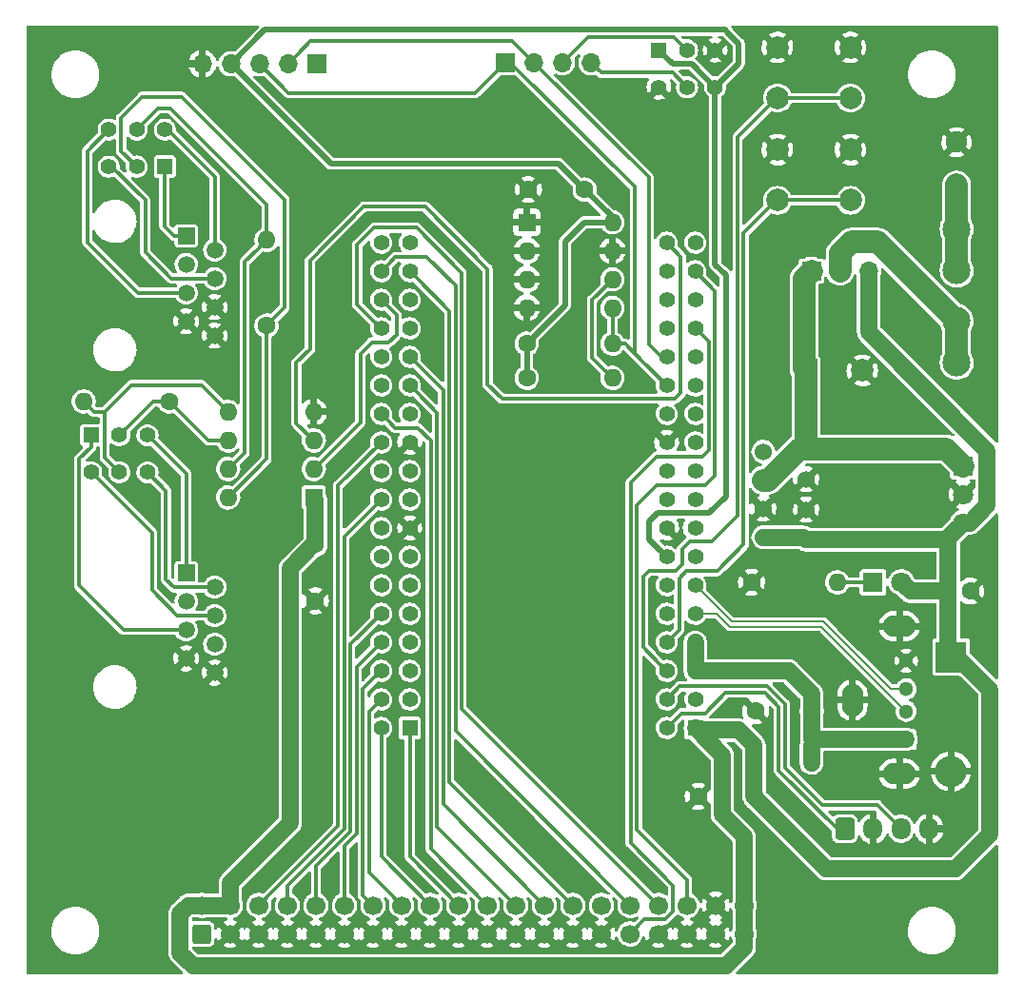
<source format=gbr>
%TF.GenerationSoftware,KiCad,Pcbnew,(6.0.7)*%
%TF.CreationDate,2022-08-24T09:32:48-04:00*%
%TF.ProjectId,PB_16,50425f31-362e-46b6-9963-61645f706362,v3*%
%TF.SameCoordinates,Original*%
%TF.FileFunction,Copper,L1,Top*%
%TF.FilePolarity,Positive*%
%FSLAX46Y46*%
G04 Gerber Fmt 4.6, Leading zero omitted, Abs format (unit mm)*
G04 Created by KiCad (PCBNEW (6.0.7)) date 2022-08-24 09:32:48*
%MOMM*%
%LPD*%
G01*
G04 APERTURE LIST*
G04 Aperture macros list*
%AMRoundRect*
0 Rectangle with rounded corners*
0 $1 Rounding radius*
0 $2 $3 $4 $5 $6 $7 $8 $9 X,Y pos of 4 corners*
0 Add a 4 corners polygon primitive as box body*
4,1,4,$2,$3,$4,$5,$6,$7,$8,$9,$2,$3,0*
0 Add four circle primitives for the rounded corners*
1,1,$1+$1,$2,$3*
1,1,$1+$1,$4,$5*
1,1,$1+$1,$6,$7*
1,1,$1+$1,$8,$9*
0 Add four rect primitives between the rounded corners*
20,1,$1+$1,$2,$3,$4,$5,0*
20,1,$1+$1,$4,$5,$6,$7,0*
20,1,$1+$1,$6,$7,$8,$9,0*
20,1,$1+$1,$8,$9,$2,$3,0*%
G04 Aperture macros list end*
%TA.AperFunction,ComponentPad*%
%ADD10R,2.000000X2.000000*%
%TD*%
%TA.AperFunction,ComponentPad*%
%ADD11C,2.000000*%
%TD*%
%TA.AperFunction,ComponentPad*%
%ADD12R,1.600000X1.600000*%
%TD*%
%TA.AperFunction,ComponentPad*%
%ADD13C,1.600000*%
%TD*%
%TA.AperFunction,ComponentPad*%
%ADD14R,2.800000X2.800000*%
%TD*%
%TA.AperFunction,ComponentPad*%
%ADD15O,2.800000X2.800000*%
%TD*%
%TA.AperFunction,ComponentPad*%
%ADD16R,1.800000X1.800000*%
%TD*%
%TA.AperFunction,ComponentPad*%
%ADD17C,1.800000*%
%TD*%
%TA.AperFunction,ComponentPad*%
%ADD18R,1.700000X1.700000*%
%TD*%
%TA.AperFunction,ComponentPad*%
%ADD19O,1.700000X1.700000*%
%TD*%
%TA.AperFunction,ComponentPad*%
%ADD20RoundRect,0.250000X-0.600000X-0.725000X0.600000X-0.725000X0.600000X0.725000X-0.600000X0.725000X0*%
%TD*%
%TA.AperFunction,ComponentPad*%
%ADD21O,1.700000X1.950000*%
%TD*%
%TA.AperFunction,ComponentPad*%
%ADD22RoundRect,0.250000X0.600000X-0.600000X0.600000X0.600000X-0.600000X0.600000X-0.600000X-0.600000X0*%
%TD*%
%TA.AperFunction,ComponentPad*%
%ADD23C,1.700000*%
%TD*%
%TA.AperFunction,ComponentPad*%
%ADD24R,1.400000X1.400000*%
%TD*%
%TA.AperFunction,ComponentPad*%
%ADD25C,1.400000*%
%TD*%
%TA.AperFunction,ComponentPad*%
%ADD26R,1.408000X1.408000*%
%TD*%
%TA.AperFunction,ComponentPad*%
%ADD27C,1.408000*%
%TD*%
%TA.AperFunction,ComponentPad*%
%ADD28O,1.600000X1.600000*%
%TD*%
%TA.AperFunction,ComponentPad*%
%ADD29R,1.500000X1.500000*%
%TD*%
%TA.AperFunction,ComponentPad*%
%ADD30C,1.500000*%
%TD*%
%TA.AperFunction,ComponentPad*%
%ADD31C,1.270000*%
%TD*%
%TA.AperFunction,ComponentPad*%
%ADD32R,1.300000X1.300000*%
%TD*%
%TA.AperFunction,ComponentPad*%
%ADD33C,1.300000*%
%TD*%
%TA.AperFunction,ComponentPad*%
%ADD34O,2.900000X1.900000*%
%TD*%
%TA.AperFunction,ComponentPad*%
%ADD35O,1.900000X2.900000*%
%TD*%
%TA.AperFunction,ComponentPad*%
%ADD36C,2.475000*%
%TD*%
%TA.AperFunction,ComponentPad*%
%ADD37C,1.904000*%
%TD*%
%TA.AperFunction,ComponentPad*%
%ADD38C,1.524000*%
%TD*%
%TA.AperFunction,ViaPad*%
%ADD39C,0.800000*%
%TD*%
%TA.AperFunction,Conductor*%
%ADD40C,1.500000*%
%TD*%
%TA.AperFunction,Conductor*%
%ADD41C,2.000000*%
%TD*%
%TA.AperFunction,Conductor*%
%ADD42C,0.350000*%
%TD*%
%TA.AperFunction,Conductor*%
%ADD43C,0.200000*%
%TD*%
%TA.AperFunction,Conductor*%
%ADD44C,0.500000*%
%TD*%
G04 APERTURE END LIST*
D10*
%TO.P,C2,1*%
%TO.N,/12V*%
X232650000Y-67000000D03*
D11*
%TO.P,C2,2*%
%TO.N,GND*%
X237650000Y-67000000D03*
%TD*%
D12*
%TO.P,C3,1*%
%TO.N,+5V*%
X245300000Y-86625000D03*
D13*
%TO.P,C3,2*%
%TO.N,GND*%
X247300000Y-86625000D03*
%TD*%
D14*
%TO.P,D1,1,K*%
%TO.N,+5V*%
X245550000Y-92500000D03*
D15*
%TO.P,D1,2,A*%
%TO.N,GND*%
X245550000Y-102660000D03*
%TD*%
D16*
%TO.P,D2,1,K*%
%TO.N,Net-(D2-Pad1)*%
X238600000Y-85850000D03*
D17*
%TO.P,D2,2,A*%
%TO.N,+5V*%
X241140000Y-85850000D03*
%TD*%
D18*
%TO.P,J2,1,Pin_1*%
%TO.N,I2C_SDA*%
X205900000Y-39600000D03*
D19*
%TO.P,J2,2,Pin_2*%
%TO.N,I2C_SCL*%
X208440000Y-39600000D03*
%TO.P,J2,3,Pin_3*%
%TO.N,/OLED_Pin_3*%
X210980000Y-39600000D03*
%TO.P,J2,4,Pin_4*%
%TO.N,/OLED_Pin_4*%
X213520000Y-39600000D03*
%TD*%
D20*
%TO.P,J3,1,Pin_1*%
%TO.N,GPIO1*%
X236100000Y-107775000D03*
D21*
%TO.P,J3,2,Pin_2*%
%TO.N,GND*%
X238600000Y-107775000D03*
%TO.P,J3,3,Pin_3*%
%TO.N,GPIO2*%
X241100000Y-107775000D03*
%TO.P,J3,4,Pin_4*%
%TO.N,GND*%
X243600000Y-107775000D03*
%TD*%
D18*
%TO.P,J4,1,Pin_1*%
%TO.N,unconnected-(J4-Pad1)*%
X189100000Y-39700000D03*
D19*
%TO.P,J4,2,Pin_2*%
%TO.N,I2C_SCL*%
X186560000Y-39700000D03*
%TO.P,J4,3,Pin_3*%
%TO.N,I2C_SDA*%
X184020000Y-39700000D03*
%TO.P,J4,4,Pin_4*%
%TO.N,+3V3*%
X181480000Y-39700000D03*
%TO.P,J4,5,Pin_5*%
%TO.N,GND*%
X178940000Y-39700000D03*
%TD*%
D18*
%TO.P,J6,1,Pin_1*%
%TO.N,/12V*%
X233125000Y-58150000D03*
D19*
%TO.P,J6,2,Pin_2*%
%TO.N,/VIN*%
X235665000Y-58150000D03*
%TO.P,J6,3,Pin_3*%
%TO.N,+5V*%
X238205000Y-58150000D03*
%TD*%
D22*
%TO.P,J7,1,Pin_1*%
%TO.N,unconnected-(J7-Pad1)*%
X178884600Y-117132100D03*
D23*
%TO.P,J7,2,Pin_2*%
%TO.N,+5V*%
X178884600Y-114592100D03*
%TO.P,J7,3,Pin_3*%
%TO.N,GND*%
X181424600Y-117132100D03*
%TO.P,J7,4,Pin_4*%
%TO.N,+5V*%
X181424600Y-114592100D03*
%TO.P,J7,5,Pin_5*%
%TO.N,GND*%
X183964600Y-117132100D03*
%TO.P,J7,6,Pin_6*%
%TO.N,OUT1*%
X183964600Y-114592100D03*
%TO.P,J7,7,Pin_7*%
%TO.N,GND*%
X186504600Y-117132100D03*
%TO.P,J7,8,Pin_8*%
%TO.N,OUT2*%
X186504600Y-114592100D03*
%TO.P,J7,9,Pin_9*%
%TO.N,GND*%
X189044600Y-117132100D03*
%TO.P,J7,10,Pin_10*%
%TO.N,OUT3*%
X189044600Y-114592100D03*
%TO.P,J7,11,Pin_11*%
%TO.N,GND*%
X191584600Y-117132100D03*
%TO.P,J7,12,Pin_12*%
%TO.N,OUT4*%
X191584600Y-114592100D03*
%TO.P,J7,13,Pin_13*%
%TO.N,GND*%
X194124600Y-117132100D03*
%TO.P,J7,14,Pin_14*%
%TO.N,OUT5*%
X194124600Y-114592100D03*
%TO.P,J7,15,Pin_15*%
%TO.N,GND*%
X196664600Y-117132100D03*
%TO.P,J7,16,Pin_16*%
%TO.N,OUT6*%
X196664600Y-114592100D03*
%TO.P,J7,17,Pin_17*%
%TO.N,GND*%
X199204600Y-117132100D03*
%TO.P,J7,18,Pin_18*%
%TO.N,OUT7*%
X199204600Y-114592100D03*
%TO.P,J7,19,Pin_19*%
%TO.N,GND*%
X201744600Y-117132100D03*
%TO.P,J7,20,Pin_20*%
%TO.N,OUT8*%
X201744600Y-114592100D03*
%TO.P,J7,21,Pin_21*%
%TO.N,GND*%
X204284600Y-117132100D03*
%TO.P,J7,22,Pin_22*%
%TO.N,OUT9*%
X204284600Y-114592100D03*
%TO.P,J7,23,Pin_23*%
%TO.N,GND*%
X206824600Y-117132100D03*
%TO.P,J7,24,Pin_24*%
%TO.N,OUT10*%
X206824600Y-114592100D03*
%TO.P,J7,25,Pin_25*%
%TO.N,GND*%
X209364600Y-117132100D03*
%TO.P,J7,26,Pin_26*%
%TO.N,OUT11*%
X209364600Y-114592100D03*
%TO.P,J7,27,Pin_27*%
%TO.N,GND*%
X211904600Y-117132100D03*
%TO.P,J7,28,Pin_28*%
%TO.N,OUT12*%
X211904600Y-114592100D03*
%TO.P,J7,29,Pin_29*%
%TO.N,GND*%
X214444600Y-117132100D03*
%TO.P,J7,30,Pin_30*%
%TO.N,unconnected-(J7-Pad30)*%
X214444600Y-114592100D03*
%TO.P,J7,31,Pin_31*%
%TO.N,OUT13*%
X216984600Y-117132100D03*
%TO.P,J7,32,Pin_32*%
%TO.N,OUT14*%
X216984600Y-114592100D03*
%TO.P,J7,33,Pin_33*%
%TO.N,GND*%
X219524600Y-117132100D03*
%TO.P,J7,34,Pin_34*%
%TO.N,OUT15*%
X219524600Y-114592100D03*
%TO.P,J7,35,Pin_35*%
%TO.N,GND*%
X222064600Y-117132100D03*
%TO.P,J7,36,Pin_36*%
%TO.N,OUT16*%
X222064600Y-114592100D03*
%TO.P,J7,37,Pin_37*%
%TO.N,GND*%
X224604600Y-117132100D03*
%TO.P,J7,38,Pin_38*%
X224604600Y-114592100D03*
%TO.P,J7,39,Pin_39*%
%TO.N,+5V*%
X227144600Y-117132100D03*
%TO.P,J7,40,Pin_40*%
X227144600Y-114592100D03*
%TD*%
D24*
%TO.P,SW1,1,A*%
%TO.N,+3V3*%
X219560000Y-38500000D03*
D25*
%TO.P,SW1,2,B*%
%TO.N,/OLED_Pin_3*%
X222060000Y-38500000D03*
%TO.P,SW1,3,C*%
%TO.N,GND*%
X224560000Y-38500000D03*
%TO.P,SW1,4,A*%
X219560000Y-41800000D03*
%TO.P,SW1,5,B*%
%TO.N,/OLED_Pin_4*%
X222060000Y-41800000D03*
%TO.P,SW1,6,C*%
%TO.N,+3V3*%
X224560000Y-41800000D03*
%TD*%
D26*
%TO.P,U2,P1_1,SYS_VIN*%
%TO.N,+5V*%
X222784700Y-98802700D03*
D27*
%TO.P,U2,P1_2,AIN6/GPIO87*%
%TO.N,GPIO1*%
X220244700Y-98802700D03*
%TO.P,U2,P1_3,USB1_DRVVBUS*%
%TO.N,unconnected-(U2-PadP1_3)*%
X222784700Y-96262700D03*
%TO.P,U2,P1_4,GPIO_89*%
%TO.N,GPIO2*%
X220244700Y-96262700D03*
%TO.P,U2,P1_5,USB1_VBUS*%
%TO.N,V_USB*%
X222784700Y-93722700D03*
%TO.P,U2,P1_6,SPI0_CS*%
%TO.N,BTN1*%
X220244700Y-93722700D03*
%TO.P,U2,P1_7,USB1_VIN*%
%TO.N,V_USB*%
X222784700Y-91182700D03*
%TO.P,U2,P1_8,SPI0_CLK*%
%TO.N,BTN2*%
X220244700Y-91182700D03*
%TO.P,U2,P1_9,USB1_DN*%
%TO.N,USB_D-*%
X222784700Y-88642700D03*
%TO.P,U2,P1_10,SPI0_MISO*%
%TO.N,unconnected-(U2-PadP1_10)*%
X220244700Y-88642700D03*
%TO.P,U2,P1_11,USB1_DP*%
%TO.N,USB_D+*%
X222784700Y-86102700D03*
%TO.P,U2,P1_12,SPI0_MOSI*%
%TO.N,unconnected-(U2-PadP1_12)*%
X220244700Y-86102700D03*
%TO.P,U2,P1_13,USB1_ID*%
%TO.N,GND*%
X222784700Y-83562700D03*
%TO.P,U2,P1_14,SYS_3.3V*%
%TO.N,+3V3*%
X220244700Y-83562700D03*
%TO.P,U2,P1_15,USB1_GND*%
%TO.N,GND*%
X222784700Y-81022700D03*
%TO.P,U2,P1_16,SYS_GND*%
X220244700Y-81022700D03*
%TO.P,U2,P1_17,AIN1.8V_REF-*%
X222784700Y-78482700D03*
%TO.P,U2,P1_18,AIN1.8V_REF+*%
%TO.N,unconnected-(U2-PadP1_18)*%
X220244700Y-78482700D03*
%TO.P,U2,P1_19,AIN0(1.8V)*%
%TO.N,unconnected-(U2-PadP1_19)*%
X222784700Y-75942700D03*
%TO.P,U2,P1_20,GPIO_20*%
%TO.N,unconnected-(U2-PadP1_20)*%
X220244700Y-75942700D03*
%TO.P,U2,P1_21,AIN1(1.8V)*%
%TO.N,unconnected-(U2-PadP1_21)*%
X222784700Y-73402700D03*
%TO.P,U2,P1_22,SYS_GND*%
%TO.N,GND*%
X220244700Y-73402700D03*
%TO.P,U2,P1_23,AIN2(1.8V)*%
%TO.N,unconnected-(U2-PadP1_23)*%
X222784700Y-70862700D03*
%TO.P,U2,P1_24,SYS_VOUT*%
%TO.N,unconnected-(U2-PadP1_24)*%
X220244700Y-70862700D03*
%TO.P,U2,P1_25,AIN3(1.8V)*%
%TO.N,unconnected-(U2-PadP1_25)*%
X222784700Y-68322700D03*
%TO.P,U2,P1_26,I2C2_SDA*%
%TO.N,I2C_SDA*%
X220244700Y-68322700D03*
%TO.P,U2,P1_27,AIN4(1.8V)*%
%TO.N,unconnected-(U2-PadP1_27)*%
X222784700Y-65782700D03*
%TO.P,U2,P1_28,I2C2_SCL*%
%TO.N,I2C_SCL*%
X220244700Y-65782700D03*
%TO.P,U2,P1_29,PRU0_7*%
%TO.N,OUT13*%
X222784700Y-63242700D03*
%TO.P,U2,P1_30,UART0_TX*%
%TO.N,unconnected-(U2-PadP1_30)*%
X220244700Y-63242700D03*
%TO.P,U2,P1_31,PRU0_4*%
%TO.N,unconnected-(U2-PadP1_31)*%
X222784700Y-60702700D03*
%TO.P,U2,P1_32,UART0_RX*%
%TO.N,unconnected-(U2-PadP1_32)*%
X220244700Y-60702700D03*
%TO.P,U2,P1_33,PRU0_1*%
%TO.N,OUT16*%
X222784700Y-58162700D03*
%TO.P,U2,P1_34,GPIO_26*%
%TO.N,unconnected-(U2-PadP1_34)*%
X220244700Y-58162700D03*
%TO.P,U2,P1_35,PRU1_10*%
%TO.N,unconnected-(U2-PadP1_35)*%
X222784700Y-55622700D03*
%TO.P,U2,P1_36,PWM0_A*%
%TO.N,TXD2*%
X220244700Y-55622700D03*
D26*
%TO.P,U2,P2_1,PWM1_A*%
%TO.N,OUT8*%
X197384700Y-98802700D03*
D27*
%TO.P,U2,P2_2,GPIO_59*%
%TO.N,OUT7*%
X194844700Y-98802700D03*
%TO.P,U2,P2_3,GPIO_23*%
%TO.N,unconnected-(U2-PadP2_3)*%
X197384700Y-96262700D03*
%TO.P,U2,P2_4,GPIO_58*%
%TO.N,OUT6*%
X194844700Y-96262700D03*
%TO.P,U2,P2_5,UART4_RX*%
%TO.N,unconnected-(U2-PadP2_5)*%
X197384700Y-93722700D03*
%TO.P,U2,P2_6,GPIO_57*%
%TO.N,OUT5*%
X194844700Y-93722700D03*
%TO.P,U2,P2_7,UART4_TX*%
%TO.N,unconnected-(U2-PadP2_7)*%
X197384700Y-91182700D03*
%TO.P,U2,P2_8,GPIO_60*%
%TO.N,OUT4*%
X194844700Y-91182700D03*
%TO.P,U2,P2_9,I2C1_SCL*%
%TO.N,unconnected-(U2-PadP2_9)*%
X197384700Y-88642700D03*
%TO.P,U2,P2_10,GPIO_52*%
%TO.N,OUT3*%
X194844700Y-88642700D03*
%TO.P,U2,P2_11,I2C1_SDA*%
%TO.N,unconnected-(U2-PadP2_11)*%
X197384700Y-86102700D03*
%TO.P,U2,P2_12,SYS_PWRBTN*%
%TO.N,unconnected-(U2-PadP2_12)*%
X194844700Y-86102700D03*
%TO.P,U2,P2_13,SYS_VOUT*%
%TO.N,unconnected-(U2-PadP2_13)*%
X197384700Y-83562700D03*
%TO.P,U2,P2_14,BAT_VIN*%
%TO.N,unconnected-(U2-PadP2_14)*%
X194844700Y-83562700D03*
%TO.P,U2,P2_15,SYS_GND*%
%TO.N,GND*%
X197384700Y-81022700D03*
%TO.P,U2,P2_16,BAT_TEMP*%
%TO.N,unconnected-(U2-PadP2_16)*%
X194844700Y-81022700D03*
%TO.P,U2,P2_17,GPIO_65*%
%TO.N,unconnected-(U2-PadP2_17)*%
X197384700Y-78482700D03*
%TO.P,U2,P2_18,GPIO_47*%
%TO.N,OUT2*%
X194844700Y-78482700D03*
%TO.P,U2,P2_19,GPIO_27*%
%TO.N,unconnected-(U2-PadP2_19)*%
X197384700Y-75942700D03*
%TO.P,U2,P2_20,GPIO_64*%
%TO.N,unconnected-(U2-PadP2_20)*%
X194844700Y-75942700D03*
%TO.P,U2,P2_21,SYS_GND*%
%TO.N,GND*%
X197384700Y-73402700D03*
%TO.P,U2,P2_22,GPIO_46*%
%TO.N,OUT1*%
X194844700Y-73402700D03*
%TO.P,U2,P2_23,SYS_3.3V*%
%TO.N,unconnected-(U2-PadP2_23)*%
X197384700Y-70862700D03*
%TO.P,U2,P2_24,GPIO_48*%
%TO.N,OUT9*%
X194844700Y-70862700D03*
%TO.P,U2,P2_25,SPI1_MOSI*%
%TO.N,OUT10*%
X197384700Y-68322700D03*
%TO.P,U2,P2_26,SYS_NRST*%
%TO.N,unconnected-(U2-PadP2_26)*%
X194844700Y-68322700D03*
%TO.P,U2,P2_27,SPI1_MISO*%
%TO.N,OUT11*%
X197384700Y-65782700D03*
%TO.P,U2,P2_28,PRU0_6*%
%TO.N,unconnected-(U2-PadP2_28)*%
X194844700Y-65782700D03*
%TO.P,U2,P2_29,SPI1_CLK*%
%TO.N,unconnected-(U2-PadP2_29)*%
X197384700Y-63242700D03*
%TO.P,U2,P2_30,PRU0_3*%
%TO.N,OUT15*%
X194844700Y-63242700D03*
%TO.P,U2,P2_31,SPI1_CS*%
%TO.N,unconnected-(U2-PadP2_31)*%
X197384700Y-60702700D03*
%TO.P,U2,P2_32,PRU0_2*%
%TO.N,TXD1*%
X194844700Y-60702700D03*
%TO.P,U2,P2_33,GPIO_45*%
%TO.N,OUT12*%
X197384700Y-58162700D03*
%TO.P,U2,P2_34,PRU0_5*%
%TO.N,OUT14*%
X194844700Y-58162700D03*
%TO.P,U2,P2_35,AIN5/GPIO86*%
%TO.N,unconnected-(U2-PadP2_35)*%
X197384700Y-55622700D03*
%TO.P,U2,P2_36,AIN7(1.8V)*%
%TO.N,unconnected-(U2-PadP2_36)*%
X194844700Y-55622700D03*
%TD*%
D24*
%TO.P,SW2,1,A*%
%TO.N,Net-(J10-Pad5)*%
X169050000Y-72750000D03*
D25*
%TO.P,SW2,2,B*%
%TO.N,/Serial/DMX2+*%
X171550000Y-72750000D03*
%TO.P,SW2,3,C*%
%TO.N,/Serial/Pin1*%
X174050000Y-72750000D03*
%TO.P,SW2,4,A*%
%TO.N,Net-(J10-Pad4)*%
X169050000Y-76050000D03*
%TO.P,SW2,5,B*%
%TO.N,/Serial/DMX2-*%
X171550000Y-76050000D03*
%TO.P,SW2,6,C*%
%TO.N,/Serial/Pin2*%
X174050000Y-76050000D03*
%TD*%
D12*
%TO.P,U3,1,VCC*%
%TO.N,+5V*%
X188850000Y-78300000D03*
D28*
%TO.P,U3,2,IN*%
%TO.N,TXD1*%
X188850000Y-75760000D03*
%TO.P,U3,3,IN*%
%TO.N,TXD2*%
X188850000Y-73220000D03*
%TO.P,U3,4,GND*%
%TO.N,GND*%
X188850000Y-70680000D03*
%TO.P,U3,5,OUTA*%
%TO.N,/Serial/DMX2-*%
X181230000Y-70680000D03*
%TO.P,U3,6,OUTB*%
%TO.N,/Serial/DMX2+*%
X181230000Y-73220000D03*
%TO.P,U3,7,OUTA*%
%TO.N,/Serial/DMX1-*%
X181230000Y-75760000D03*
%TO.P,U3,8,OUTB*%
%TO.N,/Serial/DMX1+*%
X181230000Y-78300000D03*
%TD*%
D13*
%TO.P,R2,1*%
%TO.N,/Serial/DMX1+*%
X184650000Y-63000000D03*
D28*
%TO.P,R2,2*%
%TO.N,/Serial/DMX1-*%
X184650000Y-55380000D03*
%TD*%
D29*
%TO.P,J10,1*%
%TO.N,/Serial/Pin1*%
X177500000Y-85000000D03*
D30*
%TO.P,J10,2*%
%TO.N,/Serial/Pin2*%
X180040000Y-86270000D03*
%TO.P,J10,3*%
%TO.N,unconnected-(J10-Pad3)*%
X177500000Y-87540000D03*
%TO.P,J10,4*%
%TO.N,Net-(J10-Pad4)*%
X180040000Y-88810000D03*
%TO.P,J10,5*%
%TO.N,Net-(J10-Pad5)*%
X177500000Y-90080000D03*
%TO.P,J10,6*%
%TO.N,unconnected-(J10-Pad6)*%
X180040000Y-91350000D03*
%TO.P,J10,7*%
%TO.N,GND*%
X177500000Y-92620000D03*
%TO.P,J10,8*%
X180040000Y-93890000D03*
%TD*%
D13*
%TO.P,R3,1*%
%TO.N,/Serial/DMX2+*%
X176000000Y-69750000D03*
D28*
%TO.P,R3,2*%
%TO.N,/Serial/DMX2-*%
X168380000Y-69750000D03*
%TD*%
D13*
%TO.P,C5,1*%
%TO.N,+5V*%
X189000000Y-82500000D03*
%TO.P,C5,2*%
%TO.N,GND*%
X189000000Y-87500000D03*
%TD*%
D31*
%TO.P,F1,1*%
%TO.N,V_USB*%
X233125000Y-101950000D03*
%TO.P,F1,2*%
%TO.N,+5V*%
X228025000Y-100350000D03*
%TD*%
D13*
%TO.P,C1,1*%
%TO.N,V_USB*%
X233150000Y-97300000D03*
%TO.P,C1,2*%
%TO.N,GND*%
X228150000Y-97300000D03*
%TD*%
%TO.P,C4,1*%
%TO.N,+5V*%
X228050000Y-104900000D03*
%TO.P,C4,2*%
%TO.N,GND*%
X223050000Y-104900000D03*
%TD*%
D32*
%TO.P,J1,1,VBUS*%
%TO.N,V_USB*%
X241550000Y-99825000D03*
D33*
%TO.P,J1,2,D-*%
%TO.N,USB_D-*%
X241550000Y-97325000D03*
%TO.P,J1,3,D+*%
%TO.N,USB_D+*%
X241550000Y-95325000D03*
%TO.P,J1,4,GND*%
%TO.N,GND*%
X241550000Y-92825000D03*
D34*
%TO.P,J1,5,Shield*%
X240950000Y-102895000D03*
D35*
X236770000Y-96325000D03*
D34*
X240950000Y-89755000D03*
%TD*%
D29*
%TO.P,J9,1*%
%TO.N,Net-(J9-Pad1)*%
X177500000Y-55000000D03*
D30*
%TO.P,J9,2*%
%TO.N,Net-(J9-Pad2)*%
X180040000Y-56270000D03*
%TO.P,J9,3*%
%TO.N,/Serial/9V*%
X177500000Y-57540000D03*
%TO.P,J9,4*%
%TO.N,Net-(J9-Pad4)*%
X180040000Y-58810000D03*
%TO.P,J9,5*%
%TO.N,Net-(J9-Pad5)*%
X177500000Y-60080000D03*
%TO.P,J9,6*%
%TO.N,GND*%
X180040000Y-61350000D03*
%TO.P,J9,7*%
X177500000Y-62620000D03*
%TO.P,J9,8*%
X180040000Y-63890000D03*
%TD*%
D24*
%TO.P,SW3,1,A*%
%TO.N,Net-(J9-Pad1)*%
X175600000Y-48850000D03*
D25*
%TO.P,SW3,2,B*%
%TO.N,/Serial/DMX1+*%
X173100000Y-48850000D03*
%TO.P,SW3,3,C*%
%TO.N,Net-(J9-Pad4)*%
X170600000Y-48850000D03*
%TO.P,SW3,4,A*%
%TO.N,Net-(J9-Pad2)*%
X175600000Y-45550000D03*
%TO.P,SW3,5,B*%
%TO.N,/Serial/DMX1-*%
X173100000Y-45550000D03*
%TO.P,SW3,6,C*%
%TO.N,Net-(J9-Pad5)*%
X170600000Y-45550000D03*
%TD*%
D13*
%TO.P,R4,1*%
%TO.N,+3V3*%
X207800000Y-64600000D03*
D28*
%TO.P,R4,2*%
%TO.N,I2C_SDA*%
X215420000Y-64600000D03*
%TD*%
D13*
%TO.P,R5,1*%
%TO.N,+3V3*%
X207800000Y-67650000D03*
D28*
%TO.P,R5,2*%
%TO.N,I2C_SCL*%
X215420000Y-67650000D03*
%TD*%
D13*
%TO.P,C6,1*%
%TO.N,GND*%
X207950000Y-50900000D03*
%TO.P,C6,2*%
%TO.N,+3V3*%
X212950000Y-50900000D03*
%TD*%
D12*
%TO.P,U4,1,A0*%
%TO.N,GND*%
X207800000Y-53800000D03*
D28*
%TO.P,U4,2,A1*%
X207800000Y-56340000D03*
%TO.P,U4,3,A2*%
X207800000Y-58880000D03*
%TO.P,U4,4,GND*%
X207800000Y-61420000D03*
%TO.P,U4,5,SDA*%
%TO.N,I2C_SDA*%
X215420000Y-61420000D03*
%TO.P,U4,6,SCL*%
%TO.N,I2C_SCL*%
X215420000Y-58880000D03*
%TO.P,U4,7,WP*%
%TO.N,GND*%
X215420000Y-56340000D03*
%TO.P,U4,8,VCC*%
%TO.N,+3V3*%
X215420000Y-53800000D03*
%TD*%
D11*
%TO.P,SW5,1,A*%
%TO.N,GND*%
X236600000Y-47350000D03*
X230100000Y-47350000D03*
%TO.P,SW5,2,B*%
%TO.N,BTN2*%
X236600000Y-51850000D03*
X230100000Y-51850000D03*
%TD*%
D36*
%TO.P,F2,1_1,1*%
%TO.N,VIN1*%
X246050000Y-54400000D03*
%TO.P,F2,1_2,1*%
X246050000Y-58100000D03*
%TO.P,F2,2_1,2*%
%TO.N,/VIN*%
X246050000Y-62600000D03*
%TO.P,F2,2_2,2*%
X246050000Y-66300000D03*
%TD*%
D13*
%TO.P,R1,1*%
%TO.N,GND*%
X227790000Y-85850000D03*
D28*
%TO.P,R1,2*%
%TO.N,Net-(D2-Pad1)*%
X235410000Y-85850000D03*
%TD*%
D11*
%TO.P,SW4,1,A*%
%TO.N,GND*%
X236600000Y-38250000D03*
X230100000Y-38250000D03*
%TO.P,SW4,2,B*%
%TO.N,BTN1*%
X236600000Y-42750000D03*
X230100000Y-42750000D03*
%TD*%
D37*
%TO.P,J5,1,Pin_1*%
%TO.N,VIN1*%
X246049459Y-50495760D03*
%TO.P,J5,2,Pin_2*%
%TO.N,GND*%
X246049459Y-46685760D03*
%TD*%
D16*
%TO.P,U1,1,IN*%
%TO.N,/12V*%
X246624500Y-75485000D03*
D17*
%TO.P,U1,2,GND*%
%TO.N,GND*%
X246624500Y-78025000D03*
%TO.P,U1,3,OUT*%
%TO.N,+5V*%
X246624500Y-80565000D03*
D38*
%TO.P,U1,4,OUT*%
X228844500Y-81835000D03*
%TO.P,U1,5,GND*%
%TO.N,GND*%
X228844500Y-79295000D03*
%TO.P,U1,6,IN*%
%TO.N,/12V*%
X228844500Y-76755000D03*
%TO.P,U1,7,EN*%
%TO.N,unconnected-(U1-Pad7)*%
X228844500Y-74215000D03*
%TO.P,U1,8,OUT*%
%TO.N,+5V*%
X232654500Y-82066940D03*
%TO.P,U1,9,GND*%
%TO.N,GND*%
X232654500Y-79372000D03*
%TO.P,U1,10,GND*%
X232654500Y-76678000D03*
%TO.P,U1,11,IN*%
%TO.N,/12V*%
X232654500Y-73983060D03*
%TD*%
D39*
%TO.N,GND*%
X190900000Y-58300000D03*
X184600000Y-112200000D03*
X218300000Y-70750000D03*
X231150000Y-53750000D03*
X165200000Y-49550000D03*
X187650000Y-50900000D03*
X223050000Y-53650000D03*
X215950000Y-51600000D03*
X188150000Y-55350000D03*
X179150000Y-74900000D03*
X172850000Y-74350000D03*
X180550000Y-37350000D03*
X205900000Y-42050000D03*
X226000000Y-42700000D03*
X186200000Y-82500000D03*
X205850000Y-70800000D03*
X175850000Y-72600000D03*
X228650000Y-55550000D03*
X219100000Y-112750000D03*
X209750000Y-67850000D03*
X179550000Y-42850000D03*
X227800000Y-52150000D03*
X198350000Y-100600000D03*
X166400000Y-76650000D03*
X248550000Y-50700000D03*
X219850000Y-100600000D03*
X184600000Y-57850000D03*
X166550000Y-86000000D03*
X201000000Y-112550000D03*
X198500000Y-112600000D03*
X183650000Y-87950000D03*
X220400000Y-52900000D03*
X172500000Y-77650000D03*
X173150000Y-41350000D03*
X225600000Y-56950000D03*
X182050000Y-55900000D03*
X218900000Y-95050000D03*
X181150000Y-50350000D03*
X186600000Y-64350000D03*
X213600000Y-41850000D03*
X187050000Y-77000000D03*
X248700000Y-112000000D03*
X224650000Y-91950000D03*
X178100000Y-112250000D03*
X228854000Y-119888000D03*
X192450000Y-78800000D03*
X187500000Y-43700000D03*
X181500000Y-84900000D03*
X165250000Y-37600000D03*
X223050000Y-43400000D03*
X239050000Y-51900000D03*
X241850000Y-62200000D03*
X183050000Y-78500000D03*
X215700000Y-108900000D03*
X248650000Y-58650000D03*
X178050000Y-50150000D03*
X196100000Y-100600000D03*
X174250000Y-46800000D03*
X217950000Y-68150000D03*
X175850000Y-56450000D03*
X243200000Y-56250000D03*
X205800000Y-67700000D03*
X174600000Y-119750000D03*
X203350000Y-66050000D03*
X174450000Y-58950000D03*
X243250000Y-49800000D03*
X170500000Y-46950000D03*
X204550000Y-96100000D03*
X170400000Y-50750000D03*
%TD*%
D40*
%TO.N,V_USB*%
X235250000Y-99825000D02*
X233625000Y-99825000D01*
X233150000Y-97300000D02*
X233150000Y-99825000D01*
X233150000Y-99825000D02*
X235250000Y-99825000D01*
X233625000Y-99825000D02*
X233125000Y-100325000D01*
X222784700Y-91182700D02*
X222784700Y-93722700D01*
X231122700Y-93722700D02*
X233150000Y-95750000D01*
X233125000Y-100325000D02*
X233125000Y-101950000D01*
X222784700Y-93722700D02*
X231122700Y-93722700D01*
X233150000Y-95750000D02*
X233150000Y-97300000D01*
X241550000Y-99825000D02*
X235250000Y-99825000D01*
D41*
%TO.N,/12V*%
X232654500Y-73983060D02*
X245122560Y-73983060D01*
X232450000Y-58825000D02*
X232450000Y-66800000D01*
X232654500Y-67004500D02*
X232650000Y-67000000D01*
X229245000Y-76755000D02*
X232016940Y-73983060D01*
X228844500Y-76755000D02*
X229245000Y-76755000D01*
X233125000Y-58150000D02*
X232450000Y-58825000D01*
X232654500Y-73983060D02*
X232654500Y-67004500D01*
X232016940Y-73983060D02*
X232654500Y-73983060D01*
X245122560Y-73983060D02*
X246624500Y-75485000D01*
X232450000Y-66800000D02*
X232650000Y-67000000D01*
D40*
%TO.N,+5V*%
X245275000Y-86650000D02*
X245300000Y-86625000D01*
X232654500Y-82066940D02*
X245122560Y-82066940D01*
X245300000Y-86625000D02*
X245300000Y-92250000D01*
X245975000Y-111325000D02*
X234425000Y-111325000D01*
X248775000Y-79000000D02*
X247210000Y-80565000D01*
X225200000Y-106525000D02*
X227144600Y-108469600D01*
X226675000Y-99000000D02*
X222982000Y-99000000D01*
X241140000Y-85850000D02*
X241940000Y-86650000D01*
X245300000Y-82244380D02*
X245300000Y-86625000D01*
X178884600Y-114592100D02*
X177663286Y-114592100D01*
X177663286Y-114592100D02*
X176970999Y-115284387D01*
X228025000Y-104925000D02*
X228025000Y-100350000D01*
X247210000Y-80565000D02*
X246624500Y-80565000D01*
X249000000Y-108300000D02*
X245975000Y-111325000D01*
X232422560Y-81835000D02*
X232654500Y-82066940D01*
X245300000Y-92250000D02*
X245550000Y-92500000D01*
X228844500Y-81835000D02*
X232422560Y-81835000D01*
X222784700Y-98802700D02*
X225200000Y-101218000D01*
X225200000Y-101218000D02*
X225200000Y-106525000D01*
X248775000Y-74125000D02*
X248775000Y-79000000D01*
X228025000Y-100350000D02*
X226675000Y-99000000D01*
X238205000Y-58150000D02*
X238205000Y-63555000D01*
X176970999Y-115284387D02*
X176970999Y-118835701D01*
X227144600Y-114592100D02*
X227144600Y-117132100D01*
X186750000Y-107250000D02*
X181424600Y-112575400D01*
X189000000Y-78450000D02*
X188850000Y-78300000D01*
X222982000Y-99000000D02*
X222784700Y-98802700D01*
X181424600Y-112575400D02*
X181424600Y-114592100D01*
X238205000Y-63555000D02*
X248775000Y-74125000D01*
X246125000Y-92500000D02*
X249000000Y-95375000D01*
X249000000Y-95375000D02*
X249000000Y-108300000D01*
X227144600Y-108469600D02*
X227144600Y-114592100D01*
X245122560Y-82066940D02*
X245300000Y-82244380D01*
X178135298Y-120000000D02*
X225498014Y-120000000D01*
X245550000Y-92500000D02*
X246125000Y-92500000D01*
X227144600Y-118353414D02*
X227144600Y-117132100D01*
X234425000Y-111325000D02*
X228025000Y-104925000D01*
X181424600Y-114592100D02*
X178884600Y-114592100D01*
X241940000Y-86650000D02*
X245275000Y-86650000D01*
X188900000Y-82409998D02*
X186750000Y-84559998D01*
X186750000Y-84559998D02*
X186750000Y-107250000D01*
X176970999Y-118835701D02*
X178135298Y-120000000D01*
X245122560Y-82066940D02*
X246624500Y-80565000D01*
X225498014Y-120000000D02*
X227144600Y-118353414D01*
X189000000Y-82500000D02*
X189000000Y-78450000D01*
D42*
%TO.N,Net-(D2-Pad1)*%
X238600000Y-85850000D02*
X235410000Y-85850000D01*
D41*
%TO.N,/VIN*%
X239025000Y-55575000D02*
X236675000Y-55575000D01*
X246050000Y-62600000D02*
X239025000Y-55575000D01*
X235665000Y-56585000D02*
X235665000Y-58150000D01*
X236675000Y-55575000D02*
X235665000Y-56585000D01*
X246050000Y-66300000D02*
X246050000Y-62600000D01*
%TO.N,VIN1*%
X246050000Y-50496301D02*
X246049459Y-50495760D01*
X246050000Y-54400000D02*
X246050000Y-50496301D01*
X246050000Y-54400000D02*
X246050000Y-58100000D01*
D43*
%TO.N,USB_D+*%
X234211397Y-89350000D02*
X226032000Y-89350000D01*
X240186397Y-95325000D02*
X234211397Y-89350000D01*
X226032000Y-89350000D02*
X222784700Y-86102700D01*
X241550000Y-95325000D02*
X240186397Y-95325000D01*
%TO.N,USB_D-*%
X234025000Y-89800000D02*
X225845603Y-89800000D01*
X225845603Y-89800000D02*
X224688303Y-88642700D01*
X241550000Y-97325000D02*
X234025000Y-89800000D01*
X224688303Y-88642700D02*
X222784700Y-88642700D01*
D42*
%TO.N,/OLED_Pin_4*%
X214420000Y-40500000D02*
X213520000Y-39600000D01*
X220760000Y-40500000D02*
X214420000Y-40500000D01*
X222060000Y-41800000D02*
X220760000Y-40500000D01*
%TO.N,/OLED_Pin_3*%
X220860000Y-37300000D02*
X213280000Y-37300000D01*
X213280000Y-37300000D02*
X210980000Y-39600000D01*
X222060000Y-38500000D02*
X220860000Y-37300000D01*
%TO.N,I2C_SCL*%
X215420000Y-58880000D02*
X213600000Y-60700000D01*
X213600000Y-60700000D02*
X213600000Y-65830000D01*
X208440000Y-39600000D02*
X208400000Y-39600000D01*
X220244700Y-65782700D02*
X219763700Y-65782700D01*
X213600000Y-65830000D02*
X214620001Y-66850001D01*
X187409999Y-38850001D02*
X186560000Y-39700000D01*
X214620001Y-66850001D02*
X215420000Y-67650000D01*
X219763700Y-65782700D02*
X218650000Y-64669000D01*
X218650000Y-49810000D02*
X208440000Y-39600000D01*
X188560000Y-37700000D02*
X187409999Y-38850001D01*
X208400000Y-39600000D02*
X206500000Y-37700000D01*
X206500000Y-37700000D02*
X188560000Y-37700000D01*
X218650000Y-64669000D02*
X218650000Y-49810000D01*
%TO.N,I2C_SDA*%
X203200000Y-42300000D02*
X186620000Y-42300000D01*
X217400000Y-65478000D02*
X218000000Y-66078000D01*
X205900000Y-39600000D02*
X206350000Y-39600000D01*
X206350000Y-39600000D02*
X217400000Y-50650000D01*
X218000000Y-66078000D02*
X220244700Y-68322700D01*
X215420000Y-61420000D02*
X215420000Y-64600000D01*
X215420000Y-64600000D02*
X216522000Y-64600000D01*
X216522000Y-64600000D02*
X218000000Y-66078000D01*
X205900000Y-39600000D02*
X203200000Y-42300000D01*
X217400000Y-50650000D02*
X217400000Y-65478000D01*
X186620000Y-42300000D02*
X184020000Y-39700000D01*
%TO.N,GPIO2*%
X230774501Y-102349501D02*
X230774501Y-96699501D01*
X241100000Y-107775000D02*
X239000000Y-105675000D01*
X221407400Y-95100000D02*
X220244700Y-96262700D01*
X239000000Y-105675000D02*
X234100000Y-105675000D01*
X230774501Y-96699501D02*
X229175000Y-95100000D01*
X234100000Y-105675000D02*
X230774501Y-102349501D01*
X229175000Y-95100000D02*
X221407400Y-95100000D01*
%TO.N,GPIO1*%
X230225000Y-102577112D02*
X235422888Y-107775000D01*
X225475000Y-95675000D02*
X228972888Y-95675000D01*
X228972888Y-95675000D02*
X230225000Y-96927112D01*
X220244700Y-98802700D02*
X221547400Y-97500000D01*
X235422888Y-107775000D02*
X236100000Y-107775000D01*
X223650000Y-97500000D02*
X225475000Y-95675000D01*
X230225000Y-96927112D02*
X230225000Y-102577112D01*
X221547400Y-97500000D02*
X223650000Y-97500000D01*
D44*
%TO.N,+3V3*%
X208599999Y-63800001D02*
X207800000Y-64600000D01*
X224560000Y-41800000D02*
X226660000Y-39700000D01*
X224050000Y-79650000D02*
X219450000Y-79650000D01*
X207800000Y-67650000D02*
X207800000Y-64600000D01*
X211200000Y-61200000D02*
X208599999Y-63800001D01*
X212900000Y-53800000D02*
X211200000Y-55500000D01*
X225500000Y-78200000D02*
X224050000Y-79650000D01*
X219540701Y-82858701D02*
X220244700Y-83562700D01*
X226660000Y-39700000D02*
X226660000Y-37900000D01*
X219560000Y-38500000D02*
X220760000Y-39700000D01*
X211200000Y-55500000D02*
X211200000Y-61200000D01*
X190380000Y-48600000D02*
X210650000Y-48600000D01*
X224560000Y-57560000D02*
X225500000Y-58500000D01*
X225500000Y-58500000D02*
X225500000Y-78200000D01*
X225435011Y-36674989D02*
X225735011Y-36974989D01*
X218700000Y-82018000D02*
X219540701Y-82858701D01*
X218700000Y-80400000D02*
X218700000Y-82018000D01*
X215420000Y-53800000D02*
X212900000Y-53800000D01*
X210650000Y-48600000D02*
X212150001Y-50100001D01*
X215420000Y-53800000D02*
X215420000Y-53370000D01*
X224560000Y-41800000D02*
X224560000Y-57560000D01*
X184505011Y-36674989D02*
X225435011Y-36674989D01*
X226660000Y-37900000D02*
X225734989Y-36974989D01*
X181480000Y-39700000D02*
X184505011Y-36674989D01*
X215420000Y-53370000D02*
X212950000Y-50900000D01*
X220760000Y-39700000D02*
X222460000Y-39700000D01*
X181480000Y-39700000D02*
X190380000Y-48600000D01*
X212150001Y-50100001D02*
X212950000Y-50900000D01*
X222460000Y-39700000D02*
X224560000Y-41800000D01*
X219450000Y-79650000D02*
X218700000Y-80400000D01*
D42*
%TO.N,OUT16*%
X224550011Y-59928011D02*
X224550011Y-76349989D01*
X222064600Y-113370786D02*
X222064600Y-114592100D01*
X224550011Y-76349989D02*
X223700000Y-77200000D01*
X217600011Y-107850011D02*
X222064600Y-112314600D01*
X223700000Y-77200000D02*
X219350000Y-77200000D01*
X222064600Y-112314600D02*
X222064600Y-113370786D01*
X217600011Y-78949989D02*
X217600011Y-107850011D01*
X222784700Y-58162700D02*
X224550011Y-59928011D01*
X219350000Y-77200000D02*
X217600011Y-78949989D01*
%TO.N,OUT15*%
X202000000Y-97067500D02*
X202000000Y-58300000D01*
X198000000Y-54300000D02*
X194200000Y-54300000D01*
X219524600Y-114592100D02*
X202000000Y-97067500D01*
X194140701Y-62538701D02*
X194844700Y-63242700D01*
X192700000Y-55800000D02*
X192700000Y-61098000D01*
X202000000Y-58300000D02*
X198000000Y-54300000D01*
X194200000Y-54300000D02*
X192700000Y-55800000D01*
X192700000Y-61098000D02*
X194140701Y-62538701D01*
%TO.N,OUT14*%
X201449989Y-99057489D02*
X201449989Y-59449989D01*
X201449989Y-59449989D02*
X198900000Y-56900000D01*
X198900000Y-56900000D02*
X196107400Y-56900000D01*
X195548699Y-57458701D02*
X194844700Y-58162700D01*
X216984600Y-114592100D02*
X201449989Y-99057489D01*
X196107400Y-56900000D02*
X195548699Y-57458701D01*
%TO.N,OUT13*%
X220825999Y-115123831D02*
X220119129Y-115830701D01*
X217050000Y-109050000D02*
X220825999Y-112825999D01*
X217050000Y-76950000D02*
X217050000Y-109050000D01*
X220119129Y-115830701D02*
X218285999Y-115830701D01*
X217848199Y-116268501D02*
X216984600Y-117132100D01*
X218285999Y-115830701D02*
X217848199Y-116268501D01*
X224000000Y-74050000D02*
X223400000Y-74650000D01*
X224000000Y-64458000D02*
X224000000Y-74050000D01*
X223400000Y-74650000D02*
X219350000Y-74650000D01*
X220825999Y-112825999D02*
X220825999Y-115123831D01*
X219350000Y-74650000D02*
X217050000Y-76950000D01*
X222784700Y-63242700D02*
X224000000Y-64458000D01*
%TO.N,OUT12*%
X200899978Y-103587478D02*
X200899978Y-61677978D01*
X200899978Y-61677978D02*
X198088699Y-58866699D01*
X211904600Y-114592100D02*
X200899978Y-103587478D01*
X198088699Y-58866699D02*
X197384700Y-58162700D01*
%TO.N,OUT11*%
X200349967Y-105577467D02*
X200349967Y-68747967D01*
X200349967Y-68747967D02*
X198088699Y-66486699D01*
X209364600Y-114592100D02*
X200349967Y-105577467D01*
X198088699Y-66486699D02*
X197384700Y-65782700D01*
%TO.N,OUT10*%
X198088699Y-69026699D02*
X197384700Y-68322700D01*
X199799956Y-70737956D02*
X198088699Y-69026699D01*
X206824600Y-114592100D02*
X199799956Y-107567456D01*
X199799956Y-107567456D02*
X199799956Y-70737956D01*
%TO.N,OUT9*%
X196082000Y-72100000D02*
X195548699Y-71566699D01*
X199249945Y-73249945D02*
X198100000Y-72100000D01*
X204284600Y-114592100D02*
X199249945Y-109557445D01*
X199249945Y-109557445D02*
X199249945Y-73249945D01*
X198100000Y-72100000D02*
X196082000Y-72100000D01*
X195548699Y-71566699D02*
X194844700Y-70862700D01*
%TO.N,OUT8*%
X197384700Y-110232200D02*
X197384700Y-98802700D01*
X201744600Y-114592100D02*
X197384700Y-110232200D01*
%TO.N,OUT7*%
X194844700Y-110232200D02*
X199204600Y-114592100D01*
X194844700Y-98802700D02*
X194844700Y-110232200D01*
%TO.N,OUT6*%
X195801001Y-113728501D02*
X196664600Y-114592100D01*
X193750055Y-111677555D02*
X195801001Y-113728501D01*
X193750055Y-97357345D02*
X193750055Y-111677555D01*
X194844700Y-96262700D02*
X193750055Y-97357345D01*
%TO.N,OUT5*%
X193200044Y-95367356D02*
X194140701Y-94426699D01*
X194124600Y-114592100D02*
X193200044Y-113667544D01*
X194140701Y-94426699D02*
X194844700Y-93722700D01*
X193200044Y-113667544D02*
X193200044Y-95367356D01*
%TO.N,OUT4*%
X194844700Y-91182700D02*
X192650033Y-93377367D01*
X191584600Y-113370786D02*
X191584600Y-114592100D01*
X192650033Y-108240166D02*
X191584600Y-109305599D01*
X191584600Y-109305599D02*
X191584600Y-113370786D01*
X192650033Y-93377367D02*
X192650033Y-108240166D01*
%TO.N,OUT3*%
X194844700Y-88642700D02*
X192100022Y-91387378D01*
X192100022Y-108012344D02*
X189044600Y-111067766D01*
X192100022Y-91387378D02*
X192100022Y-108012344D01*
X189044600Y-113370786D02*
X189044600Y-114592100D01*
X189044600Y-111067766D02*
X189044600Y-113370786D01*
%TO.N,OUT2*%
X191550011Y-81777389D02*
X191550011Y-107784522D01*
X186504600Y-113370786D02*
X186504600Y-114592100D01*
X186504600Y-112829933D02*
X186504600Y-113370786D01*
X191550011Y-107784522D02*
X186504600Y-112829933D01*
X194844700Y-78482700D02*
X191550011Y-81777389D01*
%TO.N,OUT1*%
X194844700Y-73402700D02*
X191000000Y-77247400D01*
X191000000Y-77247400D02*
X191000000Y-107556700D01*
X184828199Y-113728501D02*
X183964600Y-114592100D01*
X191000000Y-107556700D02*
X184828199Y-113728501D01*
%TO.N,/Serial/DMX1-*%
X176100000Y-43650000D02*
X175000000Y-43650000D01*
X182700000Y-74290000D02*
X182700000Y-57330000D01*
X184650000Y-55380000D02*
X184650000Y-52200000D01*
X175000000Y-43650000D02*
X173100000Y-45550000D01*
X182700000Y-57330000D02*
X183850001Y-56179999D01*
X183850001Y-56179999D02*
X184650000Y-55380000D01*
X184650000Y-52200000D02*
X176100000Y-43650000D01*
X181230000Y-75760000D02*
X182700000Y-74290000D01*
%TO.N,/Serial/DMX1+*%
X186250000Y-61400000D02*
X186250000Y-51800000D01*
X171700000Y-47450000D02*
X173100000Y-48850000D01*
X184650000Y-63000000D02*
X184650000Y-74880000D01*
X186250000Y-51800000D02*
X177100000Y-42650000D01*
X171700000Y-44500000D02*
X171700000Y-47450000D01*
X184650000Y-74880000D02*
X181230000Y-78300000D01*
X184650000Y-63000000D02*
X186250000Y-61400000D01*
X177100000Y-42650000D02*
X173550000Y-42650000D01*
X173550000Y-42650000D02*
X171700000Y-44500000D01*
%TO.N,/Serial/DMX2+*%
X180098630Y-73220000D02*
X181230000Y-73220000D01*
X172249999Y-72050001D02*
X171550000Y-72750000D01*
X174550000Y-69750000D02*
X172950000Y-71350000D01*
X172950000Y-71350000D02*
X172249999Y-72050001D01*
X176000000Y-69750000D02*
X174550000Y-69750000D01*
X179470000Y-73220000D02*
X180098630Y-73220000D01*
X176000000Y-69750000D02*
X179470000Y-73220000D01*
%TO.N,/Serial/DMX2-*%
X168380000Y-69750000D02*
X169179999Y-70549999D01*
X181230000Y-70680000D02*
X178850000Y-68300000D01*
X170250000Y-74750000D02*
X170850001Y-75350001D01*
X178850000Y-68300000D02*
X172650000Y-68300000D01*
X172650000Y-68300000D02*
X170250000Y-70700000D01*
X170250000Y-70700000D02*
X170250000Y-74750000D01*
X170250000Y-70700000D02*
X169330000Y-70700000D01*
X170850001Y-75350001D02*
X171550000Y-76050000D01*
X169330000Y-70700000D02*
X169179999Y-70549999D01*
%TO.N,/Serial/Pin2*%
X175700000Y-85600000D02*
X176400000Y-86300000D01*
X175700000Y-77700000D02*
X175700000Y-85600000D01*
X180010000Y-86300000D02*
X180040000Y-86270000D01*
X174050000Y-76050000D02*
X175700000Y-77700000D01*
X176400000Y-86300000D02*
X180010000Y-86300000D01*
%TO.N,/Serial/Pin1*%
X177500000Y-76200000D02*
X174050000Y-72750000D01*
X177500000Y-85000000D02*
X177500000Y-76200000D01*
%TO.N,TXD1*%
X194844700Y-60702700D02*
X196200000Y-62058000D01*
X196200000Y-63800000D02*
X195500000Y-64500000D01*
X195500000Y-64500000D02*
X194000000Y-64500000D01*
X196200000Y-62058000D02*
X196200000Y-63800000D01*
X193000000Y-71610000D02*
X188850000Y-75760000D01*
X193000000Y-65500000D02*
X193000000Y-71610000D01*
X194000000Y-64500000D02*
X193000000Y-65500000D01*
%TO.N,TXD2*%
X187300000Y-71670000D02*
X188850000Y-73220000D01*
X188500000Y-57200000D02*
X188500000Y-65120000D01*
X204300000Y-57950000D02*
X198750000Y-52400000D01*
X193300000Y-52400000D02*
X188500000Y-57200000D01*
X221500000Y-69000000D02*
X221000000Y-69500000D01*
X205600000Y-69500000D02*
X204300000Y-68200000D01*
X188500000Y-65120000D02*
X187300000Y-66320000D01*
X187300000Y-66320000D02*
X187300000Y-71670000D01*
X220244700Y-55622700D02*
X221500000Y-56878000D01*
X221500000Y-56878000D02*
X221500000Y-69000000D01*
X198750000Y-52400000D02*
X193300000Y-52400000D01*
X221000000Y-69500000D02*
X205600000Y-69500000D01*
X204300000Y-68200000D02*
X204300000Y-57950000D01*
%TO.N,Net-(J9-Pad5)*%
X170600000Y-45550000D02*
X168700000Y-47450000D01*
X173180000Y-60080000D02*
X177500000Y-60080000D01*
X168700000Y-55600000D02*
X173180000Y-60080000D01*
X168700000Y-47450000D02*
X168700000Y-55600000D01*
%TO.N,Net-(J9-Pad4)*%
X170600000Y-48850000D02*
X170850000Y-48850000D01*
X170850000Y-48850000D02*
X173850000Y-51850000D01*
X173850000Y-51850000D02*
X173850000Y-56450000D01*
X173850000Y-56450000D02*
X176210000Y-58810000D01*
X176210000Y-58810000D02*
X180040000Y-58810000D01*
%TO.N,Net-(J9-Pad2)*%
X180040000Y-49740000D02*
X180040000Y-56270000D01*
X175600000Y-45550000D02*
X175850000Y-45550000D01*
X175850000Y-45550000D02*
X180040000Y-49740000D01*
%TO.N,Net-(J9-Pad1)*%
X175600000Y-48850000D02*
X175550000Y-48900000D01*
X175550000Y-54150000D02*
X176400000Y-55000000D01*
X176400000Y-55000000D02*
X177500000Y-55000000D01*
X175550000Y-48900000D02*
X175550000Y-54150000D01*
%TO.N,Net-(J10-Pad5)*%
X167974999Y-86124999D02*
X171930000Y-90080000D01*
X169050000Y-72750000D02*
X169050000Y-73800000D01*
X169050000Y-73800000D02*
X167974999Y-74875001D01*
X167974999Y-74875001D02*
X167974999Y-86124999D01*
X171930000Y-90080000D02*
X177500000Y-90080000D01*
%TO.N,Net-(J10-Pad4)*%
X174450000Y-81450000D02*
X174450000Y-86550000D01*
X169050000Y-76050000D02*
X174450000Y-81450000D01*
X176710000Y-88810000D02*
X178979340Y-88810000D01*
X174450000Y-86550000D02*
X176710000Y-88810000D01*
X178979340Y-88810000D02*
X180040000Y-88810000D01*
%TO.N,BTN1*%
X224300000Y-82200000D02*
X222300000Y-82200000D01*
X221600000Y-82900000D02*
X221600000Y-84250000D01*
X230050000Y-42750000D02*
X226549989Y-46250011D01*
X218150022Y-91628022D02*
X219540701Y-93018701D01*
X219540701Y-93018701D02*
X220244700Y-93722700D01*
X230050000Y-42750000D02*
X236550000Y-42750000D01*
X221050000Y-84800000D02*
X218700000Y-84800000D01*
X226549989Y-46250011D02*
X226549989Y-79950011D01*
X218150022Y-85349978D02*
X218150022Y-91628022D01*
X218700000Y-84800000D02*
X218150022Y-85349978D01*
X222300000Y-82200000D02*
X221600000Y-82900000D01*
X221600000Y-84250000D02*
X221050000Y-84800000D01*
X226549989Y-79950011D02*
X224300000Y-82200000D01*
%TO.N,BTN2*%
X221350000Y-90077400D02*
X220948699Y-90478701D01*
X222000000Y-84850000D02*
X221350000Y-85500000D01*
X236600000Y-51850000D02*
X235185787Y-51850000D01*
X221350000Y-85500000D02*
X221350000Y-90077400D01*
X227100000Y-82500000D02*
X224750000Y-84850000D01*
X224750000Y-84850000D02*
X222000000Y-84850000D01*
X230100000Y-51850000D02*
X230000000Y-51850000D01*
X227100000Y-54750000D02*
X227100000Y-82500000D01*
X230000000Y-51850000D02*
X227100000Y-54750000D01*
X220948699Y-90478701D02*
X220244700Y-91182700D01*
X235185787Y-51850000D02*
X230100000Y-51850000D01*
%TD*%
%TA.AperFunction,Conductor*%
%TO.N,GND*%
G36*
X226264084Y-100050502D02*
G01*
X226285058Y-100067405D01*
X226957595Y-100739942D01*
X226991621Y-100802254D01*
X226994500Y-100829037D01*
X226994500Y-104636223D01*
X226990439Y-104662997D01*
X226991498Y-104663222D01*
X226990297Y-104668872D01*
X226988584Y-104674389D01*
X226965243Y-104871595D01*
X226978231Y-105069752D01*
X227002672Y-105165988D01*
X227017513Y-105224426D01*
X227027112Y-105262224D01*
X227110251Y-105442564D01*
X227113581Y-105447276D01*
X227113584Y-105447281D01*
X227221529Y-105600021D01*
X227221532Y-105600024D01*
X227224861Y-105604735D01*
X227367106Y-105743304D01*
X227371902Y-105746509D01*
X227371910Y-105746515D01*
X227413599Y-105774370D01*
X227432693Y-105790040D01*
X233651744Y-112009091D01*
X233660846Y-112019234D01*
X233685174Y-112049492D01*
X233724460Y-112082457D01*
X233728098Y-112085631D01*
X233730099Y-112087446D01*
X233732283Y-112089630D01*
X233734654Y-112091578D01*
X233734671Y-112091593D01*
X233766227Y-112117513D01*
X233767211Y-112118330D01*
X233839985Y-112179393D01*
X233844754Y-112182015D01*
X233848964Y-112185473D01*
X233858108Y-112190376D01*
X233932699Y-112230371D01*
X233933859Y-112231001D01*
X234017079Y-112276752D01*
X234022272Y-112278399D01*
X234027068Y-112280971D01*
X234117988Y-112308768D01*
X234119018Y-112309089D01*
X234209710Y-112337858D01*
X234215122Y-112338465D01*
X234220329Y-112340057D01*
X234226458Y-112340680D01*
X234226460Y-112340680D01*
X234247479Y-112342815D01*
X234314917Y-112349666D01*
X234316052Y-112349787D01*
X234366991Y-112355500D01*
X234370516Y-112355500D01*
X234371768Y-112355570D01*
X234377467Y-112356019D01*
X234415257Y-112359858D01*
X234415262Y-112359858D01*
X234421385Y-112360480D01*
X234468154Y-112356059D01*
X234480011Y-112355500D01*
X245911960Y-112355500D01*
X245925567Y-112356237D01*
X245958032Y-112359764D01*
X245958036Y-112359764D01*
X245964157Y-112360429D01*
X245970296Y-112359892D01*
X245970302Y-112359892D01*
X246015211Y-112355963D01*
X246020044Y-112355633D01*
X246022769Y-112355500D01*
X246025850Y-112355500D01*
X246028905Y-112355200D01*
X246028914Y-112355200D01*
X246069645Y-112351206D01*
X246070958Y-112351085D01*
X246118030Y-112346966D01*
X246165479Y-112342815D01*
X246170705Y-112341297D01*
X246176127Y-112340765D01*
X246182020Y-112338986D01*
X246182024Y-112338985D01*
X246226376Y-112325594D01*
X246267092Y-112313301D01*
X246268295Y-112312945D01*
X246353625Y-112288155D01*
X246353630Y-112288153D01*
X246359547Y-112286434D01*
X246364384Y-112283927D01*
X246369593Y-112282354D01*
X246453468Y-112237757D01*
X246454516Y-112237207D01*
X246480548Y-112223713D01*
X246538966Y-112193432D01*
X246543224Y-112190033D01*
X246548029Y-112187478D01*
X246621772Y-112127335D01*
X246622578Y-112126685D01*
X246662655Y-112094692D01*
X246665148Y-112092199D01*
X246666074Y-112091371D01*
X246670425Y-112087655D01*
X246704639Y-112059751D01*
X246734587Y-112023550D01*
X246742576Y-112014771D01*
X249504405Y-109252942D01*
X249566717Y-109218916D01*
X249637532Y-109223981D01*
X249694368Y-109266528D01*
X249719179Y-109333048D01*
X249719500Y-109342037D01*
X249719500Y-120593500D01*
X249699498Y-120661621D01*
X249645842Y-120708114D01*
X249593500Y-120719500D01*
X226540051Y-120719500D01*
X226471930Y-120699498D01*
X226425437Y-120645842D01*
X226415333Y-120575568D01*
X226444827Y-120510988D01*
X226450956Y-120504405D01*
X227828691Y-119126670D01*
X227838834Y-119117568D01*
X227864292Y-119097099D01*
X227869092Y-119093240D01*
X227902057Y-119053954D01*
X227905231Y-119050316D01*
X227907043Y-119048318D01*
X227909230Y-119046131D01*
X227937138Y-119012156D01*
X227937980Y-119011143D01*
X227995035Y-118943146D01*
X227998993Y-118938429D01*
X228001617Y-118933657D01*
X228005072Y-118929450D01*
X228022573Y-118896812D01*
X228049932Y-118845788D01*
X228050561Y-118844629D01*
X228093383Y-118766735D01*
X228096352Y-118761335D01*
X228097999Y-118756142D01*
X228100571Y-118751346D01*
X228128335Y-118660533D01*
X228128718Y-118659303D01*
X228155594Y-118574582D01*
X228155595Y-118574576D01*
X228157458Y-118568704D01*
X228158065Y-118563294D01*
X228159657Y-118558086D01*
X228169261Y-118463538D01*
X228169396Y-118462271D01*
X228175100Y-118411423D01*
X228175100Y-118407898D01*
X228175170Y-118406647D01*
X228175619Y-118400947D01*
X228179458Y-118363157D01*
X228179458Y-118363152D01*
X228180080Y-118357029D01*
X228175659Y-118310260D01*
X228175100Y-118298403D01*
X228175100Y-117634387D01*
X228181787Y-117593886D01*
X228246717Y-117402610D01*
X228246718Y-117402605D01*
X228248573Y-117397141D01*
X228249401Y-117391432D01*
X228249402Y-117391427D01*
X228277854Y-117195193D01*
X228278387Y-117191519D01*
X228279943Y-117132100D01*
X228267079Y-116992103D01*
X228265424Y-116974088D01*
X241708736Y-116974088D01*
X241709295Y-116978332D01*
X241709295Y-116978336D01*
X241711673Y-116996399D01*
X241746652Y-117262093D01*
X241823305Y-117542287D01*
X241937275Y-117809487D01*
X242086454Y-118058746D01*
X242089138Y-118062097D01*
X242089140Y-118062099D01*
X242172755Y-118166467D01*
X242268081Y-118285454D01*
X242349963Y-118363157D01*
X242459584Y-118467183D01*
X242478795Y-118485414D01*
X242714697Y-118654927D01*
X242869945Y-118737126D01*
X242937059Y-118772661D01*
X242971423Y-118790856D01*
X242975446Y-118792328D01*
X242975450Y-118792330D01*
X243240190Y-118889211D01*
X243244221Y-118890686D01*
X243528043Y-118952569D01*
X243557038Y-118954851D01*
X243753418Y-118970307D01*
X243753425Y-118970307D01*
X243755874Y-118970500D01*
X243913019Y-118970500D01*
X243915155Y-118970354D01*
X243915166Y-118970354D01*
X244125541Y-118956012D01*
X244125547Y-118956011D01*
X244129818Y-118955720D01*
X244134013Y-118954851D01*
X244134015Y-118954851D01*
X244410066Y-118897683D01*
X244414272Y-118896812D01*
X244688101Y-118799845D01*
X244946235Y-118666612D01*
X244949736Y-118664151D01*
X244949740Y-118664149D01*
X245100327Y-118558314D01*
X245183900Y-118499578D01*
X245284542Y-118406055D01*
X245393553Y-118304756D01*
X245393555Y-118304753D01*
X245396696Y-118301835D01*
X245580687Y-118077042D01*
X245732468Y-117829358D01*
X245757068Y-117773319D01*
X245847504Y-117567299D01*
X245849230Y-117563367D01*
X245861326Y-117520906D01*
X245900952Y-117381798D01*
X245928813Y-117283991D01*
X245969743Y-116996399D01*
X245971111Y-116735217D01*
X245971242Y-116710198D01*
X245971242Y-116710192D01*
X245971264Y-116705912D01*
X245969190Y-116690154D01*
X245946638Y-116518857D01*
X245933348Y-116417907D01*
X245856695Y-116137713D01*
X245742725Y-115870513D01*
X245593546Y-115621254D01*
X245570222Y-115592140D01*
X245456338Y-115449990D01*
X245411919Y-115394546D01*
X245242335Y-115233617D01*
X245204314Y-115197536D01*
X245204311Y-115197534D01*
X245201205Y-115194586D01*
X244965303Y-115025073D01*
X244810055Y-114942874D01*
X244712364Y-114891149D01*
X244712363Y-114891148D01*
X244708577Y-114889144D01*
X244704554Y-114887672D01*
X244704550Y-114887670D01*
X244439810Y-114790789D01*
X244439808Y-114790788D01*
X244435779Y-114789314D01*
X244151957Y-114727431D01*
X244108210Y-114723988D01*
X243926582Y-114709693D01*
X243926575Y-114709693D01*
X243924126Y-114709500D01*
X243766981Y-114709500D01*
X243764845Y-114709646D01*
X243764834Y-114709646D01*
X243554459Y-114723988D01*
X243554453Y-114723989D01*
X243550182Y-114724280D01*
X243545987Y-114725149D01*
X243545985Y-114725149D01*
X243358677Y-114763939D01*
X243265728Y-114783188D01*
X243005692Y-114875271D01*
X243002317Y-114876466D01*
X242991899Y-114880155D01*
X242733765Y-115013388D01*
X242730264Y-115015849D01*
X242730260Y-115015851D01*
X242715478Y-115026240D01*
X242496100Y-115180422D01*
X242492959Y-115183341D01*
X242286494Y-115375201D01*
X242283304Y-115378165D01*
X242099313Y-115602958D01*
X241947532Y-115850642D01*
X241945806Y-115854575D01*
X241945805Y-115854576D01*
X241855239Y-116060891D01*
X241830770Y-116116633D01*
X241829594Y-116120760D01*
X241829594Y-116120761D01*
X241803563Y-116212144D01*
X241751187Y-116396009D01*
X241710257Y-116683601D01*
X241709987Y-116735217D01*
X241709145Y-116896049D01*
X241708736Y-116974088D01*
X228265424Y-116974088D01*
X228261461Y-116930954D01*
X228261460Y-116930951D01*
X228260932Y-116925200D01*
X228204534Y-116725229D01*
X228201978Y-116720045D01*
X228188094Y-116691891D01*
X228175100Y-116636163D01*
X228175100Y-115094387D01*
X228181787Y-115053886D01*
X228246717Y-114862610D01*
X228246718Y-114862605D01*
X228248573Y-114857141D01*
X228249401Y-114851432D01*
X228249402Y-114851427D01*
X228271364Y-114699958D01*
X228278387Y-114651519D01*
X228279943Y-114592100D01*
X228260932Y-114385200D01*
X228204534Y-114185229D01*
X228201978Y-114180045D01*
X228188094Y-114151891D01*
X228175100Y-114096163D01*
X228175100Y-108532640D01*
X228175837Y-108519033D01*
X228179364Y-108486568D01*
X228179364Y-108486564D01*
X228180029Y-108480443D01*
X228179492Y-108474304D01*
X228179492Y-108474298D01*
X228175563Y-108429389D01*
X228175233Y-108424556D01*
X228175100Y-108421831D01*
X228175100Y-108418750D01*
X228170806Y-108374955D01*
X228170685Y-108373642D01*
X228164828Y-108306696D01*
X228162415Y-108279121D01*
X228160897Y-108273895D01*
X228160365Y-108268473D01*
X228157317Y-108258375D01*
X228132916Y-108177558D01*
X228132541Y-108176292D01*
X228107754Y-108090975D01*
X228106034Y-108085054D01*
X228103527Y-108080218D01*
X228101954Y-108075007D01*
X228057343Y-107991106D01*
X228056776Y-107990026D01*
X228015868Y-107911105D01*
X228015867Y-107911104D01*
X228013032Y-107905634D01*
X228009633Y-107901376D01*
X228007078Y-107896571D01*
X227946935Y-107822828D01*
X227946285Y-107822022D01*
X227914292Y-107781945D01*
X227911799Y-107779452D01*
X227910971Y-107778526D01*
X227907255Y-107774175D01*
X227879351Y-107739961D01*
X227843150Y-107710013D01*
X227834371Y-107702024D01*
X226267405Y-106135058D01*
X226233379Y-106072746D01*
X226230500Y-106045963D01*
X226230500Y-101281040D01*
X226231237Y-101267433D01*
X226234764Y-101234968D01*
X226234764Y-101234964D01*
X226235429Y-101228843D01*
X226234892Y-101222704D01*
X226234892Y-101222698D01*
X226230963Y-101177789D01*
X226230633Y-101172956D01*
X226230500Y-101170231D01*
X226230500Y-101167150D01*
X226226206Y-101123355D01*
X226226085Y-101122042D01*
X226218352Y-101033660D01*
X226217815Y-101027521D01*
X226216297Y-101022295D01*
X226215765Y-101016873D01*
X226205086Y-100981500D01*
X226188320Y-100925971D01*
X226187945Y-100924705D01*
X226163155Y-100839375D01*
X226163153Y-100839370D01*
X226161434Y-100833453D01*
X226158927Y-100828616D01*
X226157354Y-100823407D01*
X226112757Y-100739532D01*
X226112207Y-100738484D01*
X226071266Y-100659502D01*
X226068432Y-100654034D01*
X226065033Y-100649776D01*
X226062478Y-100644971D01*
X226002335Y-100571228D01*
X226001685Y-100570422D01*
X225969692Y-100530345D01*
X225967199Y-100527852D01*
X225966371Y-100526926D01*
X225962655Y-100522575D01*
X225957843Y-100516675D01*
X225934751Y-100488361D01*
X225898550Y-100458413D01*
X225889771Y-100450424D01*
X225684942Y-100245595D01*
X225650916Y-100183283D01*
X225655981Y-100112468D01*
X225698528Y-100055632D01*
X225765048Y-100030821D01*
X225774037Y-100030500D01*
X226195963Y-100030500D01*
X226264084Y-100050502D01*
G37*
%TD.AperFunction*%
%TA.AperFunction,Conductor*%
G36*
X183913190Y-36300502D02*
G01*
X183959683Y-36354158D01*
X183969787Y-36424432D01*
X183940293Y-36489012D01*
X183934164Y-36495595D01*
X181863335Y-38566425D01*
X181801023Y-38600450D01*
X181749659Y-38600909D01*
X181604344Y-38572004D01*
X181604339Y-38572004D01*
X181598676Y-38570877D01*
X181592901Y-38570801D01*
X181592897Y-38570801D01*
X181488768Y-38569438D01*
X181390922Y-38568157D01*
X181385225Y-38569136D01*
X181385224Y-38569136D01*
X181191842Y-38602365D01*
X181191839Y-38602366D01*
X181186152Y-38603343D01*
X180991222Y-38675256D01*
X180812662Y-38781488D01*
X180656451Y-38918481D01*
X180652880Y-38923011D01*
X180534959Y-39072594D01*
X180527821Y-39081648D01*
X180525133Y-39086757D01*
X180433769Y-39260411D01*
X180433767Y-39260416D01*
X180431080Y-39265523D01*
X180415187Y-39316708D01*
X180392089Y-39391094D01*
X180352786Y-39450219D01*
X180287757Y-39478709D01*
X180217648Y-39467519D01*
X180164718Y-39420202D01*
X180150050Y-39386340D01*
X180120526Y-39276152D01*
X180116780Y-39265860D01*
X180028993Y-39077600D01*
X180023510Y-39068104D01*
X179904372Y-38897957D01*
X179897316Y-38889549D01*
X179750451Y-38742684D01*
X179742043Y-38735628D01*
X179571896Y-38616490D01*
X179562401Y-38611007D01*
X179374140Y-38523220D01*
X179363848Y-38519474D01*
X179257497Y-38490977D01*
X179243401Y-38491313D01*
X179240000Y-38499255D01*
X179240000Y-40895596D01*
X179243973Y-40909127D01*
X179252522Y-40910356D01*
X179363848Y-40880526D01*
X179374140Y-40876780D01*
X179562401Y-40788993D01*
X179571896Y-40783510D01*
X179742043Y-40664372D01*
X179750451Y-40657316D01*
X179897316Y-40510451D01*
X179904372Y-40502043D01*
X180023510Y-40331896D01*
X180028993Y-40322400D01*
X180116780Y-40134140D01*
X180120526Y-40123848D01*
X180149903Y-40014210D01*
X180186855Y-39953587D01*
X180250715Y-39922566D01*
X180321210Y-39930994D01*
X180375957Y-39976197D01*
X180393733Y-40015805D01*
X180400939Y-40044179D01*
X180409779Y-40078985D01*
X180412196Y-40084228D01*
X180483100Y-40238031D01*
X180496764Y-40267671D01*
X180616678Y-40437346D01*
X180620812Y-40441373D01*
X180752910Y-40570057D01*
X180765505Y-40582327D01*
X180770301Y-40585532D01*
X180770304Y-40585534D01*
X180849551Y-40638485D01*
X180938261Y-40697759D01*
X180943569Y-40700040D01*
X180943570Y-40700040D01*
X181123857Y-40777497D01*
X181123860Y-40777498D01*
X181129160Y-40779775D01*
X181134790Y-40781049D01*
X181326172Y-40824355D01*
X181326175Y-40824355D01*
X181331808Y-40825630D01*
X181337579Y-40825857D01*
X181337581Y-40825857D01*
X181392205Y-40828003D01*
X181539419Y-40833787D01*
X181663065Y-40815859D01*
X181739319Y-40804803D01*
X181739323Y-40804802D01*
X181745041Y-40803973D01*
X181748278Y-40802874D01*
X181818419Y-40806383D01*
X181866020Y-40836260D01*
X189994577Y-48964817D01*
X189998230Y-48968626D01*
X190038667Y-49012601D01*
X190074128Y-49034588D01*
X190083903Y-49041307D01*
X190110286Y-49061333D01*
X190110289Y-49061335D01*
X190117127Y-49066525D01*
X190125115Y-49069687D01*
X190125114Y-49069687D01*
X190130222Y-49071710D01*
X190150230Y-49081773D01*
X190162197Y-49089193D01*
X190200443Y-49100305D01*
X190202258Y-49100832D01*
X190213487Y-49104677D01*
X190252268Y-49120031D01*
X190266268Y-49121502D01*
X190288257Y-49125816D01*
X190292265Y-49126980D01*
X190301774Y-49129743D01*
X190308351Y-49130226D01*
X190309775Y-49130331D01*
X190309786Y-49130331D01*
X190312082Y-49130500D01*
X190345268Y-49130500D01*
X190358439Y-49131190D01*
X190396820Y-49135224D01*
X190405292Y-49133791D01*
X190405293Y-49133791D01*
X190414314Y-49132265D01*
X190435328Y-49130500D01*
X210378070Y-49130500D01*
X210446191Y-49150502D01*
X210467165Y-49167405D01*
X211855654Y-50555894D01*
X211889680Y-50618206D01*
X211889802Y-50670466D01*
X211888584Y-50674389D01*
X211865243Y-50871595D01*
X211878231Y-51069752D01*
X211895021Y-51135864D01*
X211922240Y-51243039D01*
X211927112Y-51262224D01*
X212010251Y-51442564D01*
X212013581Y-51447276D01*
X212013584Y-51447281D01*
X212121529Y-51600021D01*
X212121532Y-51600024D01*
X212124861Y-51604735D01*
X212128995Y-51608762D01*
X212228973Y-51706156D01*
X212267106Y-51743304D01*
X212271902Y-51746509D01*
X212271905Y-51746511D01*
X212386962Y-51823389D01*
X212432221Y-51853630D01*
X212437524Y-51855908D01*
X212437527Y-51855910D01*
X212608209Y-51929240D01*
X212614677Y-51932019D01*
X212698105Y-51950897D01*
X212802726Y-51974571D01*
X212802729Y-51974571D01*
X212808362Y-51975846D01*
X212814133Y-51976073D01*
X212814135Y-51976073D01*
X212875382Y-51978479D01*
X213006791Y-51983642D01*
X213125411Y-51966443D01*
X213185864Y-51957678D01*
X213256150Y-51967698D01*
X213293039Y-51993279D01*
X214354165Y-53054405D01*
X214388191Y-53116717D01*
X214383126Y-53187532D01*
X214340579Y-53244368D01*
X214274059Y-53269179D01*
X214265070Y-53269500D01*
X212914551Y-53269500D01*
X212909274Y-53269389D01*
X212907287Y-53269306D01*
X212849606Y-53266888D01*
X212832463Y-53270909D01*
X212808982Y-53276416D01*
X212797310Y-53278579D01*
X212785493Y-53280198D01*
X212755997Y-53284238D01*
X212743076Y-53289830D01*
X212721812Y-53296862D01*
X212708098Y-53300078D01*
X212671529Y-53320182D01*
X212660890Y-53325394D01*
X212622603Y-53341963D01*
X212615924Y-53347371D01*
X212615925Y-53347371D01*
X212611661Y-53350824D01*
X212593069Y-53363317D01*
X212580729Y-53370101D01*
X212575730Y-53374416D01*
X212575729Y-53374417D01*
X212574656Y-53375343D01*
X212574649Y-53375350D01*
X212572905Y-53376855D01*
X212549443Y-53400317D01*
X212539642Y-53409143D01*
X212517304Y-53427232D01*
X212509646Y-53433433D01*
X212504671Y-53440433D01*
X212504664Y-53440441D01*
X212499361Y-53447904D01*
X212485750Y-53464010D01*
X210835183Y-55114577D01*
X210831374Y-55118230D01*
X210787399Y-55158667D01*
X210782873Y-55165967D01*
X210765418Y-55194120D01*
X210758694Y-55203904D01*
X210733476Y-55237127D01*
X210728295Y-55250213D01*
X210718230Y-55270224D01*
X210715333Y-55274896D01*
X210715331Y-55274900D01*
X210710807Y-55282197D01*
X210704782Y-55302937D01*
X210699166Y-55322268D01*
X210695320Y-55333500D01*
X210679970Y-55372268D01*
X210679073Y-55380807D01*
X210679071Y-55380813D01*
X210678497Y-55386274D01*
X210674186Y-55408249D01*
X210670257Y-55421774D01*
X210669500Y-55432082D01*
X210669500Y-55465270D01*
X210668810Y-55478441D01*
X210664776Y-55516820D01*
X210666209Y-55525292D01*
X210666209Y-55525293D01*
X210667735Y-55534314D01*
X210669500Y-55555328D01*
X210669500Y-60928069D01*
X210649498Y-60996190D01*
X210632595Y-61017164D01*
X208272904Y-63376856D01*
X208140811Y-63508949D01*
X208078499Y-63542974D01*
X208027134Y-63543433D01*
X208024827Y-63542974D01*
X207913427Y-63520815D01*
X207907652Y-63520739D01*
X207907648Y-63520739D01*
X207808739Y-63519445D01*
X207714862Y-63518216D01*
X207709165Y-63519195D01*
X207709164Y-63519195D01*
X207524845Y-63550867D01*
X207519148Y-63551846D01*
X207332840Y-63620579D01*
X207327878Y-63623531D01*
X207167810Y-63718761D01*
X207162177Y-63722112D01*
X207012875Y-63853046D01*
X207009308Y-63857571D01*
X207009303Y-63857576D01*
X206894932Y-64002656D01*
X206889934Y-64008996D01*
X206887246Y-64014105D01*
X206800161Y-64179627D01*
X206800159Y-64179632D01*
X206797472Y-64184739D01*
X206779489Y-64242655D01*
X206741566Y-64364786D01*
X206738584Y-64374389D01*
X206715243Y-64571595D01*
X206728231Y-64769752D01*
X206743244Y-64828866D01*
X206771585Y-64940460D01*
X206777112Y-64962224D01*
X206860251Y-65142564D01*
X206863581Y-65147276D01*
X206863584Y-65147281D01*
X206971529Y-65300021D01*
X206971532Y-65300024D01*
X206974861Y-65304735D01*
X207034532Y-65362864D01*
X207108924Y-65435333D01*
X207117106Y-65443304D01*
X207213503Y-65507714D01*
X207259029Y-65562189D01*
X207269500Y-65612478D01*
X207269500Y-66636611D01*
X207249498Y-66704732D01*
X207207923Y-66744896D01*
X207181263Y-66760757D01*
X207162177Y-66772112D01*
X207012875Y-66903046D01*
X207009308Y-66907571D01*
X207009303Y-66907576D01*
X206893508Y-67054462D01*
X206889934Y-67058996D01*
X206887246Y-67064105D01*
X206800161Y-67229627D01*
X206800159Y-67229632D01*
X206797472Y-67234739D01*
X206781707Y-67285512D01*
X206741484Y-67415050D01*
X206738584Y-67424389D01*
X206715243Y-67621595D01*
X206728231Y-67819752D01*
X206746915Y-67893320D01*
X206774598Y-68002323D01*
X206777112Y-68012224D01*
X206860251Y-68192564D01*
X206863581Y-68197276D01*
X206863584Y-68197281D01*
X206971529Y-68350021D01*
X206971532Y-68350024D01*
X206974861Y-68354735D01*
X207117106Y-68493304D01*
X207121902Y-68496509D01*
X207121905Y-68496511D01*
X207208230Y-68554191D01*
X207282221Y-68603630D01*
X207287524Y-68605908D01*
X207287527Y-68605910D01*
X207459370Y-68679739D01*
X207464677Y-68682019D01*
X207547972Y-68700867D01*
X207652726Y-68724571D01*
X207652729Y-68724571D01*
X207658362Y-68725846D01*
X207664133Y-68726073D01*
X207664135Y-68726073D01*
X207725382Y-68728479D01*
X207856791Y-68733642D01*
X207956306Y-68719213D01*
X208047604Y-68705976D01*
X208047609Y-68705975D01*
X208053318Y-68705147D01*
X208058782Y-68703292D01*
X208058787Y-68703291D01*
X208235890Y-68643173D01*
X208235895Y-68643171D01*
X208241362Y-68641315D01*
X208246403Y-68638492D01*
X208409586Y-68547105D01*
X208409590Y-68547102D01*
X208414624Y-68544283D01*
X208419061Y-68540593D01*
X208419065Y-68540590D01*
X208562864Y-68420993D01*
X208567302Y-68417302D01*
X208616981Y-68357570D01*
X208690590Y-68269065D01*
X208690593Y-68269061D01*
X208694283Y-68264624D01*
X208697102Y-68259590D01*
X208697105Y-68259586D01*
X208788492Y-68096403D01*
X208788492Y-68096402D01*
X208791315Y-68091362D01*
X208793171Y-68085895D01*
X208793173Y-68085890D01*
X208853291Y-67908787D01*
X208853292Y-67908782D01*
X208855147Y-67903318D01*
X208855975Y-67897609D01*
X208855976Y-67897604D01*
X208877509Y-67749088D01*
X208883642Y-67706791D01*
X208885129Y-67650000D01*
X208866958Y-67452251D01*
X208863169Y-67438814D01*
X208833613Y-67334019D01*
X208813055Y-67261125D01*
X208725225Y-67083022D01*
X208716954Y-67071945D01*
X208665742Y-67003365D01*
X208606408Y-66923907D01*
X208460585Y-66789109D01*
X208389264Y-66744109D01*
X208342327Y-66690844D01*
X208330500Y-66637548D01*
X208330500Y-65844470D01*
X213139582Y-65844470D01*
X213141274Y-65853734D01*
X213141274Y-65853737D01*
X213150247Y-65902869D01*
X213150897Y-65906771D01*
X213156383Y-65943257D01*
X213159719Y-65965448D01*
X213162878Y-65972026D01*
X213164190Y-65979211D01*
X213168532Y-65987569D01*
X213168532Y-65987570D01*
X213191550Y-66031881D01*
X213193320Y-66035423D01*
X213213722Y-66077910D01*
X213219009Y-66088921D01*
X213223904Y-66094217D01*
X213224021Y-66094390D01*
X213227330Y-66100760D01*
X213231684Y-66105859D01*
X213269379Y-66143554D01*
X213272808Y-66147120D01*
X213311985Y-66189501D01*
X213318396Y-66193225D01*
X213324664Y-66198839D01*
X214251680Y-67125854D01*
X214251685Y-67125860D01*
X214350190Y-67224365D01*
X214384214Y-67286676D01*
X214381426Y-67350823D01*
X214360299Y-67418862D01*
X214360296Y-67418874D01*
X214358584Y-67424389D01*
X214335243Y-67621595D01*
X214348231Y-67819752D01*
X214366915Y-67893320D01*
X214394598Y-68002323D01*
X214397112Y-68012224D01*
X214480251Y-68192564D01*
X214483581Y-68197276D01*
X214483584Y-68197281D01*
X214591529Y-68350021D01*
X214591532Y-68350024D01*
X214594861Y-68354735D01*
X214737106Y-68493304D01*
X214741902Y-68496509D01*
X214741905Y-68496511D01*
X214828230Y-68554191D01*
X214902221Y-68603630D01*
X214907524Y-68605908D01*
X214907527Y-68605910D01*
X215079370Y-68679739D01*
X215084677Y-68682019D01*
X215167972Y-68700867D01*
X215272726Y-68724571D01*
X215272729Y-68724571D01*
X215278362Y-68725846D01*
X215284133Y-68726073D01*
X215284135Y-68726073D01*
X215345382Y-68728479D01*
X215476791Y-68733642D01*
X215576306Y-68719213D01*
X215667604Y-68705976D01*
X215667609Y-68705975D01*
X215673318Y-68705147D01*
X215678782Y-68703292D01*
X215678787Y-68703291D01*
X215855890Y-68643173D01*
X215855895Y-68643171D01*
X215861362Y-68641315D01*
X215866403Y-68638492D01*
X216029586Y-68547105D01*
X216029590Y-68547102D01*
X216034624Y-68544283D01*
X216039061Y-68540593D01*
X216039065Y-68540590D01*
X216182864Y-68420993D01*
X216187302Y-68417302D01*
X216236981Y-68357570D01*
X216310590Y-68269065D01*
X216310593Y-68269061D01*
X216314283Y-68264624D01*
X216317102Y-68259590D01*
X216317105Y-68259586D01*
X216408492Y-68096403D01*
X216408492Y-68096402D01*
X216411315Y-68091362D01*
X216413171Y-68085895D01*
X216413173Y-68085890D01*
X216473291Y-67908787D01*
X216473292Y-67908782D01*
X216475147Y-67903318D01*
X216475975Y-67897609D01*
X216475976Y-67897604D01*
X216497509Y-67749088D01*
X216503642Y-67706791D01*
X216505129Y-67650000D01*
X216486958Y-67452251D01*
X216483169Y-67438814D01*
X216453613Y-67334019D01*
X216433055Y-67261125D01*
X216345225Y-67083022D01*
X216336954Y-67071945D01*
X216285742Y-67003365D01*
X216226408Y-66923907D01*
X216080585Y-66789109D01*
X215974838Y-66722388D01*
X215917522Y-66686224D01*
X215917517Y-66686222D01*
X215912638Y-66683143D01*
X215728193Y-66609557D01*
X215533427Y-66570815D01*
X215527652Y-66570739D01*
X215527648Y-66570739D01*
X215428739Y-66569445D01*
X215334862Y-66568216D01*
X215329165Y-66569195D01*
X215329164Y-66569195D01*
X215161309Y-66598038D01*
X215139148Y-66601846D01*
X215124877Y-66607111D01*
X215054045Y-66611925D01*
X214992169Y-66577995D01*
X214092405Y-65678231D01*
X214058379Y-65615919D01*
X214055500Y-65589136D01*
X214055500Y-60940865D01*
X214075502Y-60872744D01*
X214092400Y-60851775D01*
X214992715Y-59951459D01*
X215055026Y-59917435D01*
X215109615Y-59917662D01*
X215278362Y-59955846D01*
X215284133Y-59956073D01*
X215284135Y-59956073D01*
X215345382Y-59958479D01*
X215476791Y-59963642D01*
X215575055Y-59949394D01*
X215667604Y-59935976D01*
X215667609Y-59935975D01*
X215673318Y-59935147D01*
X215678782Y-59933292D01*
X215678787Y-59933291D01*
X215855890Y-59873173D01*
X215855895Y-59873171D01*
X215861362Y-59871315D01*
X215909190Y-59844530D01*
X216029586Y-59777105D01*
X216029590Y-59777102D01*
X216034624Y-59774283D01*
X216039061Y-59770593D01*
X216039065Y-59770590D01*
X216182864Y-59650993D01*
X216187302Y-59647302D01*
X216256863Y-59563664D01*
X216310590Y-59499065D01*
X216310593Y-59499061D01*
X216314283Y-59494624D01*
X216317102Y-59489590D01*
X216317105Y-59489586D01*
X216408492Y-59326403D01*
X216408492Y-59326402D01*
X216411315Y-59321362D01*
X216413171Y-59315895D01*
X216413173Y-59315890D01*
X216473291Y-59138787D01*
X216473292Y-59138782D01*
X216475147Y-59133318D01*
X216475975Y-59127609D01*
X216475976Y-59127604D01*
X216494654Y-58998782D01*
X216503642Y-58936791D01*
X216505129Y-58880000D01*
X216486958Y-58682251D01*
X216480779Y-58660340D01*
X216460007Y-58586688D01*
X216433055Y-58491125D01*
X216359161Y-58341281D01*
X216347780Y-58318203D01*
X216345225Y-58313022D01*
X216226408Y-58153907D01*
X216104352Y-58041079D01*
X216084830Y-58023033D01*
X216080585Y-58019109D01*
X216003625Y-57970551D01*
X215917522Y-57916224D01*
X215917517Y-57916222D01*
X215912638Y-57913143D01*
X215728193Y-57839557D01*
X215533427Y-57800815D01*
X215527652Y-57800739D01*
X215527648Y-57800739D01*
X215428739Y-57799445D01*
X215334862Y-57798216D01*
X215329165Y-57799195D01*
X215329164Y-57799195D01*
X215144845Y-57830867D01*
X215139148Y-57831846D01*
X214952840Y-57900579D01*
X214947878Y-57903531D01*
X214835227Y-57970551D01*
X214782177Y-58002112D01*
X214632875Y-58133046D01*
X214629308Y-58137571D01*
X214629303Y-58137576D01*
X214513508Y-58284462D01*
X214509934Y-58288996D01*
X214507246Y-58294105D01*
X214420161Y-58459627D01*
X214420159Y-58459632D01*
X214417472Y-58464739D01*
X214402506Y-58512938D01*
X214360758Y-58647388D01*
X214358584Y-58654389D01*
X214335243Y-58851595D01*
X214348231Y-59049752D01*
X214370599Y-59137826D01*
X214382815Y-59185929D01*
X214380196Y-59256877D01*
X214349787Y-59306039D01*
X213302323Y-60353503D01*
X213291234Y-60363357D01*
X213271605Y-60378832D01*
X213271603Y-60378834D01*
X213264204Y-60384667D01*
X213258850Y-60392414D01*
X213258848Y-60392416D01*
X213230459Y-60433493D01*
X213228164Y-60436705D01*
X213192898Y-60484451D01*
X213190480Y-60491337D01*
X213186328Y-60497344D01*
X213183489Y-60506322D01*
X213183488Y-60506323D01*
X213168434Y-60553923D01*
X213167181Y-60557677D01*
X213150634Y-60604795D01*
X213150633Y-60604803D01*
X213147514Y-60613683D01*
X213147231Y-60620885D01*
X213147189Y-60621097D01*
X213145026Y-60627939D01*
X213144500Y-60634623D01*
X213144500Y-60687924D01*
X213144403Y-60692870D01*
X213142137Y-60750548D01*
X213144037Y-60757713D01*
X213144500Y-60766128D01*
X213144500Y-65795484D01*
X213143627Y-65810293D01*
X213139582Y-65844470D01*
X208330500Y-65844470D01*
X208330500Y-65615245D01*
X208350502Y-65547124D01*
X208394932Y-65505312D01*
X208409581Y-65497108D01*
X208409587Y-65497104D01*
X208414624Y-65494283D01*
X208419061Y-65490593D01*
X208419065Y-65490590D01*
X208562864Y-65370993D01*
X208567302Y-65367302D01*
X208601024Y-65326756D01*
X208690590Y-65219065D01*
X208690593Y-65219061D01*
X208694283Y-65214624D01*
X208697102Y-65209590D01*
X208697105Y-65209586D01*
X208788492Y-65046403D01*
X208788492Y-65046402D01*
X208791315Y-65041362D01*
X208793171Y-65035895D01*
X208793173Y-65035890D01*
X208853291Y-64858787D01*
X208853292Y-64858782D01*
X208855147Y-64853318D01*
X208855975Y-64847609D01*
X208855976Y-64847604D01*
X208873149Y-64729160D01*
X208883642Y-64656791D01*
X208885129Y-64600000D01*
X208872319Y-64460588D01*
X208867487Y-64408004D01*
X208867486Y-64408000D01*
X208866958Y-64402251D01*
X208865391Y-64396695D01*
X208865390Y-64396689D01*
X208860833Y-64380531D01*
X208861593Y-64309538D01*
X208893007Y-64257234D01*
X209000867Y-64149374D01*
X209000870Y-64149370D01*
X211564817Y-61585423D01*
X211568626Y-61581770D01*
X211606274Y-61547151D01*
X211612601Y-61541333D01*
X211634588Y-61505872D01*
X211641307Y-61496097D01*
X211661333Y-61469714D01*
X211661335Y-61469711D01*
X211666525Y-61462873D01*
X211671391Y-61450583D01*
X211671710Y-61449778D01*
X211681773Y-61429770D01*
X211682283Y-61428948D01*
X211689193Y-61417803D01*
X211700832Y-61377742D01*
X211704677Y-61366513D01*
X211716868Y-61335721D01*
X211720031Y-61327732D01*
X211721502Y-61313732D01*
X211725816Y-61291743D01*
X211727902Y-61284562D01*
X211729743Y-61278226D01*
X211730500Y-61267918D01*
X211730500Y-61234732D01*
X211731190Y-61221561D01*
X211734326Y-61191724D01*
X211735224Y-61183180D01*
X211732265Y-61165686D01*
X211730500Y-61144672D01*
X211730500Y-56652962D01*
X214261299Y-56652962D01*
X214282563Y-56736689D01*
X214286401Y-56747527D01*
X214373898Y-56937324D01*
X214379649Y-56947285D01*
X214500272Y-57117962D01*
X214507740Y-57126705D01*
X214657446Y-57272543D01*
X214666380Y-57279777D01*
X214840152Y-57395889D01*
X214850265Y-57401380D01*
X215042283Y-57483876D01*
X215053225Y-57487432D01*
X215102330Y-57498543D01*
X215116405Y-57497655D01*
X215120000Y-57488257D01*
X215120000Y-57487392D01*
X215720000Y-57487392D01*
X215723973Y-57500923D01*
X215730669Y-57501885D01*
X215904707Y-57442807D01*
X215915216Y-57438128D01*
X216097552Y-57336015D01*
X216107045Y-57329490D01*
X216267725Y-57195854D01*
X216275854Y-57187725D01*
X216409490Y-57027045D01*
X216416015Y-57017552D01*
X216518128Y-56835216D01*
X216522807Y-56824707D01*
X216579683Y-56657156D01*
X216580270Y-56643065D01*
X216574237Y-56640000D01*
X215738115Y-56640000D01*
X215722876Y-56644475D01*
X215721671Y-56645865D01*
X215720000Y-56653548D01*
X215720000Y-57487392D01*
X215120000Y-57487392D01*
X215120000Y-56658115D01*
X215115525Y-56642876D01*
X215114135Y-56641671D01*
X215106452Y-56640000D01*
X214276122Y-56640000D01*
X214262591Y-56643973D01*
X214261299Y-56652962D01*
X211730500Y-56652962D01*
X211730500Y-56036799D01*
X214261699Y-56036799D01*
X214268430Y-56040000D01*
X215101885Y-56040000D01*
X215117124Y-56035525D01*
X215118329Y-56034135D01*
X215120000Y-56026452D01*
X215120000Y-56021885D01*
X215720000Y-56021885D01*
X215724475Y-56037124D01*
X215725865Y-56038329D01*
X215733548Y-56040000D01*
X216564176Y-56040000D01*
X216577707Y-56036027D01*
X216578876Y-56027892D01*
X216546665Y-55913680D01*
X216542540Y-55902933D01*
X216450107Y-55715497D01*
X216444097Y-55705689D01*
X216319047Y-55538227D01*
X216311357Y-55529687D01*
X216157883Y-55387816D01*
X216148758Y-55380815D01*
X215972006Y-55269293D01*
X215961759Y-55264072D01*
X215767647Y-55186629D01*
X215756611Y-55183360D01*
X215737770Y-55179612D01*
X215724894Y-55180764D01*
X215720000Y-55195920D01*
X215720000Y-56021885D01*
X215120000Y-56021885D01*
X215120000Y-55191991D01*
X215116194Y-55179029D01*
X215104299Y-55177485D01*
X215102669Y-55177922D01*
X214906592Y-55250258D01*
X214896210Y-55255210D01*
X214716604Y-55362064D01*
X214707292Y-55368829D01*
X214550163Y-55506629D01*
X214542246Y-55514972D01*
X214412862Y-55679095D01*
X214406591Y-55688751D01*
X214309288Y-55873694D01*
X214304880Y-55884337D01*
X214261918Y-56022697D01*
X214261699Y-56036799D01*
X211730500Y-56036799D01*
X211730500Y-55771930D01*
X211750502Y-55703809D01*
X211767405Y-55682835D01*
X213082835Y-54367405D01*
X213145147Y-54333379D01*
X213171930Y-54330500D01*
X214406482Y-54330500D01*
X214474603Y-54350502D01*
X214509379Y-54383780D01*
X214547771Y-54438103D01*
X214594861Y-54504735D01*
X214627280Y-54536316D01*
X214731869Y-54638202D01*
X214737106Y-54643304D01*
X214741902Y-54646509D01*
X214741905Y-54646511D01*
X214835297Y-54708913D01*
X214902221Y-54753630D01*
X214907524Y-54755908D01*
X214907527Y-54755910D01*
X215025261Y-54806492D01*
X215084677Y-54832019D01*
X215142292Y-54845056D01*
X215272726Y-54874571D01*
X215272729Y-54874571D01*
X215278362Y-54875846D01*
X215284133Y-54876073D01*
X215284135Y-54876073D01*
X215345382Y-54878479D01*
X215476791Y-54883642D01*
X215575055Y-54869394D01*
X215667604Y-54855976D01*
X215667609Y-54855975D01*
X215673318Y-54855147D01*
X215678782Y-54853292D01*
X215678787Y-54853291D01*
X215855890Y-54793173D01*
X215855895Y-54793171D01*
X215861362Y-54791315D01*
X215889598Y-54775502D01*
X216029586Y-54697105D01*
X216029590Y-54697102D01*
X216034624Y-54694283D01*
X216039061Y-54690593D01*
X216039065Y-54690590D01*
X216182864Y-54570993D01*
X216187302Y-54567302D01*
X216231524Y-54514131D01*
X216310590Y-54419065D01*
X216310593Y-54419061D01*
X216314283Y-54414624D01*
X216317102Y-54409590D01*
X216317105Y-54409586D01*
X216408492Y-54246403D01*
X216408492Y-54246402D01*
X216411315Y-54241362D01*
X216413171Y-54235895D01*
X216413173Y-54235890D01*
X216473291Y-54058787D01*
X216473292Y-54058782D01*
X216475147Y-54053318D01*
X216475975Y-54047609D01*
X216475976Y-54047604D01*
X216496632Y-53905136D01*
X216503642Y-53856791D01*
X216505129Y-53800000D01*
X216486958Y-53602251D01*
X216433055Y-53411125D01*
X216345225Y-53233022D01*
X216226408Y-53073907D01*
X216080585Y-52939109D01*
X215994264Y-52884645D01*
X215917522Y-52836224D01*
X215917517Y-52836222D01*
X215912638Y-52833143D01*
X215728193Y-52759557D01*
X215621855Y-52738405D01*
X215555468Y-52725199D01*
X215490955Y-52690715D01*
X214043279Y-51243039D01*
X214009253Y-51180727D01*
X214007678Y-51135864D01*
X214024496Y-51019872D01*
X214033642Y-50956791D01*
X214035129Y-50900000D01*
X214016958Y-50702251D01*
X214008199Y-50671192D01*
X213981121Y-50575182D01*
X213963055Y-50511125D01*
X213895636Y-50374411D01*
X213877780Y-50338203D01*
X213875225Y-50333022D01*
X213756408Y-50173907D01*
X213610585Y-50039109D01*
X213509685Y-49975446D01*
X213447522Y-49936224D01*
X213447517Y-49936222D01*
X213442638Y-49933143D01*
X213333900Y-49889761D01*
X213263562Y-49861699D01*
X213258193Y-49859557D01*
X213079801Y-49824072D01*
X213069093Y-49821942D01*
X213069092Y-49821942D01*
X213063427Y-49820815D01*
X213057652Y-49820739D01*
X213057648Y-49820739D01*
X212958739Y-49819445D01*
X212864862Y-49818216D01*
X212859165Y-49819195D01*
X212859164Y-49819195D01*
X212718887Y-49843299D01*
X212648363Y-49835122D01*
X212608454Y-49808214D01*
X212573153Y-49772913D01*
X212573147Y-49772906D01*
X211035422Y-48235182D01*
X211031769Y-48231373D01*
X210997149Y-48193724D01*
X210991333Y-48187399D01*
X210955877Y-48165416D01*
X210946096Y-48158694D01*
X210937058Y-48151834D01*
X210912873Y-48133476D01*
X210899784Y-48128293D01*
X210879776Y-48118230D01*
X210875104Y-48115333D01*
X210875100Y-48115331D01*
X210867803Y-48110807D01*
X210827730Y-48099165D01*
X210816498Y-48095319D01*
X210805832Y-48091096D01*
X210777732Y-48079970D01*
X210769193Y-48079073D01*
X210769187Y-48079071D01*
X210763726Y-48078497D01*
X210741751Y-48074186D01*
X210738832Y-48073338D01*
X210734560Y-48072097D01*
X210734558Y-48072097D01*
X210728226Y-48070257D01*
X210721275Y-48069747D01*
X210720225Y-48069669D01*
X210720214Y-48069669D01*
X210717918Y-48069500D01*
X210684730Y-48069500D01*
X210671559Y-48068810D01*
X210641724Y-48065674D01*
X210633180Y-48064776D01*
X210624708Y-48066209D01*
X210624707Y-48066209D01*
X210615686Y-48067735D01*
X210594672Y-48069500D01*
X190651931Y-48069500D01*
X190583810Y-48049498D01*
X190562836Y-48032595D01*
X183503241Y-40973000D01*
X183469215Y-40910688D01*
X183474280Y-40839873D01*
X183516827Y-40783037D01*
X183583347Y-40758226D01*
X183642073Y-40768137D01*
X183669160Y-40779775D01*
X183674790Y-40781049D01*
X183866172Y-40824355D01*
X183866175Y-40824355D01*
X183871808Y-40825630D01*
X183877579Y-40825857D01*
X183877581Y-40825857D01*
X183932205Y-40828003D01*
X184079419Y-40833787D01*
X184203065Y-40815859D01*
X184279319Y-40804803D01*
X184279323Y-40804802D01*
X184285041Y-40803973D01*
X184290513Y-40802115D01*
X184290515Y-40802115D01*
X184329170Y-40788993D01*
X184356249Y-40779801D01*
X184427183Y-40776844D01*
X184485843Y-40810018D01*
X185438000Y-41762174D01*
X186273503Y-42597677D01*
X186283357Y-42608766D01*
X186297575Y-42626800D01*
X186304667Y-42635796D01*
X186353543Y-42669577D01*
X186356716Y-42671845D01*
X186396874Y-42701507D01*
X186396877Y-42701509D01*
X186404450Y-42707102D01*
X186411338Y-42709521D01*
X186417344Y-42713672D01*
X186473614Y-42731468D01*
X186473937Y-42731570D01*
X186477686Y-42732821D01*
X186533683Y-42752486D01*
X186540887Y-42752769D01*
X186541095Y-42752810D01*
X186547939Y-42754974D01*
X186554623Y-42755500D01*
X186607924Y-42755500D01*
X186612870Y-42755597D01*
X186670548Y-42757863D01*
X186677713Y-42755963D01*
X186686128Y-42755500D01*
X203165484Y-42755500D01*
X203180293Y-42756373D01*
X203214470Y-42760418D01*
X203223734Y-42758726D01*
X203223737Y-42758726D01*
X203272869Y-42749753D01*
X203276771Y-42749103D01*
X203326132Y-42741682D01*
X203326134Y-42741681D01*
X203335448Y-42740281D01*
X203342026Y-42737122D01*
X203349211Y-42735810D01*
X203357570Y-42731468D01*
X203401881Y-42708450D01*
X203405423Y-42706680D01*
X203450431Y-42685068D01*
X203450432Y-42685067D01*
X203458921Y-42680991D01*
X203464217Y-42676096D01*
X203464390Y-42675979D01*
X203470760Y-42672670D01*
X203475859Y-42668316D01*
X203513555Y-42630620D01*
X203517121Y-42627191D01*
X203552583Y-42594410D01*
X203559501Y-42588015D01*
X203563225Y-42581604D01*
X203568844Y-42575331D01*
X205376770Y-40767405D01*
X205439082Y-40733379D01*
X205465865Y-40730500D01*
X206617723Y-40730499D01*
X206784134Y-40730499D01*
X206852255Y-40750501D01*
X206873229Y-40767404D01*
X216907595Y-50801769D01*
X216941621Y-50864081D01*
X216944500Y-50890864D01*
X216944500Y-64096046D01*
X216924498Y-64164167D01*
X216870842Y-64210660D01*
X216800568Y-64220764D01*
X216754090Y-64201686D01*
X216753447Y-64202900D01*
X216745124Y-64198493D01*
X216737549Y-64192898D01*
X216730663Y-64190480D01*
X216724656Y-64186328D01*
X216715678Y-64183489D01*
X216715677Y-64183488D01*
X216668077Y-64168434D01*
X216664323Y-64167181D01*
X216617205Y-64150634D01*
X216617197Y-64150633D01*
X216608317Y-64147514D01*
X216601115Y-64147231D01*
X216600903Y-64147189D01*
X216594061Y-64145026D01*
X216587377Y-64144500D01*
X216534076Y-64144500D01*
X216529131Y-64144403D01*
X216524584Y-64144224D01*
X216472507Y-64142178D01*
X216405224Y-64119516D01*
X216364448Y-64072003D01*
X216347780Y-64038202D01*
X216347777Y-64038197D01*
X216345225Y-64033022D01*
X216327035Y-64008662D01*
X216308168Y-63983397D01*
X216226408Y-63873907D01*
X216123297Y-63778592D01*
X216084830Y-63743033D01*
X216080585Y-63739109D01*
X215934264Y-63646788D01*
X215887327Y-63593523D01*
X215875500Y-63540227D01*
X215875500Y-62477246D01*
X215895502Y-62409125D01*
X215939934Y-62367312D01*
X215949780Y-62361798D01*
X216034624Y-62314283D01*
X216187302Y-62187302D01*
X216238351Y-62125922D01*
X216310590Y-62039065D01*
X216310593Y-62039061D01*
X216314283Y-62034624D01*
X216317102Y-62029590D01*
X216317105Y-62029586D01*
X216408492Y-61866403D01*
X216408492Y-61866402D01*
X216411315Y-61861362D01*
X216413171Y-61855895D01*
X216413173Y-61855890D01*
X216473291Y-61678787D01*
X216473292Y-61678782D01*
X216475147Y-61673318D01*
X216475975Y-61667609D01*
X216475976Y-61667604D01*
X216494370Y-61540742D01*
X216503642Y-61476791D01*
X216505129Y-61420000D01*
X216486958Y-61222251D01*
X216433055Y-61031125D01*
X216369832Y-60902920D01*
X216347780Y-60858203D01*
X216345225Y-60853022D01*
X216226408Y-60693907D01*
X216080585Y-60559109D01*
X215982623Y-60497300D01*
X215917522Y-60456224D01*
X215917517Y-60456222D01*
X215912638Y-60453143D01*
X215728193Y-60379557D01*
X215549801Y-60344072D01*
X215539093Y-60341942D01*
X215539092Y-60341942D01*
X215533427Y-60340815D01*
X215527652Y-60340739D01*
X215527648Y-60340739D01*
X215428739Y-60339445D01*
X215334862Y-60338216D01*
X215329165Y-60339195D01*
X215329164Y-60339195D01*
X215179623Y-60364891D01*
X215139148Y-60371846D01*
X214952840Y-60440579D01*
X214947878Y-60443531D01*
X214792012Y-60536261D01*
X214782177Y-60542112D01*
X214632875Y-60673046D01*
X214629308Y-60677571D01*
X214629303Y-60677576D01*
X214513508Y-60824462D01*
X214509934Y-60828996D01*
X214507246Y-60834105D01*
X214420161Y-60999627D01*
X214420159Y-60999632D01*
X214417472Y-61004739D01*
X214402506Y-61052938D01*
X214364676Y-61174771D01*
X214358584Y-61194389D01*
X214335243Y-61391595D01*
X214348231Y-61589752D01*
X214370843Y-61678787D01*
X214385536Y-61736641D01*
X214397112Y-61782224D01*
X214480251Y-61962564D01*
X214483581Y-61967276D01*
X214483584Y-61967281D01*
X214591529Y-62120021D01*
X214591532Y-62120024D01*
X214594861Y-62124735D01*
X214604653Y-62134274D01*
X214679006Y-62206705D01*
X214737106Y-62263304D01*
X214741902Y-62266509D01*
X214741905Y-62266511D01*
X214807867Y-62310585D01*
X214899078Y-62371530D01*
X214902221Y-62373630D01*
X214901809Y-62374247D01*
X214948941Y-62421152D01*
X214964500Y-62481805D01*
X214964500Y-63541991D01*
X214944498Y-63610112D01*
X214902923Y-63650276D01*
X214787142Y-63719158D01*
X214782177Y-63722112D01*
X214632875Y-63853046D01*
X214629308Y-63857571D01*
X214629303Y-63857576D01*
X214514932Y-64002656D01*
X214509934Y-64008996D01*
X214507246Y-64014105D01*
X214420161Y-64179627D01*
X214420159Y-64179632D01*
X214417472Y-64184739D01*
X214399489Y-64242655D01*
X214361566Y-64364786D01*
X214358584Y-64374389D01*
X214335243Y-64571595D01*
X214348231Y-64769752D01*
X214363244Y-64828866D01*
X214391585Y-64940460D01*
X214397112Y-64962224D01*
X214480251Y-65142564D01*
X214483581Y-65147276D01*
X214483584Y-65147281D01*
X214591529Y-65300021D01*
X214591532Y-65300024D01*
X214594861Y-65304735D01*
X214654532Y-65362864D01*
X214728924Y-65435333D01*
X214737106Y-65443304D01*
X214741902Y-65446509D01*
X214741905Y-65446511D01*
X214843829Y-65514614D01*
X214902221Y-65553630D01*
X214907524Y-65555908D01*
X214907527Y-65555910D01*
X215030426Y-65608711D01*
X215084677Y-65632019D01*
X215171967Y-65651771D01*
X215272726Y-65674571D01*
X215272729Y-65674571D01*
X215278362Y-65675846D01*
X215284133Y-65676073D01*
X215284135Y-65676073D01*
X215345382Y-65678479D01*
X215476791Y-65683642D01*
X215575054Y-65669395D01*
X215667604Y-65655976D01*
X215667609Y-65655975D01*
X215673318Y-65655147D01*
X215678782Y-65653292D01*
X215678787Y-65653291D01*
X215855890Y-65593173D01*
X215855895Y-65593171D01*
X215861362Y-65591315D01*
X215875958Y-65583141D01*
X216029586Y-65497105D01*
X216029590Y-65497102D01*
X216034624Y-65494283D01*
X216039061Y-65490593D01*
X216039065Y-65490590D01*
X216182864Y-65370993D01*
X216187302Y-65367302D01*
X216306869Y-65223538D01*
X216365805Y-65183955D01*
X216436787Y-65182518D01*
X216492837Y-65215012D01*
X216765750Y-65487924D01*
X217031681Y-65753855D01*
X217031684Y-65753859D01*
X217069404Y-65791579D01*
X217072808Y-65795120D01*
X217111985Y-65837501D01*
X217118396Y-65841225D01*
X217124664Y-65846839D01*
X217631679Y-66353853D01*
X217631684Y-66353859D01*
X219251251Y-67973425D01*
X219285275Y-68035736D01*
X219282258Y-68100615D01*
X219277054Y-68117020D01*
X219276368Y-68123137D01*
X219276367Y-68123141D01*
X219256219Y-68302763D01*
X219255532Y-68308888D01*
X219256692Y-68322700D01*
X219269701Y-68477613D01*
X219271688Y-68501281D01*
X219273386Y-68507202D01*
X219273386Y-68507203D01*
X219288412Y-68559605D01*
X219324906Y-68686872D01*
X219357781Y-68750840D01*
X219413158Y-68858592D01*
X219411248Y-68859573D01*
X219428583Y-68918351D01*
X219408662Y-68986495D01*
X219355061Y-69033051D01*
X219302583Y-69044500D01*
X205840864Y-69044500D01*
X205772743Y-69024498D01*
X205751769Y-69007595D01*
X204792405Y-68048231D01*
X204758379Y-67985919D01*
X204755500Y-67959136D01*
X204755500Y-61732962D01*
X206641299Y-61732962D01*
X206662563Y-61816689D01*
X206666401Y-61827527D01*
X206753898Y-62017324D01*
X206759649Y-62027285D01*
X206880272Y-62197962D01*
X206887740Y-62206705D01*
X207037446Y-62352543D01*
X207046380Y-62359777D01*
X207220152Y-62475889D01*
X207230265Y-62481380D01*
X207422283Y-62563876D01*
X207433225Y-62567432D01*
X207482330Y-62578543D01*
X207496405Y-62577655D01*
X207500000Y-62568257D01*
X207500000Y-62567392D01*
X208100000Y-62567392D01*
X208103973Y-62580923D01*
X208110669Y-62581885D01*
X208284707Y-62522807D01*
X208295216Y-62518128D01*
X208477552Y-62416015D01*
X208487045Y-62409490D01*
X208647725Y-62275854D01*
X208655854Y-62267725D01*
X208789490Y-62107045D01*
X208796015Y-62097552D01*
X208898128Y-61915216D01*
X208902807Y-61904707D01*
X208959683Y-61737156D01*
X208960270Y-61723065D01*
X208954237Y-61720000D01*
X208118115Y-61720000D01*
X208102876Y-61724475D01*
X208101671Y-61725865D01*
X208100000Y-61733548D01*
X208100000Y-62567392D01*
X207500000Y-62567392D01*
X207500000Y-61738115D01*
X207495525Y-61722876D01*
X207494135Y-61721671D01*
X207486452Y-61720000D01*
X206656122Y-61720000D01*
X206642591Y-61723973D01*
X206641299Y-61732962D01*
X204755500Y-61732962D01*
X204755500Y-59192962D01*
X206641299Y-59192962D01*
X206662563Y-59276689D01*
X206666401Y-59287527D01*
X206753898Y-59477324D01*
X206759649Y-59487285D01*
X206880272Y-59657962D01*
X206887740Y-59666705D01*
X207037446Y-59812543D01*
X207046380Y-59819777D01*
X207220152Y-59935889D01*
X207230265Y-59941380D01*
X207422288Y-60023879D01*
X207433226Y-60027432D01*
X207436246Y-60028116D01*
X207437530Y-60028831D01*
X207438718Y-60029217D01*
X207438642Y-60029450D01*
X207498272Y-60062660D01*
X207531775Y-60125255D01*
X207526119Y-60196026D01*
X207483098Y-60252504D01*
X207452045Y-60269220D01*
X207286592Y-60330258D01*
X207276210Y-60335210D01*
X207096604Y-60442064D01*
X207087292Y-60448829D01*
X206930163Y-60586629D01*
X206922246Y-60594972D01*
X206792862Y-60759095D01*
X206786591Y-60768751D01*
X206689288Y-60953694D01*
X206684880Y-60964337D01*
X206641918Y-61102697D01*
X206641699Y-61116799D01*
X206648430Y-61120000D01*
X208944176Y-61120000D01*
X208957707Y-61116027D01*
X208958876Y-61107892D01*
X208926665Y-60993680D01*
X208922540Y-60982933D01*
X208830107Y-60795497D01*
X208824097Y-60785689D01*
X208699047Y-60618227D01*
X208691357Y-60609687D01*
X208537883Y-60467816D01*
X208528758Y-60460815D01*
X208352006Y-60349293D01*
X208341759Y-60344072D01*
X208143512Y-60264979D01*
X208087652Y-60221158D01*
X208064352Y-60154094D01*
X208081008Y-60085079D01*
X208132332Y-60036024D01*
X208149701Y-60028636D01*
X208284704Y-59982809D01*
X208295216Y-59978128D01*
X208477552Y-59876015D01*
X208487045Y-59869490D01*
X208647725Y-59735854D01*
X208655854Y-59727725D01*
X208789490Y-59567045D01*
X208796015Y-59557552D01*
X208898128Y-59375216D01*
X208902807Y-59364707D01*
X208959683Y-59197156D01*
X208960270Y-59183065D01*
X208954237Y-59180000D01*
X206656122Y-59180000D01*
X206642591Y-59183973D01*
X206641299Y-59192962D01*
X204755500Y-59192962D01*
X204755500Y-57984516D01*
X204756373Y-57969706D01*
X204759311Y-57944882D01*
X204760418Y-57935530D01*
X204757731Y-57920815D01*
X204749753Y-57877131D01*
X204749103Y-57873229D01*
X204741682Y-57823868D01*
X204741681Y-57823866D01*
X204740281Y-57814552D01*
X204737122Y-57807974D01*
X204735810Y-57800789D01*
X204708427Y-57748074D01*
X204706677Y-57744571D01*
X204685070Y-57699572D01*
X204685067Y-57699568D01*
X204680991Y-57691079D01*
X204676096Y-57685784D01*
X204675981Y-57685613D01*
X204672670Y-57679239D01*
X204668315Y-57674141D01*
X204630632Y-57636458D01*
X204627203Y-57632892D01*
X204594410Y-57597417D01*
X204588015Y-57590499D01*
X204581603Y-57586775D01*
X204575326Y-57581152D01*
X203647136Y-56652962D01*
X206641299Y-56652962D01*
X206662563Y-56736689D01*
X206666401Y-56747527D01*
X206753898Y-56937324D01*
X206759649Y-56947285D01*
X206880272Y-57117962D01*
X206887740Y-57126705D01*
X207037446Y-57272543D01*
X207046380Y-57279777D01*
X207220152Y-57395889D01*
X207230265Y-57401380D01*
X207422288Y-57483879D01*
X207433226Y-57487432D01*
X207436246Y-57488116D01*
X207437530Y-57488831D01*
X207438718Y-57489217D01*
X207438642Y-57489450D01*
X207498272Y-57522660D01*
X207531775Y-57585255D01*
X207526119Y-57656026D01*
X207483098Y-57712504D01*
X207452045Y-57729220D01*
X207286592Y-57790258D01*
X207276210Y-57795210D01*
X207096604Y-57902064D01*
X207087292Y-57908829D01*
X206930163Y-58046629D01*
X206922246Y-58054972D01*
X206792862Y-58219095D01*
X206786591Y-58228751D01*
X206689288Y-58413694D01*
X206684880Y-58424337D01*
X206641918Y-58562697D01*
X206641699Y-58576799D01*
X206648430Y-58580000D01*
X208944176Y-58580000D01*
X208957707Y-58576027D01*
X208958876Y-58567892D01*
X208926665Y-58453680D01*
X208922540Y-58442933D01*
X208830107Y-58255497D01*
X208824097Y-58245689D01*
X208699047Y-58078227D01*
X208691357Y-58069687D01*
X208537883Y-57927816D01*
X208528758Y-57920815D01*
X208352006Y-57809293D01*
X208341759Y-57804072D01*
X208143512Y-57724979D01*
X208087652Y-57681158D01*
X208064352Y-57614094D01*
X208081008Y-57545079D01*
X208132332Y-57496024D01*
X208149701Y-57488636D01*
X208284704Y-57442809D01*
X208295216Y-57438128D01*
X208477552Y-57336015D01*
X208487045Y-57329490D01*
X208647725Y-57195854D01*
X208655854Y-57187725D01*
X208789490Y-57027045D01*
X208796015Y-57017552D01*
X208898128Y-56835216D01*
X208902807Y-56824707D01*
X208959683Y-56657156D01*
X208960270Y-56643065D01*
X208954237Y-56640000D01*
X206656122Y-56640000D01*
X206642591Y-56643973D01*
X206641299Y-56652962D01*
X203647136Y-56652962D01*
X201620699Y-54626525D01*
X206600001Y-54626525D01*
X206600776Y-54636374D01*
X206613283Y-54715351D01*
X206619338Y-54733986D01*
X206667859Y-54829213D01*
X206679370Y-54845056D01*
X206754944Y-54920630D01*
X206770787Y-54932141D01*
X206866018Y-54980664D01*
X206884645Y-54986716D01*
X206963627Y-54999225D01*
X206973473Y-55000000D01*
X207259371Y-55000000D01*
X207327492Y-55020002D01*
X207373985Y-55073658D01*
X207384089Y-55143932D01*
X207354595Y-55208512D01*
X207302980Y-55244213D01*
X207286586Y-55250261D01*
X207276210Y-55255210D01*
X207096604Y-55362064D01*
X207087292Y-55368829D01*
X206930163Y-55506629D01*
X206922246Y-55514972D01*
X206792862Y-55679095D01*
X206786591Y-55688751D01*
X206689288Y-55873694D01*
X206684880Y-55884337D01*
X206641918Y-56022697D01*
X206641699Y-56036799D01*
X206648430Y-56040000D01*
X208944176Y-56040000D01*
X208957707Y-56036027D01*
X208958876Y-56027892D01*
X208926665Y-55913680D01*
X208922540Y-55902933D01*
X208830107Y-55715497D01*
X208824097Y-55705689D01*
X208699047Y-55538227D01*
X208691357Y-55529687D01*
X208537883Y-55387816D01*
X208528758Y-55380815D01*
X208352006Y-55269293D01*
X208341762Y-55264074D01*
X208289014Y-55243029D01*
X208233155Y-55199208D01*
X208209855Y-55132144D01*
X208226511Y-55063128D01*
X208277836Y-55014074D01*
X208335705Y-54999999D01*
X208626525Y-54999999D01*
X208636374Y-54999224D01*
X208715351Y-54986717D01*
X208733986Y-54980662D01*
X208829213Y-54932141D01*
X208845056Y-54920630D01*
X208920630Y-54845056D01*
X208932141Y-54829213D01*
X208980664Y-54733982D01*
X208986716Y-54715355D01*
X208999225Y-54636373D01*
X209000000Y-54626527D01*
X209000000Y-54118115D01*
X208995525Y-54102876D01*
X208994135Y-54101671D01*
X208986452Y-54100000D01*
X206618116Y-54100000D01*
X206602877Y-54104475D01*
X206601672Y-54105865D01*
X206600001Y-54113548D01*
X206600001Y-54626525D01*
X201620699Y-54626525D01*
X200476059Y-53481885D01*
X206600000Y-53481885D01*
X206604475Y-53497124D01*
X206605865Y-53498329D01*
X206613548Y-53500000D01*
X207481885Y-53500000D01*
X207497124Y-53495525D01*
X207498329Y-53494135D01*
X207500000Y-53486452D01*
X207500000Y-53481885D01*
X208100000Y-53481885D01*
X208104475Y-53497124D01*
X208105865Y-53498329D01*
X208113548Y-53500000D01*
X208981884Y-53500000D01*
X208997123Y-53495525D01*
X208998328Y-53494135D01*
X208999999Y-53486452D01*
X208999999Y-52973475D01*
X208999224Y-52963626D01*
X208986717Y-52884649D01*
X208980662Y-52866014D01*
X208932141Y-52770787D01*
X208920630Y-52754944D01*
X208845056Y-52679370D01*
X208829213Y-52667859D01*
X208733982Y-52619336D01*
X208715355Y-52613284D01*
X208636373Y-52600775D01*
X208626527Y-52600000D01*
X208118115Y-52600000D01*
X208102876Y-52604475D01*
X208101671Y-52605865D01*
X208100000Y-52613548D01*
X208100000Y-53481885D01*
X207500000Y-53481885D01*
X207500000Y-52618116D01*
X207495525Y-52602877D01*
X207494135Y-52601672D01*
X207486452Y-52600001D01*
X206973475Y-52600001D01*
X206963626Y-52600776D01*
X206884649Y-52613283D01*
X206866014Y-52619338D01*
X206770787Y-52667859D01*
X206754944Y-52679370D01*
X206679370Y-52754944D01*
X206667859Y-52770787D01*
X206619336Y-52866018D01*
X206613284Y-52884645D01*
X206600775Y-52963627D01*
X206600000Y-52973473D01*
X206600000Y-53481885D01*
X200476059Y-53481885D01*
X199096497Y-52102323D01*
X199086643Y-52091234D01*
X199071168Y-52071605D01*
X199071166Y-52071603D01*
X199065333Y-52064204D01*
X199057586Y-52058850D01*
X199057584Y-52058848D01*
X199028394Y-52038674D01*
X199016497Y-52030452D01*
X199013285Y-52028157D01*
X198965549Y-51992898D01*
X198958663Y-51990480D01*
X198952656Y-51986328D01*
X198943678Y-51983489D01*
X198943677Y-51983488D01*
X198896077Y-51968434D01*
X198892323Y-51967181D01*
X198845205Y-51950634D01*
X198845197Y-51950633D01*
X198836317Y-51947514D01*
X198829115Y-51947231D01*
X198828903Y-51947189D01*
X198822061Y-51945026D01*
X198815377Y-51944500D01*
X198762076Y-51944500D01*
X198757130Y-51944403D01*
X198757102Y-51944402D01*
X198699452Y-51942137D01*
X198692287Y-51944037D01*
X198683872Y-51944500D01*
X193334516Y-51944500D01*
X193319707Y-51943627D01*
X193294883Y-51940689D01*
X193285530Y-51939582D01*
X193276266Y-51941274D01*
X193276263Y-51941274D01*
X193227131Y-51950247D01*
X193223229Y-51950897D01*
X193173868Y-51958318D01*
X193173866Y-51958319D01*
X193164552Y-51959719D01*
X193157974Y-51962878D01*
X193150789Y-51964190D01*
X193142431Y-51968532D01*
X193142430Y-51968532D01*
X193098119Y-51991550D01*
X193094577Y-51993320D01*
X193049569Y-52014932D01*
X193049568Y-52014933D01*
X193041079Y-52019009D01*
X193035783Y-52023904D01*
X193035610Y-52024021D01*
X193029240Y-52027330D01*
X193024141Y-52031684D01*
X192986445Y-52069380D01*
X192982879Y-52072809D01*
X192940499Y-52111985D01*
X192936775Y-52118396D01*
X192931156Y-52124669D01*
X188202323Y-56853503D01*
X188191234Y-56863357D01*
X188171605Y-56878832D01*
X188171603Y-56878834D01*
X188164204Y-56884667D01*
X188158850Y-56892414D01*
X188158848Y-56892416D01*
X188130459Y-56933493D01*
X188128164Y-56936705D01*
X188092898Y-56984451D01*
X188090480Y-56991337D01*
X188086328Y-56997344D01*
X188083489Y-57006322D01*
X188083488Y-57006323D01*
X188068434Y-57053923D01*
X188067181Y-57057677D01*
X188050634Y-57104795D01*
X188050633Y-57104803D01*
X188047514Y-57113683D01*
X188047231Y-57120885D01*
X188047189Y-57121097D01*
X188045026Y-57127939D01*
X188044500Y-57134623D01*
X188044500Y-57187924D01*
X188044403Y-57192870D01*
X188042137Y-57250548D01*
X188044037Y-57257713D01*
X188044500Y-57266128D01*
X188044500Y-64879136D01*
X188024498Y-64947257D01*
X188007595Y-64968231D01*
X187002323Y-65973503D01*
X186991234Y-65983357D01*
X186971605Y-65998832D01*
X186971603Y-65998834D01*
X186964204Y-66004667D01*
X186958850Y-66012414D01*
X186958848Y-66012416D01*
X186930459Y-66053493D01*
X186928164Y-66056705D01*
X186892898Y-66104451D01*
X186890480Y-66111337D01*
X186886328Y-66117344D01*
X186883489Y-66126322D01*
X186883488Y-66126323D01*
X186868434Y-66173923D01*
X186867181Y-66177677D01*
X186850634Y-66224795D01*
X186850633Y-66224803D01*
X186847514Y-66233683D01*
X186847231Y-66240885D01*
X186847189Y-66241097D01*
X186845026Y-66247939D01*
X186844500Y-66254623D01*
X186844500Y-66307924D01*
X186844403Y-66312870D01*
X186842137Y-66370548D01*
X186844037Y-66377713D01*
X186844500Y-66386128D01*
X186844500Y-71635484D01*
X186843627Y-71650293D01*
X186839582Y-71684470D01*
X186841274Y-71693734D01*
X186841274Y-71693737D01*
X186850247Y-71742869D01*
X186850897Y-71746771D01*
X186857613Y-71791438D01*
X186859719Y-71805448D01*
X186862878Y-71812026D01*
X186864190Y-71819211D01*
X186868532Y-71827569D01*
X186868532Y-71827570D01*
X186891550Y-71871881D01*
X186893320Y-71875423D01*
X186913567Y-71917587D01*
X186919009Y-71928921D01*
X186923904Y-71934217D01*
X186924021Y-71934390D01*
X186927330Y-71940760D01*
X186931684Y-71945859D01*
X186969379Y-71983554D01*
X186972808Y-71987120D01*
X187011985Y-72029501D01*
X187018396Y-72033225D01*
X187024669Y-72038844D01*
X187780189Y-72794364D01*
X187814215Y-72856676D01*
X187811426Y-72920823D01*
X187790299Y-72988862D01*
X187790296Y-72988874D01*
X187788584Y-72994389D01*
X187765243Y-73191595D01*
X187778231Y-73389752D01*
X187800843Y-73478787D01*
X187825313Y-73575139D01*
X187827112Y-73582224D01*
X187910251Y-73762564D01*
X187913581Y-73767276D01*
X187913584Y-73767281D01*
X188021529Y-73920021D01*
X188021532Y-73920024D01*
X188024861Y-73924735D01*
X188167106Y-74063304D01*
X188171900Y-74066507D01*
X188171905Y-74066511D01*
X188283741Y-74141237D01*
X188332221Y-74173630D01*
X188337524Y-74175908D01*
X188337527Y-74175910D01*
X188509370Y-74249739D01*
X188514677Y-74252019D01*
X188608685Y-74273291D01*
X188702726Y-74294571D01*
X188702729Y-74294571D01*
X188708362Y-74295846D01*
X188714133Y-74296073D01*
X188714135Y-74296073D01*
X188775382Y-74298479D01*
X188906791Y-74303642D01*
X189005054Y-74289395D01*
X189097604Y-74275976D01*
X189097609Y-74275975D01*
X189103318Y-74275147D01*
X189108782Y-74273292D01*
X189108787Y-74273291D01*
X189285890Y-74213173D01*
X189285895Y-74213171D01*
X189291362Y-74211315D01*
X189296403Y-74208492D01*
X189459586Y-74117105D01*
X189459590Y-74117102D01*
X189464624Y-74114283D01*
X189469061Y-74110593D01*
X189469065Y-74110590D01*
X189612864Y-73990993D01*
X189617302Y-73987302D01*
X189638523Y-73961787D01*
X189740590Y-73839065D01*
X189740593Y-73839061D01*
X189744283Y-73834624D01*
X189747102Y-73829590D01*
X189747105Y-73829586D01*
X189838492Y-73666403D01*
X189838492Y-73666402D01*
X189841315Y-73661362D01*
X189843171Y-73655895D01*
X189843173Y-73655890D01*
X189903291Y-73478787D01*
X189903292Y-73478782D01*
X189905147Y-73473318D01*
X189905975Y-73467609D01*
X189905976Y-73467604D01*
X189927865Y-73316635D01*
X189933642Y-73276791D01*
X189935129Y-73220000D01*
X189916958Y-73022251D01*
X189912823Y-73007587D01*
X189876453Y-72878632D01*
X189863055Y-72831125D01*
X189775225Y-72653022D01*
X189656408Y-72493907D01*
X189510585Y-72359109D01*
X189412883Y-72297464D01*
X189347522Y-72256224D01*
X189347517Y-72256222D01*
X189342638Y-72253143D01*
X189158193Y-72179557D01*
X188963427Y-72140815D01*
X188957652Y-72140739D01*
X188957648Y-72140739D01*
X188858739Y-72139445D01*
X188764862Y-72138216D01*
X188759165Y-72139195D01*
X188759164Y-72139195D01*
X188574845Y-72170867D01*
X188569148Y-72171846D01*
X188554877Y-72177111D01*
X188484045Y-72181925D01*
X188422169Y-72147995D01*
X188279911Y-72005737D01*
X188245885Y-71943425D01*
X188250950Y-71872610D01*
X188293497Y-71815774D01*
X188360017Y-71790963D01*
X188418744Y-71800874D01*
X188472287Y-71823878D01*
X188483225Y-71827432D01*
X188532330Y-71838543D01*
X188546405Y-71837655D01*
X188550000Y-71828257D01*
X188550000Y-71827392D01*
X189150000Y-71827392D01*
X189153973Y-71840923D01*
X189160669Y-71841885D01*
X189334707Y-71782807D01*
X189345216Y-71778128D01*
X189527552Y-71676015D01*
X189537045Y-71669490D01*
X189697725Y-71535854D01*
X189705854Y-71527725D01*
X189839490Y-71367045D01*
X189846015Y-71357552D01*
X189948128Y-71175216D01*
X189952807Y-71164707D01*
X190009683Y-70997156D01*
X190010270Y-70983065D01*
X190004237Y-70980000D01*
X189168115Y-70980000D01*
X189152876Y-70984475D01*
X189151671Y-70985865D01*
X189150000Y-70993548D01*
X189150000Y-71827392D01*
X188550000Y-71827392D01*
X188550000Y-70361885D01*
X189150000Y-70361885D01*
X189154475Y-70377124D01*
X189155865Y-70378329D01*
X189163548Y-70380000D01*
X189994176Y-70380000D01*
X190007707Y-70376027D01*
X190008876Y-70367892D01*
X189976665Y-70253680D01*
X189972540Y-70242933D01*
X189880107Y-70055497D01*
X189874097Y-70045689D01*
X189749047Y-69878227D01*
X189741357Y-69869687D01*
X189587883Y-69727816D01*
X189578758Y-69720815D01*
X189402006Y-69609293D01*
X189391759Y-69604072D01*
X189197647Y-69526629D01*
X189186611Y-69523360D01*
X189167770Y-69519612D01*
X189154894Y-69520764D01*
X189150000Y-69535920D01*
X189150000Y-70361885D01*
X188550000Y-70361885D01*
X188550000Y-69531991D01*
X188546194Y-69519029D01*
X188534299Y-69517485D01*
X188532669Y-69517922D01*
X188336592Y-69590258D01*
X188326210Y-69595210D01*
X188146604Y-69702064D01*
X188137292Y-69708829D01*
X187980163Y-69846629D01*
X187972898Y-69854285D01*
X187911498Y-69889930D01*
X187840574Y-69886721D01*
X187782644Y-69845678D01*
X187756100Y-69779830D01*
X187755500Y-69767553D01*
X187755500Y-66560865D01*
X187775502Y-66492744D01*
X187792405Y-66471770D01*
X188797678Y-65466496D01*
X188808767Y-65456641D01*
X188821619Y-65446509D01*
X188835796Y-65435333D01*
X188869577Y-65386457D01*
X188871845Y-65383284D01*
X188901507Y-65343126D01*
X188901509Y-65343123D01*
X188907102Y-65335550D01*
X188909521Y-65328662D01*
X188913672Y-65322656D01*
X188931572Y-65266056D01*
X188932823Y-65262308D01*
X188942325Y-65235250D01*
X188952486Y-65206317D01*
X188952769Y-65199113D01*
X188952810Y-65198905D01*
X188954974Y-65192061D01*
X188955500Y-65185377D01*
X188955500Y-65132076D01*
X188955597Y-65127130D01*
X188957227Y-65085631D01*
X188957863Y-65069452D01*
X188955963Y-65062287D01*
X188955500Y-65053872D01*
X188955500Y-57440865D01*
X188975502Y-57372744D01*
X188992405Y-57351770D01*
X193451769Y-52892405D01*
X193514081Y-52858379D01*
X193540864Y-52855500D01*
X198509135Y-52855500D01*
X198577256Y-52875502D01*
X198598230Y-52892405D01*
X203807595Y-58101769D01*
X203841621Y-58164081D01*
X203844500Y-58190864D01*
X203844500Y-68165484D01*
X203843627Y-68180293D01*
X203839582Y-68214470D01*
X203841274Y-68223734D01*
X203841274Y-68223737D01*
X203850247Y-68272869D01*
X203850897Y-68276771D01*
X203859719Y-68335448D01*
X203862878Y-68342026D01*
X203864190Y-68349211D01*
X203868532Y-68357569D01*
X203868532Y-68357570D01*
X203891550Y-68401881D01*
X203893320Y-68405423D01*
X203900797Y-68420993D01*
X203919009Y-68458921D01*
X203923904Y-68464217D01*
X203924021Y-68464390D01*
X203927330Y-68470760D01*
X203931684Y-68475859D01*
X203969379Y-68513554D01*
X203972808Y-68517120D01*
X203994504Y-68540590D01*
X204011985Y-68559501D01*
X204018396Y-68563225D01*
X204024669Y-68568844D01*
X205253504Y-69797678D01*
X205263359Y-69808767D01*
X205284667Y-69835796D01*
X205292414Y-69841150D01*
X205292416Y-69841152D01*
X205298965Y-69845678D01*
X205331890Y-69868433D01*
X205333493Y-69869541D01*
X205336705Y-69871836D01*
X205384451Y-69907102D01*
X205391337Y-69909520D01*
X205397344Y-69913672D01*
X205406324Y-69916512D01*
X205406328Y-69916514D01*
X205453946Y-69931573D01*
X205457677Y-69932817D01*
X205513684Y-69952486D01*
X205520884Y-69952769D01*
X205521098Y-69952811D01*
X205527939Y-69954974D01*
X205534623Y-69955500D01*
X205587924Y-69955500D01*
X205592870Y-69955597D01*
X205650548Y-69957863D01*
X205657713Y-69955963D01*
X205666128Y-69955500D01*
X219450494Y-69955500D01*
X219518615Y-69975502D01*
X219565108Y-70029158D01*
X219575212Y-70099432D01*
X219547015Y-70162491D01*
X219432409Y-70299073D01*
X219432406Y-70299078D01*
X219428445Y-70303798D01*
X219335432Y-70472987D01*
X219277054Y-70657020D01*
X219276368Y-70663137D01*
X219276367Y-70663141D01*
X219258260Y-70824571D01*
X219255532Y-70848888D01*
X219256692Y-70862700D01*
X219267983Y-70997156D01*
X219271688Y-71041281D01*
X219273386Y-71047202D01*
X219273386Y-71047203D01*
X219280452Y-71071845D01*
X219324906Y-71226872D01*
X219327724Y-71232355D01*
X219410337Y-71393104D01*
X219410340Y-71393108D01*
X219413158Y-71398592D01*
X219533083Y-71549901D01*
X219537776Y-71553895D01*
X219537777Y-71553896D01*
X219652289Y-71651352D01*
X219680114Y-71675033D01*
X219685491Y-71678038D01*
X219843271Y-71766220D01*
X219843277Y-71766222D01*
X219848649Y-71769225D01*
X220032270Y-71828887D01*
X220223982Y-71851747D01*
X220230117Y-71851275D01*
X220230119Y-71851275D01*
X220410342Y-71837408D01*
X220410346Y-71837407D01*
X220416484Y-71836935D01*
X220422416Y-71835279D01*
X220422420Y-71835278D01*
X220596498Y-71786674D01*
X220596502Y-71786673D01*
X220602442Y-71785014D01*
X220607946Y-71782234D01*
X220607948Y-71782233D01*
X220769273Y-71700742D01*
X220769275Y-71700741D01*
X220774774Y-71697963D01*
X220926916Y-71579097D01*
X220934259Y-71570590D01*
X221049043Y-71437612D01*
X221049044Y-71437610D01*
X221053072Y-71432944D01*
X221148438Y-71265070D01*
X221209380Y-71081870D01*
X221233578Y-70890322D01*
X221233964Y-70862700D01*
X221215124Y-70670551D01*
X221159320Y-70485721D01*
X221068679Y-70315250D01*
X221064789Y-70310480D01*
X221064786Y-70310476D01*
X220946653Y-70165631D01*
X220948148Y-70164411D01*
X220918608Y-70109842D01*
X220923930Y-70039045D01*
X220966683Y-69982364D01*
X221019188Y-69959556D01*
X221037232Y-69956261D01*
X221072869Y-69949753D01*
X221076771Y-69949103D01*
X221126132Y-69941682D01*
X221126134Y-69941681D01*
X221135448Y-69940281D01*
X221142026Y-69937122D01*
X221149211Y-69935810D01*
X221157570Y-69931468D01*
X221201881Y-69908450D01*
X221205423Y-69906680D01*
X221250431Y-69885068D01*
X221250432Y-69885067D01*
X221258921Y-69880991D01*
X221264217Y-69876096D01*
X221264390Y-69875979D01*
X221270760Y-69872670D01*
X221275859Y-69868316D01*
X221313554Y-69830621D01*
X221317120Y-69827192D01*
X221352583Y-69794410D01*
X221359501Y-69788015D01*
X221363225Y-69781604D01*
X221368839Y-69775336D01*
X221797682Y-69346492D01*
X221808772Y-69336637D01*
X221828399Y-69321164D01*
X221835796Y-69315333D01*
X221844626Y-69302558D01*
X221869541Y-69266507D01*
X221871843Y-69263285D01*
X221884112Y-69246674D01*
X221907102Y-69215549D01*
X221909520Y-69208663D01*
X221913672Y-69202656D01*
X221916512Y-69193676D01*
X221916514Y-69193672D01*
X221931573Y-69146054D01*
X221932827Y-69142295D01*
X221940096Y-69121598D01*
X221981541Y-69063954D01*
X222047571Y-69037867D01*
X222117223Y-69051621D01*
X222140640Y-69067396D01*
X222220114Y-69135033D01*
X222225491Y-69138038D01*
X222383271Y-69226220D01*
X222383277Y-69226222D01*
X222388649Y-69229225D01*
X222572270Y-69288887D01*
X222763982Y-69311747D01*
X222770117Y-69311275D01*
X222770119Y-69311275D01*
X222950342Y-69297408D01*
X222950346Y-69297407D01*
X222956484Y-69296935D01*
X222962416Y-69295279D01*
X222962420Y-69295278D01*
X223136498Y-69246674D01*
X223136502Y-69246673D01*
X223142442Y-69245014D01*
X223147946Y-69242234D01*
X223147948Y-69242233D01*
X223309273Y-69160742D01*
X223309275Y-69160741D01*
X223314774Y-69157963D01*
X223340927Y-69137530D01*
X223406921Y-69111352D01*
X223476592Y-69125009D01*
X223527819Y-69174165D01*
X223544500Y-69236819D01*
X223544500Y-69945723D01*
X223524498Y-70013844D01*
X223470842Y-70060337D01*
X223400568Y-70070441D01*
X223349251Y-70047702D01*
X223347744Y-70049936D01*
X223342638Y-70046492D01*
X223337889Y-70042563D01*
X223168055Y-69950734D01*
X222983619Y-69893641D01*
X222977501Y-69892998D01*
X222977496Y-69892997D01*
X222797735Y-69874104D01*
X222797733Y-69874104D01*
X222791606Y-69873460D01*
X222712160Y-69880690D01*
X222605469Y-69890400D01*
X222605466Y-69890401D01*
X222599330Y-69890959D01*
X222593424Y-69892697D01*
X222593420Y-69892698D01*
X222512500Y-69916514D01*
X222414115Y-69945470D01*
X222243015Y-70034919D01*
X222092548Y-70155898D01*
X221968445Y-70303798D01*
X221875432Y-70472987D01*
X221817054Y-70657020D01*
X221816368Y-70663137D01*
X221816367Y-70663141D01*
X221798260Y-70824571D01*
X221795532Y-70848888D01*
X221796692Y-70862700D01*
X221807983Y-70997156D01*
X221811688Y-71041281D01*
X221813386Y-71047202D01*
X221813386Y-71047203D01*
X221820452Y-71071845D01*
X221864906Y-71226872D01*
X221867724Y-71232355D01*
X221950337Y-71393104D01*
X221950340Y-71393108D01*
X221953158Y-71398592D01*
X222073083Y-71549901D01*
X222077776Y-71553895D01*
X222077777Y-71553896D01*
X222192289Y-71651352D01*
X222220114Y-71675033D01*
X222225491Y-71678038D01*
X222383271Y-71766220D01*
X222383277Y-71766222D01*
X222388649Y-71769225D01*
X222572270Y-71828887D01*
X222763982Y-71851747D01*
X222770117Y-71851275D01*
X222770119Y-71851275D01*
X222950342Y-71837408D01*
X222950346Y-71837407D01*
X222956484Y-71836935D01*
X222962416Y-71835279D01*
X222962420Y-71835278D01*
X223136498Y-71786674D01*
X223136502Y-71786673D01*
X223142442Y-71785014D01*
X223147946Y-71782234D01*
X223147948Y-71782233D01*
X223309273Y-71700742D01*
X223309275Y-71700741D01*
X223314774Y-71697963D01*
X223340927Y-71677530D01*
X223406921Y-71651352D01*
X223476592Y-71665009D01*
X223527819Y-71714165D01*
X223544500Y-71776819D01*
X223544500Y-72485723D01*
X223524498Y-72553844D01*
X223470842Y-72600337D01*
X223400568Y-72610441D01*
X223349251Y-72587702D01*
X223347744Y-72589936D01*
X223342638Y-72586492D01*
X223337889Y-72582563D01*
X223168055Y-72490734D01*
X222983619Y-72433641D01*
X222977501Y-72432998D01*
X222977496Y-72432997D01*
X222797735Y-72414104D01*
X222797733Y-72414104D01*
X222791606Y-72413460D01*
X222712160Y-72420690D01*
X222605469Y-72430400D01*
X222605466Y-72430401D01*
X222599330Y-72430959D01*
X222593424Y-72432697D01*
X222593420Y-72432698D01*
X222486341Y-72464213D01*
X222414115Y-72485470D01*
X222404054Y-72490730D01*
X222279975Y-72555597D01*
X222243015Y-72574919D01*
X222092548Y-72695898D01*
X221968445Y-72843798D01*
X221875432Y-73012987D01*
X221817054Y-73197020D01*
X221816368Y-73203137D01*
X221816367Y-73203141D01*
X221798165Y-73365414D01*
X221795532Y-73388888D01*
X221799601Y-73437345D01*
X221809988Y-73561034D01*
X221811688Y-73581281D01*
X221813386Y-73587202D01*
X221813386Y-73587203D01*
X221814717Y-73591845D01*
X221864906Y-73766872D01*
X221867724Y-73772355D01*
X221950337Y-73933104D01*
X221950340Y-73933108D01*
X221953158Y-73938592D01*
X221965532Y-73954204D01*
X221994090Y-73990236D01*
X222020727Y-74056046D01*
X222007556Y-74125810D01*
X221958758Y-74177379D01*
X221895344Y-74194500D01*
X221281673Y-74194500D01*
X221213552Y-74174498D01*
X221167059Y-74120842D01*
X221156955Y-74050568D01*
X221171739Y-74006934D01*
X221254753Y-73858703D01*
X221259430Y-73848197D01*
X221320938Y-73667002D01*
X221323626Y-73655806D01*
X221351378Y-73464399D01*
X221352008Y-73457018D01*
X221353333Y-73406404D01*
X221353090Y-73399005D01*
X221335393Y-73206407D01*
X221333295Y-73195086D01*
X221281358Y-73010932D01*
X221277234Y-73000185D01*
X221217290Y-72878632D01*
X221207743Y-72868255D01*
X221201310Y-72870354D01*
X220333795Y-73737869D01*
X220271483Y-73771895D01*
X220200668Y-73766830D01*
X220155605Y-73737869D01*
X219293777Y-72876041D01*
X219281397Y-72869281D01*
X219275431Y-72873747D01*
X219223060Y-72973288D01*
X219218652Y-72983931D01*
X219161913Y-73166659D01*
X219159519Y-73177921D01*
X219137029Y-73367941D01*
X219136728Y-73379443D01*
X219149242Y-73570376D01*
X219151043Y-73581746D01*
X219198143Y-73767202D01*
X219201984Y-73778048D01*
X219282094Y-73951820D01*
X219287848Y-73961787D01*
X219321226Y-74009016D01*
X219344207Y-74076190D01*
X219327222Y-74145125D01*
X219275664Y-74193934D01*
X219237060Y-74206335D01*
X219223870Y-74208318D01*
X219223869Y-74208318D01*
X219214552Y-74209719D01*
X219207974Y-74212878D01*
X219200789Y-74214190D01*
X219148074Y-74241573D01*
X219144571Y-74243323D01*
X219099572Y-74264930D01*
X219099568Y-74264933D01*
X219091079Y-74269009D01*
X219085787Y-74273901D01*
X219085608Y-74274022D01*
X219079239Y-74277330D01*
X219074141Y-74281684D01*
X219036445Y-74319380D01*
X219032879Y-74322809D01*
X218990499Y-74361985D01*
X218986775Y-74368396D01*
X218981156Y-74374669D01*
X217866689Y-75489137D01*
X216752323Y-76603503D01*
X216741234Y-76613357D01*
X216721605Y-76628832D01*
X216721603Y-76628834D01*
X216714204Y-76634667D01*
X216708850Y-76642414D01*
X216708848Y-76642416D01*
X216680459Y-76683493D01*
X216678164Y-76686705D01*
X216642898Y-76734451D01*
X216640480Y-76741337D01*
X216636328Y-76747344D01*
X216633489Y-76756322D01*
X216633488Y-76756323D01*
X216618434Y-76803923D01*
X216617181Y-76807677D01*
X216600634Y-76854795D01*
X216600633Y-76854803D01*
X216597514Y-76863683D01*
X216597231Y-76870885D01*
X216597189Y-76871097D01*
X216595026Y-76877939D01*
X216594500Y-76884623D01*
X216594500Y-76937924D01*
X216594403Y-76942870D01*
X216592137Y-77000548D01*
X216594037Y-77007713D01*
X216594500Y-77016128D01*
X216594500Y-109015484D01*
X216593627Y-109030293D01*
X216589582Y-109064470D01*
X216591274Y-109073734D01*
X216591274Y-109073737D01*
X216600247Y-109122869D01*
X216600897Y-109126771D01*
X216609719Y-109185448D01*
X216612878Y-109192026D01*
X216614190Y-109199211D01*
X216618532Y-109207569D01*
X216618532Y-109207570D01*
X216641550Y-109251881D01*
X216643320Y-109255423D01*
X216648653Y-109266528D01*
X216669009Y-109308921D01*
X216673904Y-109314217D01*
X216674021Y-109314390D01*
X216677330Y-109320760D01*
X216681684Y-109325859D01*
X216719380Y-109363555D01*
X216722809Y-109367121D01*
X216761985Y-109409501D01*
X216768396Y-109413225D01*
X216774669Y-109418844D01*
X220333594Y-112977768D01*
X220367620Y-113040080D01*
X220370499Y-113066863D01*
X220370499Y-113560525D01*
X220350497Y-113628646D01*
X220296841Y-113675139D01*
X220226567Y-113685243D01*
X220177265Y-113667088D01*
X220040035Y-113580502D01*
X219847055Y-113503511D01*
X219841395Y-113502385D01*
X219841391Y-113502384D01*
X219648944Y-113464104D01*
X219648939Y-113464104D01*
X219643276Y-113462977D01*
X219637501Y-113462901D01*
X219637497Y-113462901D01*
X219533368Y-113461538D01*
X219435522Y-113460257D01*
X219429825Y-113461236D01*
X219429824Y-113461236D01*
X219236442Y-113494465D01*
X219236439Y-113494466D01*
X219230752Y-113495443D01*
X219190539Y-113510278D01*
X219119709Y-113515090D01*
X219057836Y-113481161D01*
X202492405Y-96915731D01*
X202458379Y-96853419D01*
X202455500Y-96826636D01*
X202455500Y-72440027D01*
X219711193Y-72440027D01*
X219714679Y-72448415D01*
X220231888Y-72965624D01*
X220245832Y-72973238D01*
X220247665Y-72973107D01*
X220254280Y-72968856D01*
X220772194Y-72450942D01*
X220778954Y-72438562D01*
X220772924Y-72430506D01*
X220752939Y-72417897D01*
X220742688Y-72412674D01*
X220564960Y-72341768D01*
X220553932Y-72338501D01*
X220366261Y-72301171D01*
X220354815Y-72299968D01*
X220163492Y-72297464D01*
X220152012Y-72298367D01*
X219963437Y-72330770D01*
X219952317Y-72333750D01*
X219772795Y-72399979D01*
X219762417Y-72404929D01*
X219720791Y-72429694D01*
X219711193Y-72440027D01*
X202455500Y-72440027D01*
X202455500Y-58334516D01*
X202456373Y-58319706D01*
X202459311Y-58294882D01*
X202460418Y-58285530D01*
X202458726Y-58276263D01*
X202449753Y-58227131D01*
X202449103Y-58223229D01*
X202441682Y-58173868D01*
X202441681Y-58173866D01*
X202440281Y-58164552D01*
X202437122Y-58157974D01*
X202435810Y-58150789D01*
X202408427Y-58098074D01*
X202406677Y-58094571D01*
X202385070Y-58049572D01*
X202385067Y-58049568D01*
X202380991Y-58041079D01*
X202376096Y-58035784D01*
X202375981Y-58035613D01*
X202372670Y-58029239D01*
X202368315Y-58024141D01*
X202330632Y-57986458D01*
X202327203Y-57982892D01*
X202294410Y-57947417D01*
X202288015Y-57940499D01*
X202281603Y-57936775D01*
X202275326Y-57931152D01*
X198346497Y-54002323D01*
X198336643Y-53991234D01*
X198321168Y-53971605D01*
X198321166Y-53971603D01*
X198315333Y-53964204D01*
X198307586Y-53958850D01*
X198307584Y-53958848D01*
X198272027Y-53934274D01*
X198266497Y-53930452D01*
X198263285Y-53928157D01*
X198215549Y-53892898D01*
X198208663Y-53890480D01*
X198202656Y-53886328D01*
X198193678Y-53883489D01*
X198193677Y-53883488D01*
X198146077Y-53868434D01*
X198142323Y-53867181D01*
X198095205Y-53850634D01*
X198095197Y-53850633D01*
X198086317Y-53847514D01*
X198079115Y-53847231D01*
X198078903Y-53847189D01*
X198072061Y-53845026D01*
X198065377Y-53844500D01*
X198012076Y-53844500D01*
X198007130Y-53844403D01*
X198007102Y-53844402D01*
X197949452Y-53842137D01*
X197942287Y-53844037D01*
X197933872Y-53844500D01*
X194234509Y-53844500D01*
X194219700Y-53843627D01*
X194199826Y-53841275D01*
X194185530Y-53839583D01*
X194127142Y-53850246D01*
X194123279Y-53850889D01*
X194064552Y-53859719D01*
X194057970Y-53862879D01*
X194050789Y-53864191D01*
X194042438Y-53868529D01*
X194042432Y-53868531D01*
X193998116Y-53891552D01*
X193994573Y-53893322D01*
X193949572Y-53914930D01*
X193949568Y-53914933D01*
X193941079Y-53919009D01*
X193935784Y-53923904D01*
X193935613Y-53924019D01*
X193929239Y-53927330D01*
X193924141Y-53931685D01*
X193886458Y-53969368D01*
X193882892Y-53972797D01*
X193840499Y-54011985D01*
X193836775Y-54018397D01*
X193831152Y-54024674D01*
X192402323Y-55453503D01*
X192391234Y-55463357D01*
X192371605Y-55478832D01*
X192371603Y-55478834D01*
X192364204Y-55484667D01*
X192358850Y-55492414D01*
X192358848Y-55492416D01*
X192355775Y-55496863D01*
X192335423Y-55526311D01*
X192330459Y-55533493D01*
X192328164Y-55536705D01*
X192292898Y-55584451D01*
X192290480Y-55591337D01*
X192286328Y-55597344D01*
X192283489Y-55606322D01*
X192283488Y-55606323D01*
X192274951Y-55633318D01*
X192270802Y-55646437D01*
X192268434Y-55653923D01*
X192267181Y-55657677D01*
X192250634Y-55704795D01*
X192250633Y-55704803D01*
X192247514Y-55713683D01*
X192247231Y-55720885D01*
X192247189Y-55721097D01*
X192245026Y-55727939D01*
X192244500Y-55734623D01*
X192244500Y-55787924D01*
X192244403Y-55792870D01*
X192242137Y-55850548D01*
X192244037Y-55857713D01*
X192244500Y-55866128D01*
X192244500Y-61063484D01*
X192243627Y-61078293D01*
X192239582Y-61112470D01*
X192241274Y-61121734D01*
X192241274Y-61121737D01*
X192250247Y-61170869D01*
X192250897Y-61174771D01*
X192258036Y-61222251D01*
X192259719Y-61233448D01*
X192262878Y-61240026D01*
X192264190Y-61247211D01*
X192268532Y-61255569D01*
X192268532Y-61255570D01*
X192291550Y-61299881D01*
X192293320Y-61303423D01*
X192311086Y-61340420D01*
X192319009Y-61356921D01*
X192323904Y-61362217D01*
X192324021Y-61362390D01*
X192327330Y-61368760D01*
X192331684Y-61373859D01*
X192369379Y-61411554D01*
X192372808Y-61415120D01*
X192411985Y-61457501D01*
X192418396Y-61461225D01*
X192424669Y-61466844D01*
X193772379Y-62814553D01*
X193772385Y-62814560D01*
X193851250Y-62893425D01*
X193885276Y-62955737D01*
X193882256Y-63020621D01*
X193878916Y-63031148D01*
X193878915Y-63031155D01*
X193877054Y-63037020D01*
X193855532Y-63228888D01*
X193857680Y-63254463D01*
X193869569Y-63396042D01*
X193871688Y-63421281D01*
X193873386Y-63427202D01*
X193873386Y-63427203D01*
X193881688Y-63456156D01*
X193924906Y-63606872D01*
X193933468Y-63623531D01*
X194010337Y-63773104D01*
X194010340Y-63773108D01*
X194013158Y-63778592D01*
X194016989Y-63783425D01*
X194059983Y-63837671D01*
X194086620Y-63903481D01*
X194073449Y-63973245D01*
X194024652Y-64024814D01*
X193983876Y-64039884D01*
X193942316Y-64047475D01*
X193927125Y-64050249D01*
X193923222Y-64050899D01*
X193864552Y-64059719D01*
X193857974Y-64062878D01*
X193850789Y-64064190D01*
X193842431Y-64068532D01*
X193842430Y-64068532D01*
X193798119Y-64091550D01*
X193794577Y-64093320D01*
X193749569Y-64114932D01*
X193749568Y-64114933D01*
X193741079Y-64119009D01*
X193735782Y-64123905D01*
X193735612Y-64124020D01*
X193729240Y-64127330D01*
X193724142Y-64131684D01*
X193686458Y-64169368D01*
X193682892Y-64172797D01*
X193640499Y-64211985D01*
X193636775Y-64218397D01*
X193631152Y-64224674D01*
X192702323Y-65153503D01*
X192691234Y-65163357D01*
X192671605Y-65178832D01*
X192671603Y-65178834D01*
X192664204Y-65184667D01*
X192658850Y-65192414D01*
X192658848Y-65192416D01*
X192651011Y-65203756D01*
X192633427Y-65229199D01*
X192630459Y-65233493D01*
X192628164Y-65236705D01*
X192592898Y-65284451D01*
X192590480Y-65291337D01*
X192586328Y-65297344D01*
X192583489Y-65306322D01*
X192583488Y-65306323D01*
X192568434Y-65353923D01*
X192567181Y-65357677D01*
X192550634Y-65404795D01*
X192550633Y-65404803D01*
X192547514Y-65413683D01*
X192547231Y-65420885D01*
X192547189Y-65421097D01*
X192545026Y-65427939D01*
X192544500Y-65434623D01*
X192544500Y-65487924D01*
X192544403Y-65492870D01*
X192542137Y-65550548D01*
X192544037Y-65557713D01*
X192544500Y-65566128D01*
X192544500Y-71369136D01*
X192524498Y-71437257D01*
X192507595Y-71458231D01*
X189278723Y-74687103D01*
X189216411Y-74721129D01*
X189158307Y-74718984D01*
X189158193Y-74719557D01*
X189154629Y-74718848D01*
X189152533Y-74718431D01*
X189152529Y-74718430D01*
X188969093Y-74681942D01*
X188969092Y-74681942D01*
X188963427Y-74680815D01*
X188957652Y-74680739D01*
X188957648Y-74680739D01*
X188858739Y-74679445D01*
X188764862Y-74678216D01*
X188759165Y-74679195D01*
X188759164Y-74679195D01*
X188595854Y-74707257D01*
X188569148Y-74711846D01*
X188382840Y-74780579D01*
X188377878Y-74783531D01*
X188222229Y-74876132D01*
X188212177Y-74882112D01*
X188062875Y-75013046D01*
X188059308Y-75017571D01*
X188059303Y-75017576D01*
X187958942Y-75144884D01*
X187939934Y-75168996D01*
X187937246Y-75174105D01*
X187850161Y-75339627D01*
X187850159Y-75339632D01*
X187847472Y-75344739D01*
X187830098Y-75400692D01*
X187793505Y-75518542D01*
X187788584Y-75534389D01*
X187765243Y-75731595D01*
X187778231Y-75929752D01*
X187789424Y-75973826D01*
X187824593Y-76112304D01*
X187827112Y-76122224D01*
X187910251Y-76302564D01*
X187913581Y-76307276D01*
X187913584Y-76307281D01*
X188021529Y-76460021D01*
X188021532Y-76460024D01*
X188024861Y-76464735D01*
X188068846Y-76507583D01*
X188117364Y-76554847D01*
X188167106Y-76603304D01*
X188171902Y-76606509D01*
X188171905Y-76606511D01*
X188260189Y-76665500D01*
X188332221Y-76713630D01*
X188337524Y-76715908D01*
X188337527Y-76715910D01*
X188485368Y-76779427D01*
X188514677Y-76792019D01*
X188608685Y-76813291D01*
X188702726Y-76834571D01*
X188702729Y-76834571D01*
X188708362Y-76835846D01*
X188714133Y-76836073D01*
X188714135Y-76836073D01*
X188775382Y-76838479D01*
X188906791Y-76843642D01*
X189005054Y-76829395D01*
X189097604Y-76815976D01*
X189097609Y-76815975D01*
X189103318Y-76815147D01*
X189108782Y-76813292D01*
X189108787Y-76813291D01*
X189285890Y-76753173D01*
X189285895Y-76753171D01*
X189291362Y-76751315D01*
X189309179Y-76741337D01*
X189459586Y-76657105D01*
X189459590Y-76657102D01*
X189464624Y-76654283D01*
X189469061Y-76650593D01*
X189469065Y-76650590D01*
X189606845Y-76535999D01*
X189617302Y-76527302D01*
X189662378Y-76473104D01*
X189740590Y-76379065D01*
X189740593Y-76379061D01*
X189744283Y-76374624D01*
X189747102Y-76369590D01*
X189747105Y-76369586D01*
X189838492Y-76206403D01*
X189838492Y-76206402D01*
X189841315Y-76201362D01*
X189843171Y-76195895D01*
X189843173Y-76195890D01*
X189903291Y-76018787D01*
X189903292Y-76018782D01*
X189905147Y-76013318D01*
X189905975Y-76007609D01*
X189905976Y-76007604D01*
X189929529Y-75845156D01*
X189933642Y-75816791D01*
X189935129Y-75760000D01*
X189916958Y-75562251D01*
X189887499Y-75457796D01*
X189888259Y-75386806D01*
X189919673Y-75334502D01*
X193297677Y-71956497D01*
X193308766Y-71946643D01*
X193328395Y-71931168D01*
X193328397Y-71931166D01*
X193335796Y-71925333D01*
X193369577Y-71876457D01*
X193371845Y-71873284D01*
X193401507Y-71833126D01*
X193401509Y-71833123D01*
X193407102Y-71825550D01*
X193409521Y-71818662D01*
X193413672Y-71812656D01*
X193431572Y-71756056D01*
X193432823Y-71752308D01*
X193452486Y-71696317D01*
X193452769Y-71689113D01*
X193452810Y-71688905D01*
X193454974Y-71682061D01*
X193455500Y-71675377D01*
X193455500Y-71622076D01*
X193455597Y-71617130D01*
X193457493Y-71568861D01*
X193457863Y-71559452D01*
X193455963Y-71552287D01*
X193455500Y-71543872D01*
X193455500Y-68308888D01*
X193855532Y-68308888D01*
X193856692Y-68322700D01*
X193869701Y-68477613D01*
X193871688Y-68501281D01*
X193873386Y-68507202D01*
X193873386Y-68507203D01*
X193888412Y-68559605D01*
X193924906Y-68686872D01*
X193937665Y-68711699D01*
X194010337Y-68853104D01*
X194010340Y-68853108D01*
X194013158Y-68858592D01*
X194133083Y-69009901D01*
X194137776Y-69013895D01*
X194137777Y-69013896D01*
X194252289Y-69111352D01*
X194280114Y-69135033D01*
X194285491Y-69138038D01*
X194443271Y-69226220D01*
X194443277Y-69226222D01*
X194448649Y-69229225D01*
X194632270Y-69288887D01*
X194823982Y-69311747D01*
X194830117Y-69311275D01*
X194830119Y-69311275D01*
X195010342Y-69297408D01*
X195010346Y-69297407D01*
X195016484Y-69296935D01*
X195022416Y-69295279D01*
X195022420Y-69295278D01*
X195196498Y-69246674D01*
X195196502Y-69246673D01*
X195202442Y-69245014D01*
X195207946Y-69242234D01*
X195207948Y-69242233D01*
X195369273Y-69160742D01*
X195369275Y-69160741D01*
X195374774Y-69157963D01*
X195510886Y-69051621D01*
X195522060Y-69042891D01*
X195522061Y-69042891D01*
X195526916Y-69039097D01*
X195548669Y-69013896D01*
X195649043Y-68897612D01*
X195649044Y-68897610D01*
X195653072Y-68892944D01*
X195748438Y-68725070D01*
X195809380Y-68541870D01*
X195833578Y-68350322D01*
X195833964Y-68322700D01*
X195815124Y-68130551D01*
X195759320Y-67945721D01*
X195707434Y-67848137D01*
X195671573Y-67780692D01*
X195671571Y-67780689D01*
X195668679Y-67775250D01*
X195664789Y-67770480D01*
X195664786Y-67770476D01*
X195550548Y-67630406D01*
X195550545Y-67630403D01*
X195546653Y-67625631D01*
X195541904Y-67621702D01*
X195402639Y-67506492D01*
X195402636Y-67506490D01*
X195397889Y-67502563D01*
X195228055Y-67410734D01*
X195043619Y-67353641D01*
X195037501Y-67352998D01*
X195037496Y-67352997D01*
X194857735Y-67334104D01*
X194857733Y-67334104D01*
X194851606Y-67333460D01*
X194772160Y-67340690D01*
X194665469Y-67350400D01*
X194665466Y-67350401D01*
X194659330Y-67350959D01*
X194653424Y-67352697D01*
X194653420Y-67352698D01*
X194520443Y-67391835D01*
X194474115Y-67405470D01*
X194419841Y-67433844D01*
X194314984Y-67488662D01*
X194303015Y-67494919D01*
X194152548Y-67615898D01*
X194028445Y-67763798D01*
X193935432Y-67932987D01*
X193877054Y-68117020D01*
X193876368Y-68123137D01*
X193876367Y-68123141D01*
X193856219Y-68302763D01*
X193855532Y-68308888D01*
X193455500Y-68308888D01*
X193455500Y-65740866D01*
X193475502Y-65672745D01*
X193492405Y-65651771D01*
X193661790Y-65482386D01*
X193724102Y-65448360D01*
X193794917Y-65453425D01*
X193851753Y-65495972D01*
X193876564Y-65562492D01*
X193876100Y-65585524D01*
X193855532Y-65768888D01*
X193856692Y-65782700D01*
X193868661Y-65925230D01*
X193871688Y-65961281D01*
X193873386Y-65967202D01*
X193873386Y-65967203D01*
X193879226Y-65987570D01*
X193924906Y-66146872D01*
X193927724Y-66152355D01*
X194010337Y-66313104D01*
X194010340Y-66313108D01*
X194013158Y-66318592D01*
X194133083Y-66469901D01*
X194137776Y-66473895D01*
X194137777Y-66473896D01*
X194255867Y-66574397D01*
X194280114Y-66595033D01*
X194285491Y-66598038D01*
X194443271Y-66686220D01*
X194443277Y-66686222D01*
X194448649Y-66689225D01*
X194632270Y-66748887D01*
X194823982Y-66771747D01*
X194830117Y-66771275D01*
X194830119Y-66771275D01*
X195010342Y-66757408D01*
X195010346Y-66757407D01*
X195016484Y-66756935D01*
X195022416Y-66755279D01*
X195022420Y-66755278D01*
X195196498Y-66706674D01*
X195196502Y-66706673D01*
X195202442Y-66705014D01*
X195207946Y-66702234D01*
X195207948Y-66702233D01*
X195369273Y-66620742D01*
X195369275Y-66620741D01*
X195374774Y-66617963D01*
X195526916Y-66499097D01*
X195550504Y-66471770D01*
X195649043Y-66357612D01*
X195649044Y-66357610D01*
X195653072Y-66352944D01*
X195748438Y-66185070D01*
X195809380Y-66001870D01*
X195833578Y-65810322D01*
X195833964Y-65782700D01*
X195815124Y-65590551D01*
X195759320Y-65405721D01*
X195694840Y-65284451D01*
X195671573Y-65240692D01*
X195671571Y-65240689D01*
X195668679Y-65235250D01*
X195664789Y-65230480D01*
X195664786Y-65230476D01*
X195587028Y-65135136D01*
X195559474Y-65069704D01*
X195571669Y-64999763D01*
X195619742Y-64947518D01*
X195635549Y-64940460D01*
X195635460Y-64940275D01*
X195637747Y-64939177D01*
X195643357Y-64936879D01*
X195649211Y-64935810D01*
X195657843Y-64931326D01*
X195701881Y-64908450D01*
X195705423Y-64906680D01*
X195750431Y-64885068D01*
X195750432Y-64885067D01*
X195758921Y-64880991D01*
X195764217Y-64876096D01*
X195764390Y-64875979D01*
X195770760Y-64872670D01*
X195775859Y-64868316D01*
X195813555Y-64830620D01*
X195817121Y-64827191D01*
X195852583Y-64794410D01*
X195859501Y-64788015D01*
X195863225Y-64781604D01*
X195868844Y-64775331D01*
X196497682Y-64146493D01*
X196508771Y-64136638D01*
X196526603Y-64122580D01*
X196535796Y-64115333D01*
X196569546Y-64066502D01*
X196571823Y-64063315D01*
X196591207Y-64037070D01*
X196647767Y-63994160D01*
X196718549Y-63988640D01*
X196774220Y-64015975D01*
X196784606Y-64024814D01*
X196820114Y-64055033D01*
X196825491Y-64058038D01*
X196983271Y-64146220D01*
X196983277Y-64146222D01*
X196988649Y-64149225D01*
X197172270Y-64208887D01*
X197363982Y-64231747D01*
X197370117Y-64231275D01*
X197370119Y-64231275D01*
X197550342Y-64217408D01*
X197550346Y-64217407D01*
X197556484Y-64216935D01*
X197562416Y-64215279D01*
X197562420Y-64215278D01*
X197736498Y-64166674D01*
X197736502Y-64166673D01*
X197742442Y-64165014D01*
X197747946Y-64162234D01*
X197747948Y-64162233D01*
X197909273Y-64080742D01*
X197909275Y-64080741D01*
X197914774Y-64077963D01*
X198066916Y-63959097D01*
X198070942Y-63954433D01*
X198189043Y-63817612D01*
X198189044Y-63817610D01*
X198193072Y-63812944D01*
X198288438Y-63645070D01*
X198345435Y-63473730D01*
X198347432Y-63467726D01*
X198349380Y-63461870D01*
X198373578Y-63270322D01*
X198373821Y-63252935D01*
X198373915Y-63246223D01*
X198373915Y-63246219D01*
X198373964Y-63242700D01*
X198355124Y-63050551D01*
X198299320Y-62865721D01*
X198233382Y-62741710D01*
X198211573Y-62700692D01*
X198211571Y-62700689D01*
X198208679Y-62695250D01*
X198204789Y-62690480D01*
X198204786Y-62690476D01*
X198090548Y-62550406D01*
X198090545Y-62550403D01*
X198086653Y-62545631D01*
X198080595Y-62540619D01*
X197942639Y-62426492D01*
X197942636Y-62426490D01*
X197937889Y-62422563D01*
X197768055Y-62330734D01*
X197583619Y-62273641D01*
X197577501Y-62272998D01*
X197577496Y-62272997D01*
X197397735Y-62254104D01*
X197397733Y-62254104D01*
X197391606Y-62253460D01*
X197327690Y-62259277D01*
X197205469Y-62270400D01*
X197205466Y-62270401D01*
X197199330Y-62270959D01*
X197193424Y-62272697D01*
X197193420Y-62272698D01*
X197052858Y-62314068D01*
X197014115Y-62325470D01*
X196843015Y-62414919D01*
X196842152Y-62413267D01*
X196782546Y-62431308D01*
X196714262Y-62411872D01*
X196667325Y-62358604D01*
X196655500Y-62305312D01*
X196655500Y-62092516D01*
X196656373Y-62077705D01*
X196659311Y-62052883D01*
X196660418Y-62043531D01*
X196649751Y-61985123D01*
X196649101Y-61981220D01*
X196646296Y-61962564D01*
X196640281Y-61922552D01*
X196637122Y-61915974D01*
X196635810Y-61908789D01*
X196631468Y-61900430D01*
X196608450Y-61856119D01*
X196606680Y-61852577D01*
X196585068Y-61807569D01*
X196585067Y-61807568D01*
X196580991Y-61799079D01*
X196576095Y-61793782D01*
X196575980Y-61793612D01*
X196572670Y-61787240D01*
X196568316Y-61782142D01*
X196530632Y-61744458D01*
X196527203Y-61740892D01*
X196494410Y-61705417D01*
X196488015Y-61698499D01*
X196481603Y-61694775D01*
X196475326Y-61689152D01*
X195839112Y-61052938D01*
X195805086Y-60990626D01*
X195808101Y-60934192D01*
X195806069Y-60933730D01*
X195807435Y-60927717D01*
X195809380Y-60921870D01*
X195810154Y-60915748D01*
X195824863Y-60799309D01*
X195833578Y-60730322D01*
X195833964Y-60702700D01*
X195832610Y-60688888D01*
X196395532Y-60688888D01*
X196396692Y-60702700D01*
X196406917Y-60824462D01*
X196411688Y-60881281D01*
X196413386Y-60887202D01*
X196413386Y-60887203D01*
X196421688Y-60916156D01*
X196464906Y-61066872D01*
X196467724Y-61072355D01*
X196550337Y-61233104D01*
X196550340Y-61233108D01*
X196553158Y-61238592D01*
X196673083Y-61389901D01*
X196677776Y-61393895D01*
X196677777Y-61393896D01*
X196795867Y-61494397D01*
X196820114Y-61515033D01*
X196837772Y-61524902D01*
X196983271Y-61606220D01*
X196983277Y-61606222D01*
X196988649Y-61609225D01*
X197172270Y-61668887D01*
X197363982Y-61691747D01*
X197370117Y-61691275D01*
X197370119Y-61691275D01*
X197550342Y-61677408D01*
X197550346Y-61677407D01*
X197556484Y-61676935D01*
X197562416Y-61675279D01*
X197562420Y-61675278D01*
X197736498Y-61626674D01*
X197736502Y-61626673D01*
X197742442Y-61625014D01*
X197747946Y-61622234D01*
X197747948Y-61622233D01*
X197909273Y-61540742D01*
X197909275Y-61540741D01*
X197914774Y-61537963D01*
X198066916Y-61419097D01*
X198071913Y-61413308D01*
X198189043Y-61277612D01*
X198189044Y-61277610D01*
X198193072Y-61272944D01*
X198288438Y-61105070D01*
X198345579Y-60933296D01*
X198347432Y-60927726D01*
X198349380Y-60921870D01*
X198373578Y-60730322D01*
X198373964Y-60702700D01*
X198355124Y-60510551D01*
X198299320Y-60325721D01*
X198208679Y-60155250D01*
X198204789Y-60150480D01*
X198204786Y-60150476D01*
X198090548Y-60010406D01*
X198090545Y-60010403D01*
X198086653Y-60005631D01*
X198074888Y-59995898D01*
X197942639Y-59886492D01*
X197942636Y-59886490D01*
X197937889Y-59882563D01*
X197768055Y-59790734D01*
X197583619Y-59733641D01*
X197577501Y-59732998D01*
X197577496Y-59732997D01*
X197397735Y-59714104D01*
X197397733Y-59714104D01*
X197391606Y-59713460D01*
X197312160Y-59720690D01*
X197205469Y-59730400D01*
X197205466Y-59730401D01*
X197199330Y-59730959D01*
X197193424Y-59732697D01*
X197193420Y-59732698D01*
X197057752Y-59772627D01*
X197014115Y-59785470D01*
X196843015Y-59874919D01*
X196692548Y-59995898D01*
X196568445Y-60143798D01*
X196475432Y-60312987D01*
X196417054Y-60497020D01*
X196416368Y-60503137D01*
X196416367Y-60503141D01*
X196401619Y-60634623D01*
X196395532Y-60688888D01*
X195832610Y-60688888D01*
X195815124Y-60510551D01*
X195759320Y-60325721D01*
X195668679Y-60155250D01*
X195664789Y-60150480D01*
X195664786Y-60150476D01*
X195550548Y-60010406D01*
X195550545Y-60010403D01*
X195546653Y-60005631D01*
X195534888Y-59995898D01*
X195402639Y-59886492D01*
X195402636Y-59886490D01*
X195397889Y-59882563D01*
X195228055Y-59790734D01*
X195043619Y-59733641D01*
X195037501Y-59732998D01*
X195037496Y-59732997D01*
X194857735Y-59714104D01*
X194857733Y-59714104D01*
X194851606Y-59713460D01*
X194772160Y-59720690D01*
X194665469Y-59730400D01*
X194665466Y-59730401D01*
X194659330Y-59730959D01*
X194653424Y-59732697D01*
X194653420Y-59732698D01*
X194517752Y-59772627D01*
X194474115Y-59785470D01*
X194303015Y-59874919D01*
X194152548Y-59995898D01*
X194028445Y-60143798D01*
X193935432Y-60312987D01*
X193877054Y-60497020D01*
X193876368Y-60503137D01*
X193876367Y-60503141D01*
X193861619Y-60634623D01*
X193855532Y-60688888D01*
X193856692Y-60702700D01*
X193866917Y-60824462D01*
X193871688Y-60881281D01*
X193873386Y-60887202D01*
X193873386Y-60887203D01*
X193881688Y-60916156D01*
X193924906Y-61066872D01*
X193927724Y-61072355D01*
X194010337Y-61233104D01*
X194010340Y-61233108D01*
X194013158Y-61238592D01*
X194133083Y-61389901D01*
X194137776Y-61393895D01*
X194137777Y-61393896D01*
X194255867Y-61494397D01*
X194280114Y-61515033D01*
X194297772Y-61524902D01*
X194443271Y-61606220D01*
X194443277Y-61606222D01*
X194448649Y-61609225D01*
X194632270Y-61668887D01*
X194823982Y-61691747D01*
X194830117Y-61691275D01*
X194830119Y-61691275D01*
X195010342Y-61677408D01*
X195010346Y-61677407D01*
X195016484Y-61676935D01*
X195069298Y-61662189D01*
X195140287Y-61663135D01*
X195192276Y-61694451D01*
X195707595Y-62209769D01*
X195741620Y-62272082D01*
X195744500Y-62298865D01*
X195744500Y-62441541D01*
X195724498Y-62509662D01*
X195670842Y-62556155D01*
X195600568Y-62566259D01*
X195538185Y-62538626D01*
X195534888Y-62535898D01*
X195471588Y-62483532D01*
X195402639Y-62426492D01*
X195402636Y-62426490D01*
X195397889Y-62422563D01*
X195228055Y-62330734D01*
X195043619Y-62273641D01*
X195037501Y-62272998D01*
X195037496Y-62272997D01*
X194857735Y-62254104D01*
X194857733Y-62254104D01*
X194851606Y-62253460D01*
X194787690Y-62259277D01*
X194665469Y-62270400D01*
X194665466Y-62270401D01*
X194659330Y-62270959D01*
X194653417Y-62272699D01*
X194653413Y-62272700D01*
X194621234Y-62282170D01*
X194550237Y-62282214D01*
X194496566Y-62250391D01*
X193845633Y-61599458D01*
X193192405Y-60946231D01*
X193158380Y-60883919D01*
X193155500Y-60857136D01*
X193155500Y-56040866D01*
X193175502Y-55972745D01*
X193192404Y-55951771D01*
X193641575Y-55502600D01*
X193703887Y-55468575D01*
X193774702Y-55473639D01*
X193831538Y-55516186D01*
X193856349Y-55582706D01*
X193856069Y-55596597D01*
X193856305Y-55596600D01*
X193856219Y-55602763D01*
X193855532Y-55608888D01*
X193857770Y-55635537D01*
X193870982Y-55792870D01*
X193871688Y-55801281D01*
X193873386Y-55807202D01*
X193873386Y-55807203D01*
X193883117Y-55841139D01*
X193924906Y-55986872D01*
X193931172Y-55999065D01*
X194010337Y-56153104D01*
X194010340Y-56153108D01*
X194013158Y-56158592D01*
X194133083Y-56309901D01*
X194137776Y-56313895D01*
X194137777Y-56313896D01*
X194265878Y-56422917D01*
X194280114Y-56435033D01*
X194297053Y-56444500D01*
X194443271Y-56526220D01*
X194443277Y-56526222D01*
X194448649Y-56529225D01*
X194632270Y-56588887D01*
X194823982Y-56611747D01*
X194830117Y-56611275D01*
X194830119Y-56611275D01*
X195010342Y-56597408D01*
X195010346Y-56597407D01*
X195016484Y-56596935D01*
X195022416Y-56595279D01*
X195022420Y-56595278D01*
X195196498Y-56546674D01*
X195196502Y-56546673D01*
X195202442Y-56545014D01*
X195207946Y-56542234D01*
X195207948Y-56542233D01*
X195369273Y-56460742D01*
X195369275Y-56460741D01*
X195374774Y-56457963D01*
X195526916Y-56339097D01*
X195549538Y-56312889D01*
X195649043Y-56197612D01*
X195649044Y-56197610D01*
X195653072Y-56192944D01*
X195748438Y-56025070D01*
X195809380Y-55841870D01*
X195833578Y-55650322D01*
X195833964Y-55622700D01*
X195815124Y-55430551D01*
X195759320Y-55245721D01*
X195668679Y-55075250D01*
X195664789Y-55070480D01*
X195664786Y-55070476D01*
X195575610Y-54961136D01*
X195548056Y-54895704D01*
X195560251Y-54825763D01*
X195608324Y-54773517D01*
X195673253Y-54755500D01*
X196556930Y-54755500D01*
X196625051Y-54775502D01*
X196671544Y-54829158D01*
X196681648Y-54899432D01*
X196653451Y-54962491D01*
X196572409Y-55059073D01*
X196572406Y-55059078D01*
X196568445Y-55063798D01*
X196475432Y-55232987D01*
X196417054Y-55417020D01*
X196416368Y-55423137D01*
X196416367Y-55423141D01*
X196398604Y-55581500D01*
X196395532Y-55608888D01*
X196397770Y-55635537D01*
X196410982Y-55792870D01*
X196411688Y-55801281D01*
X196413386Y-55807202D01*
X196413386Y-55807203D01*
X196423117Y-55841139D01*
X196464906Y-55986872D01*
X196471172Y-55999065D01*
X196550337Y-56153104D01*
X196550340Y-56153108D01*
X196553158Y-56158592D01*
X196617868Y-56240236D01*
X196644505Y-56306046D01*
X196631334Y-56375810D01*
X196582537Y-56427379D01*
X196519122Y-56444500D01*
X196141917Y-56444500D01*
X196127107Y-56443627D01*
X196114518Y-56442137D01*
X196092931Y-56439582D01*
X196083667Y-56441274D01*
X196083666Y-56441274D01*
X196034526Y-56450249D01*
X196030622Y-56450899D01*
X195971952Y-56459719D01*
X195965374Y-56462878D01*
X195958189Y-56464190D01*
X195949831Y-56468532D01*
X195949830Y-56468532D01*
X195905519Y-56491550D01*
X195901977Y-56493320D01*
X195856969Y-56514932D01*
X195856968Y-56514933D01*
X195848479Y-56519009D01*
X195843182Y-56523905D01*
X195843012Y-56524020D01*
X195836640Y-56527330D01*
X195831542Y-56531684D01*
X195793858Y-56569368D01*
X195790292Y-56572797D01*
X195779109Y-56583135D01*
X195747899Y-56611985D01*
X195744175Y-56618397D01*
X195738552Y-56624674D01*
X195272847Y-57090379D01*
X195272840Y-57090385D01*
X195193554Y-57169671D01*
X195131242Y-57203697D01*
X195067198Y-57200940D01*
X195049502Y-57195462D01*
X195049499Y-57195461D01*
X195049497Y-57195461D01*
X195043619Y-57193641D01*
X195037501Y-57192998D01*
X195037496Y-57192997D01*
X194857735Y-57174104D01*
X194857733Y-57174104D01*
X194851606Y-57173460D01*
X194772160Y-57180690D01*
X194665469Y-57190400D01*
X194665466Y-57190401D01*
X194659330Y-57190959D01*
X194653424Y-57192697D01*
X194653420Y-57192698D01*
X194541329Y-57225688D01*
X194474115Y-57245470D01*
X194450264Y-57257939D01*
X194326063Y-57322870D01*
X194303015Y-57334919D01*
X194152548Y-57455898D01*
X194028445Y-57603798D01*
X193935432Y-57772987D01*
X193877054Y-57957020D01*
X193876368Y-57963137D01*
X193876367Y-57963141D01*
X193861016Y-58100000D01*
X193855532Y-58148888D01*
X193857549Y-58172905D01*
X193870685Y-58329333D01*
X193871688Y-58341281D01*
X193873386Y-58347202D01*
X193873386Y-58347203D01*
X193882902Y-58380388D01*
X193924906Y-58526872D01*
X193932097Y-58540864D01*
X194010337Y-58693104D01*
X194010340Y-58693108D01*
X194013158Y-58698592D01*
X194133083Y-58849901D01*
X194137776Y-58853895D01*
X194137777Y-58853896D01*
X194255867Y-58954397D01*
X194280114Y-58975033D01*
X194294217Y-58982915D01*
X194443271Y-59066220D01*
X194443277Y-59066222D01*
X194448649Y-59069225D01*
X194632270Y-59128887D01*
X194823982Y-59151747D01*
X194830117Y-59151275D01*
X194830119Y-59151275D01*
X195010342Y-59137408D01*
X195010346Y-59137407D01*
X195016484Y-59136935D01*
X195022416Y-59135279D01*
X195022420Y-59135278D01*
X195196498Y-59086674D01*
X195196502Y-59086673D01*
X195202442Y-59085014D01*
X195207946Y-59082234D01*
X195207948Y-59082233D01*
X195369273Y-59000742D01*
X195369275Y-59000741D01*
X195374774Y-58997963D01*
X195526916Y-58879097D01*
X195550655Y-58851595D01*
X195649043Y-58737612D01*
X195649044Y-58737610D01*
X195653072Y-58732944D01*
X195748438Y-58565070D01*
X195809380Y-58381870D01*
X195833578Y-58190322D01*
X195833964Y-58162700D01*
X195815124Y-57970551D01*
X195810530Y-57955336D01*
X195805822Y-57939740D01*
X195805281Y-57868745D01*
X195837348Y-57814227D01*
X196047777Y-57603798D01*
X196259169Y-57392405D01*
X196321482Y-57358380D01*
X196348265Y-57355500D01*
X196506584Y-57355500D01*
X196574705Y-57375502D01*
X196621198Y-57429158D01*
X196631302Y-57499432D01*
X196603105Y-57562492D01*
X196572405Y-57599078D01*
X196572403Y-57599082D01*
X196568445Y-57603798D01*
X196475432Y-57772987D01*
X196417054Y-57957020D01*
X196416368Y-57963137D01*
X196416367Y-57963141D01*
X196401016Y-58100000D01*
X196395532Y-58148888D01*
X196397549Y-58172905D01*
X196410685Y-58329333D01*
X196411688Y-58341281D01*
X196413386Y-58347202D01*
X196413386Y-58347203D01*
X196422902Y-58380388D01*
X196464906Y-58526872D01*
X196472097Y-58540864D01*
X196550337Y-58693104D01*
X196550340Y-58693108D01*
X196553158Y-58698592D01*
X196673083Y-58849901D01*
X196677776Y-58853895D01*
X196677777Y-58853896D01*
X196795867Y-58954397D01*
X196820114Y-58975033D01*
X196834217Y-58982915D01*
X196983271Y-59066220D01*
X196983277Y-59066222D01*
X196988649Y-59069225D01*
X197172270Y-59128887D01*
X197363982Y-59151747D01*
X197370117Y-59151275D01*
X197370119Y-59151275D01*
X197441323Y-59145796D01*
X197556484Y-59136935D01*
X197609297Y-59122189D01*
X197680288Y-59123135D01*
X197732277Y-59154452D01*
X199080967Y-60503141D01*
X200407573Y-61829747D01*
X200441599Y-61892059D01*
X200444478Y-61918842D01*
X200444478Y-67894113D01*
X200424476Y-67962234D01*
X200370820Y-68008727D01*
X200300546Y-68018831D01*
X200235966Y-67989337D01*
X200229383Y-67983208D01*
X198457021Y-66210847D01*
X198457015Y-66210840D01*
X198379111Y-66132936D01*
X198345085Y-66070624D01*
X198348112Y-66014191D01*
X198346069Y-66013727D01*
X198347433Y-66007722D01*
X198349380Y-66001870D01*
X198373578Y-65810322D01*
X198373964Y-65782700D01*
X198355124Y-65590551D01*
X198299320Y-65405721D01*
X198234840Y-65284451D01*
X198211573Y-65240692D01*
X198211571Y-65240689D01*
X198208679Y-65235250D01*
X198204789Y-65230480D01*
X198204786Y-65230476D01*
X198090548Y-65090406D01*
X198090545Y-65090403D01*
X198086653Y-65085631D01*
X198080595Y-65080619D01*
X197942639Y-64966492D01*
X197942636Y-64966490D01*
X197937889Y-64962563D01*
X197768055Y-64870734D01*
X197583619Y-64813641D01*
X197577501Y-64812998D01*
X197577496Y-64812997D01*
X197397735Y-64794104D01*
X197397733Y-64794104D01*
X197391606Y-64793460D01*
X197312160Y-64800690D01*
X197205469Y-64810400D01*
X197205466Y-64810401D01*
X197199330Y-64810959D01*
X197193424Y-64812697D01*
X197193420Y-64812698D01*
X197052858Y-64854068D01*
X197014115Y-64865470D01*
X196976628Y-64885068D01*
X196853580Y-64949396D01*
X196843015Y-64954919D01*
X196692548Y-65075898D01*
X196568445Y-65223798D01*
X196475432Y-65392987D01*
X196417054Y-65577020D01*
X196416368Y-65583137D01*
X196416367Y-65583141D01*
X196398675Y-65740866D01*
X196395532Y-65768888D01*
X196396692Y-65782700D01*
X196408661Y-65925230D01*
X196411688Y-65961281D01*
X196413386Y-65967202D01*
X196413386Y-65967203D01*
X196419226Y-65987570D01*
X196464906Y-66146872D01*
X196467724Y-66152355D01*
X196550337Y-66313104D01*
X196550340Y-66313108D01*
X196553158Y-66318592D01*
X196673083Y-66469901D01*
X196677776Y-66473895D01*
X196677777Y-66473896D01*
X196795867Y-66574397D01*
X196820114Y-66595033D01*
X196825491Y-66598038D01*
X196983271Y-66686220D01*
X196983277Y-66686222D01*
X196988649Y-66689225D01*
X197172270Y-66748887D01*
X197363982Y-66771747D01*
X197370117Y-66771275D01*
X197370119Y-66771275D01*
X197444637Y-66765541D01*
X197556484Y-66756935D01*
X197609297Y-66742189D01*
X197680288Y-66743135D01*
X197732277Y-66774452D01*
X198807252Y-67849426D01*
X199857562Y-68899736D01*
X199891587Y-68962048D01*
X199894467Y-68988831D01*
X199894467Y-69884102D01*
X199874465Y-69952223D01*
X199820809Y-69998716D01*
X199750535Y-70008820D01*
X199685955Y-69979326D01*
X199679372Y-69973197D01*
X198457021Y-68750847D01*
X198457015Y-68750840D01*
X198379111Y-68672936D01*
X198345085Y-68610624D01*
X198348112Y-68554191D01*
X198346069Y-68553727D01*
X198347433Y-68547722D01*
X198349380Y-68541870D01*
X198373578Y-68350322D01*
X198373964Y-68322700D01*
X198355124Y-68130551D01*
X198299320Y-67945721D01*
X198247434Y-67848137D01*
X198211573Y-67780692D01*
X198211571Y-67780689D01*
X198208679Y-67775250D01*
X198204789Y-67770480D01*
X198204786Y-67770476D01*
X198090548Y-67630406D01*
X198090545Y-67630403D01*
X198086653Y-67625631D01*
X198081904Y-67621702D01*
X197942639Y-67506492D01*
X197942636Y-67506490D01*
X197937889Y-67502563D01*
X197768055Y-67410734D01*
X197583619Y-67353641D01*
X197577501Y-67352998D01*
X197577496Y-67352997D01*
X197397735Y-67334104D01*
X197397733Y-67334104D01*
X197391606Y-67333460D01*
X197312160Y-67340690D01*
X197205469Y-67350400D01*
X197205466Y-67350401D01*
X197199330Y-67350959D01*
X197193424Y-67352697D01*
X197193420Y-67352698D01*
X197060443Y-67391835D01*
X197014115Y-67405470D01*
X196959841Y-67433844D01*
X196854984Y-67488662D01*
X196843015Y-67494919D01*
X196692548Y-67615898D01*
X196568445Y-67763798D01*
X196475432Y-67932987D01*
X196417054Y-68117020D01*
X196416368Y-68123137D01*
X196416367Y-68123141D01*
X196396219Y-68302763D01*
X196395532Y-68308888D01*
X196396692Y-68322700D01*
X196409701Y-68477613D01*
X196411688Y-68501281D01*
X196413386Y-68507202D01*
X196413386Y-68507203D01*
X196428412Y-68559605D01*
X196464906Y-68686872D01*
X196477665Y-68711699D01*
X196550337Y-68853104D01*
X196550340Y-68853108D01*
X196553158Y-68858592D01*
X196673083Y-69009901D01*
X196677776Y-69013895D01*
X196677777Y-69013896D01*
X196792289Y-69111352D01*
X196820114Y-69135033D01*
X196825491Y-69138038D01*
X196983271Y-69226220D01*
X196983277Y-69226222D01*
X196988649Y-69229225D01*
X197172270Y-69288887D01*
X197363982Y-69311747D01*
X197370117Y-69311275D01*
X197370119Y-69311275D01*
X197436013Y-69306205D01*
X197556484Y-69296935D01*
X197609297Y-69282189D01*
X197680288Y-69283135D01*
X197732277Y-69314452D01*
X198531936Y-70114110D01*
X199307551Y-70889725D01*
X199341576Y-70952037D01*
X199344456Y-70978820D01*
X199344456Y-72396092D01*
X199324454Y-72464213D01*
X199270798Y-72510706D01*
X199200524Y-72520810D01*
X199135944Y-72491316D01*
X199129361Y-72485187D01*
X198446497Y-71802323D01*
X198436643Y-71791234D01*
X198421168Y-71771605D01*
X198421166Y-71771603D01*
X198415333Y-71764204D01*
X198407586Y-71758850D01*
X198407584Y-71758848D01*
X198366507Y-71730459D01*
X198363285Y-71728157D01*
X198315549Y-71692898D01*
X198308663Y-71690480D01*
X198302656Y-71686328D01*
X198293678Y-71683489D01*
X198293677Y-71683488D01*
X198249416Y-71669490D01*
X198246072Y-71668432D01*
X198242325Y-71667182D01*
X198223812Y-71660681D01*
X198166166Y-71619239D01*
X198140077Y-71553210D01*
X198153827Y-71483557D01*
X198170178Y-71459467D01*
X198189043Y-71437612D01*
X198189044Y-71437610D01*
X198193072Y-71432944D01*
X198288438Y-71265070D01*
X198349380Y-71081870D01*
X198373578Y-70890322D01*
X198373964Y-70862700D01*
X198355124Y-70670551D01*
X198299320Y-70485721D01*
X198208679Y-70315250D01*
X198204789Y-70310480D01*
X198204786Y-70310476D01*
X198090548Y-70170406D01*
X198090545Y-70170403D01*
X198086653Y-70165631D01*
X198074888Y-70155898D01*
X197942639Y-70046492D01*
X197942636Y-70046490D01*
X197937889Y-70042563D01*
X197768055Y-69950734D01*
X197583619Y-69893641D01*
X197577501Y-69892998D01*
X197577496Y-69892997D01*
X197397735Y-69874104D01*
X197397733Y-69874104D01*
X197391606Y-69873460D01*
X197312160Y-69880690D01*
X197205469Y-69890400D01*
X197205466Y-69890401D01*
X197199330Y-69890959D01*
X197193424Y-69892697D01*
X197193420Y-69892698D01*
X197112500Y-69916514D01*
X197014115Y-69945470D01*
X196843015Y-70034919D01*
X196692548Y-70155898D01*
X196568445Y-70303798D01*
X196475432Y-70472987D01*
X196417054Y-70657020D01*
X196416368Y-70663137D01*
X196416367Y-70663141D01*
X196398260Y-70824571D01*
X196395532Y-70848888D01*
X196396692Y-70862700D01*
X196407983Y-70997156D01*
X196411688Y-71041281D01*
X196413386Y-71047202D01*
X196413386Y-71047203D01*
X196420452Y-71071845D01*
X196464906Y-71226872D01*
X196467724Y-71232355D01*
X196550337Y-71393104D01*
X196550340Y-71393108D01*
X196553158Y-71398592D01*
X196556989Y-71403425D01*
X196586164Y-71440236D01*
X196612801Y-71506047D01*
X196599630Y-71575811D01*
X196550832Y-71627379D01*
X196487418Y-71644500D01*
X196322864Y-71644500D01*
X196254743Y-71624498D01*
X196233769Y-71607595D01*
X195917021Y-71290847D01*
X195917015Y-71290840D01*
X195839111Y-71212936D01*
X195805085Y-71150624D01*
X195808112Y-71094191D01*
X195806069Y-71093727D01*
X195807433Y-71087722D01*
X195809380Y-71081870D01*
X195833578Y-70890322D01*
X195833964Y-70862700D01*
X195815124Y-70670551D01*
X195759320Y-70485721D01*
X195668679Y-70315250D01*
X195664789Y-70310480D01*
X195664786Y-70310476D01*
X195550548Y-70170406D01*
X195550545Y-70170403D01*
X195546653Y-70165631D01*
X195534888Y-70155898D01*
X195402639Y-70046492D01*
X195402636Y-70046490D01*
X195397889Y-70042563D01*
X195228055Y-69950734D01*
X195043619Y-69893641D01*
X195037501Y-69892998D01*
X195037496Y-69892997D01*
X194857735Y-69874104D01*
X194857733Y-69874104D01*
X194851606Y-69873460D01*
X194772160Y-69880690D01*
X194665469Y-69890400D01*
X194665466Y-69890401D01*
X194659330Y-69890959D01*
X194653424Y-69892697D01*
X194653420Y-69892698D01*
X194572500Y-69916514D01*
X194474115Y-69945470D01*
X194303015Y-70034919D01*
X194152548Y-70155898D01*
X194028445Y-70303798D01*
X193935432Y-70472987D01*
X193877054Y-70657020D01*
X193876368Y-70663137D01*
X193876367Y-70663141D01*
X193858260Y-70824571D01*
X193855532Y-70848888D01*
X193856692Y-70862700D01*
X193867983Y-70997156D01*
X193871688Y-71041281D01*
X193873386Y-71047202D01*
X193873386Y-71047203D01*
X193880452Y-71071845D01*
X193924906Y-71226872D01*
X193927724Y-71232355D01*
X194010337Y-71393104D01*
X194010340Y-71393108D01*
X194013158Y-71398592D01*
X194133083Y-71549901D01*
X194137776Y-71553895D01*
X194137777Y-71553896D01*
X194252289Y-71651352D01*
X194280114Y-71675033D01*
X194285491Y-71678038D01*
X194443271Y-71766220D01*
X194443277Y-71766222D01*
X194448649Y-71769225D01*
X194632270Y-71828887D01*
X194823982Y-71851747D01*
X194830117Y-71851275D01*
X194830119Y-71851275D01*
X194896013Y-71846205D01*
X195016484Y-71836935D01*
X195069297Y-71822189D01*
X195140286Y-71823134D01*
X195192276Y-71854451D01*
X195735508Y-72397682D01*
X195745363Y-72408772D01*
X195766667Y-72435796D01*
X195774414Y-72441150D01*
X195774416Y-72441152D01*
X195798879Y-72458059D01*
X195810843Y-72466327D01*
X195815493Y-72469541D01*
X195818705Y-72471836D01*
X195866451Y-72507102D01*
X195873337Y-72509520D01*
X195879344Y-72513672D01*
X195888324Y-72516512D01*
X195888328Y-72516514D01*
X195935946Y-72531573D01*
X195939677Y-72532817D01*
X195995684Y-72552486D01*
X196002884Y-72552769D01*
X196003098Y-72552811D01*
X196009939Y-72554974D01*
X196016623Y-72555500D01*
X196069925Y-72555500D01*
X196074871Y-72555597D01*
X196132549Y-72557863D01*
X196139714Y-72555963D01*
X196148129Y-72555500D01*
X196386901Y-72555500D01*
X196455022Y-72575502D01*
X196501515Y-72629158D01*
X196511619Y-72699432D01*
X196485851Y-72759506D01*
X196458418Y-72794305D01*
X196452150Y-72803956D01*
X196363060Y-72973289D01*
X196358651Y-72983932D01*
X196301913Y-73166659D01*
X196299519Y-73177921D01*
X196277029Y-73367941D01*
X196276728Y-73379443D01*
X196289242Y-73570376D01*
X196291043Y-73581746D01*
X196338143Y-73767202D01*
X196341984Y-73778048D01*
X196411109Y-73927991D01*
X196420381Y-73938616D01*
X196426273Y-73936863D01*
X197295605Y-73067531D01*
X197357917Y-73033505D01*
X197428732Y-73038570D01*
X197473795Y-73067531D01*
X198335349Y-73929085D01*
X198347729Y-73935845D01*
X198354309Y-73930919D01*
X198394756Y-73858694D01*
X198399430Y-73848197D01*
X198460938Y-73667002D01*
X198463626Y-73655806D01*
X198491378Y-73464399D01*
X198492008Y-73457018D01*
X198492518Y-73437542D01*
X198514296Y-73369968D01*
X198569151Y-73324896D01*
X198639665Y-73316635D01*
X198707570Y-73351745D01*
X198757540Y-73401715D01*
X198791566Y-73464027D01*
X198794445Y-73490810D01*
X198794445Y-109522929D01*
X198793572Y-109537738D01*
X198789527Y-109571915D01*
X198791219Y-109581179D01*
X198791219Y-109581182D01*
X198800192Y-109630314D01*
X198800842Y-109634216D01*
X198809664Y-109692893D01*
X198812823Y-109699471D01*
X198814135Y-109706656D01*
X198818477Y-109715014D01*
X198818477Y-109715015D01*
X198841495Y-109759326D01*
X198843265Y-109762868D01*
X198868954Y-109816366D01*
X198873849Y-109821662D01*
X198873966Y-109821835D01*
X198877275Y-109828205D01*
X198881629Y-109833304D01*
X198919325Y-109871000D01*
X198922754Y-109874566D01*
X198961930Y-109916946D01*
X198968341Y-109920670D01*
X198974614Y-109926289D01*
X202461900Y-113413575D01*
X202495926Y-113475887D01*
X202490861Y-113546702D01*
X202448314Y-113603538D01*
X202381794Y-113628349D01*
X202312420Y-113613258D01*
X202305569Y-113609232D01*
X202264915Y-113583581D01*
X202260035Y-113580502D01*
X202067055Y-113503511D01*
X202061395Y-113502385D01*
X202061391Y-113502384D01*
X201868944Y-113464104D01*
X201868939Y-113464104D01*
X201863276Y-113462977D01*
X201857501Y-113462901D01*
X201857497Y-113462901D01*
X201753368Y-113461538D01*
X201655522Y-113460257D01*
X201649825Y-113461236D01*
X201649824Y-113461236D01*
X201456442Y-113494465D01*
X201456439Y-113494466D01*
X201450752Y-113495443D01*
X201410539Y-113510278D01*
X201339707Y-113515090D01*
X201277835Y-113481161D01*
X197877105Y-110080431D01*
X197843079Y-110018119D01*
X197840200Y-109991336D01*
X197840200Y-99913199D01*
X197860202Y-99845078D01*
X197913858Y-99798585D01*
X197966200Y-99787199D01*
X198130374Y-99787199D01*
X198135200Y-99786625D01*
X198145443Y-99785407D01*
X198145445Y-99785406D01*
X198154831Y-99784290D01*
X198163469Y-99780453D01*
X198163470Y-99780453D01*
X198239699Y-99746594D01*
X198239701Y-99746593D01*
X198250329Y-99741872D01*
X198265501Y-99726674D01*
X198315936Y-99676150D01*
X198324154Y-99667918D01*
X198366405Y-99572347D01*
X198369200Y-99548375D01*
X198369199Y-98057026D01*
X198366290Y-98032569D01*
X198349876Y-97995615D01*
X198328594Y-97947701D01*
X198328593Y-97947699D01*
X198323872Y-97937071D01*
X198304072Y-97917305D01*
X198258150Y-97871464D01*
X198249918Y-97863246D01*
X198154347Y-97820995D01*
X198138669Y-97819167D01*
X198134014Y-97818624D01*
X198134009Y-97818624D01*
X198130375Y-97818200D01*
X197391060Y-97818200D01*
X196639026Y-97818201D01*
X196635327Y-97818641D01*
X196623957Y-97819993D01*
X196623955Y-97819994D01*
X196614569Y-97821110D01*
X196605931Y-97824947D01*
X196605930Y-97824947D01*
X196529701Y-97858806D01*
X196529699Y-97858807D01*
X196519071Y-97863528D01*
X196510854Y-97871759D01*
X196510853Y-97871760D01*
X196486813Y-97895842D01*
X196445246Y-97937482D01*
X196402995Y-98033053D01*
X196401223Y-98048248D01*
X196400637Y-98053279D01*
X196400200Y-98057025D01*
X196400201Y-99548374D01*
X196403110Y-99572831D01*
X196406947Y-99581469D01*
X196406947Y-99581470D01*
X196439419Y-99654575D01*
X196445528Y-99668329D01*
X196519482Y-99742154D01*
X196615053Y-99784405D01*
X196630731Y-99786233D01*
X196635386Y-99786776D01*
X196635391Y-99786776D01*
X196639025Y-99787200D01*
X196803200Y-99787200D01*
X196871321Y-99807202D01*
X196917814Y-99860858D01*
X196929200Y-99913200D01*
X196929200Y-110197684D01*
X196928327Y-110212493D01*
X196924282Y-110246670D01*
X196925974Y-110255934D01*
X196925974Y-110255937D01*
X196934947Y-110305069D01*
X196935597Y-110308971D01*
X196944419Y-110367648D01*
X196947578Y-110374226D01*
X196948890Y-110381411D01*
X196953232Y-110389769D01*
X196953232Y-110389770D01*
X196976250Y-110434081D01*
X196978020Y-110437623D01*
X197003709Y-110491121D01*
X197008604Y-110496417D01*
X197008721Y-110496590D01*
X197012030Y-110502960D01*
X197016384Y-110508059D01*
X197054080Y-110545755D01*
X197057509Y-110549321D01*
X197096685Y-110591701D01*
X197103096Y-110595425D01*
X197109369Y-110601044D01*
X198885186Y-112376860D01*
X199921902Y-113413576D01*
X199955928Y-113475888D01*
X199950863Y-113546703D01*
X199908316Y-113603539D01*
X199841796Y-113628350D01*
X199772422Y-113613259D01*
X199765572Y-113609233D01*
X199724920Y-113583584D01*
X199724918Y-113583583D01*
X199720035Y-113580502D01*
X199527055Y-113503511D01*
X199521395Y-113502385D01*
X199521391Y-113502384D01*
X199328944Y-113464104D01*
X199328939Y-113464104D01*
X199323276Y-113462977D01*
X199317501Y-113462901D01*
X199317497Y-113462901D01*
X199213368Y-113461538D01*
X199115522Y-113460257D01*
X199109825Y-113461236D01*
X199109824Y-113461236D01*
X198916442Y-113494465D01*
X198916439Y-113494466D01*
X198910752Y-113495443D01*
X198870539Y-113510278D01*
X198799707Y-113515090D01*
X198737835Y-113481161D01*
X195337105Y-110080431D01*
X195303079Y-110018119D01*
X195300200Y-109991336D01*
X195300200Y-99753149D01*
X195320202Y-99685028D01*
X195364647Y-99644960D01*
X195364067Y-99644046D01*
X195369275Y-99640741D01*
X195374774Y-99637963D01*
X195391291Y-99625059D01*
X195522060Y-99522891D01*
X195522061Y-99522891D01*
X195526916Y-99519097D01*
X195548669Y-99493896D01*
X195649043Y-99377612D01*
X195649044Y-99377610D01*
X195653072Y-99372944D01*
X195748438Y-99205070D01*
X195809380Y-99021870D01*
X195833578Y-98830322D01*
X195833964Y-98802700D01*
X195815124Y-98610551D01*
X195759320Y-98425721D01*
X195698363Y-98311078D01*
X195671573Y-98260692D01*
X195671571Y-98260689D01*
X195668679Y-98255250D01*
X195664789Y-98250480D01*
X195664786Y-98250476D01*
X195550548Y-98110406D01*
X195550545Y-98110403D01*
X195546653Y-98105631D01*
X195534888Y-98095898D01*
X195402639Y-97986492D01*
X195402636Y-97986490D01*
X195397889Y-97982563D01*
X195228055Y-97890734D01*
X195043619Y-97833641D01*
X195037501Y-97832998D01*
X195037496Y-97832997D01*
X194857735Y-97814104D01*
X194857733Y-97814104D01*
X194851606Y-97813460D01*
X194779823Y-97819993D01*
X194665469Y-97830400D01*
X194665466Y-97830401D01*
X194659330Y-97830959D01*
X194653424Y-97832697D01*
X194653420Y-97832698D01*
X194539355Y-97866269D01*
X194474115Y-97885470D01*
X194405476Y-97921354D01*
X194389930Y-97929481D01*
X194320295Y-97943315D01*
X194254234Y-97917305D01*
X194212722Y-97859709D01*
X194205555Y-97817819D01*
X194205555Y-97598211D01*
X194225557Y-97530090D01*
X194242459Y-97509116D01*
X194494963Y-97256611D01*
X194557276Y-97222586D01*
X194620375Y-97225743D01*
X194620393Y-97225660D01*
X194620885Y-97225768D01*
X194622997Y-97225874D01*
X194632270Y-97228887D01*
X194823982Y-97251747D01*
X194830117Y-97251275D01*
X194830119Y-97251275D01*
X195010342Y-97237408D01*
X195010346Y-97237407D01*
X195016484Y-97236935D01*
X195022416Y-97235279D01*
X195022420Y-97235278D01*
X195196498Y-97186674D01*
X195196502Y-97186673D01*
X195202442Y-97185014D01*
X195207946Y-97182234D01*
X195207948Y-97182233D01*
X195369273Y-97100742D01*
X195369275Y-97100741D01*
X195374774Y-97097963D01*
X195526916Y-96979097D01*
X195551400Y-96950732D01*
X195649043Y-96837612D01*
X195649044Y-96837610D01*
X195653072Y-96832944D01*
X195748438Y-96665070D01*
X195809380Y-96481870D01*
X195833578Y-96290322D01*
X195833964Y-96262700D01*
X195832610Y-96248888D01*
X196395532Y-96248888D01*
X196396692Y-96262700D01*
X196410828Y-96431036D01*
X196411688Y-96441281D01*
X196464906Y-96626872D01*
X196468877Y-96634598D01*
X196550337Y-96793104D01*
X196550340Y-96793108D01*
X196553158Y-96798592D01*
X196673083Y-96949901D01*
X196677776Y-96953895D01*
X196677777Y-96953896D01*
X196810752Y-97067065D01*
X196820114Y-97075033D01*
X196825491Y-97078038D01*
X196983271Y-97166220D01*
X196983277Y-97166222D01*
X196988649Y-97169225D01*
X197172270Y-97228887D01*
X197363982Y-97251747D01*
X197370117Y-97251275D01*
X197370119Y-97251275D01*
X197550342Y-97237408D01*
X197550346Y-97237407D01*
X197556484Y-97236935D01*
X197562416Y-97235279D01*
X197562420Y-97235278D01*
X197736498Y-97186674D01*
X197736502Y-97186673D01*
X197742442Y-97185014D01*
X197747946Y-97182234D01*
X197747948Y-97182233D01*
X197909273Y-97100742D01*
X197909275Y-97100741D01*
X197914774Y-97097963D01*
X198066916Y-96979097D01*
X198091400Y-96950732D01*
X198189043Y-96837612D01*
X198189044Y-96837610D01*
X198193072Y-96832944D01*
X198288438Y-96665070D01*
X198349380Y-96481870D01*
X198373578Y-96290322D01*
X198373964Y-96262700D01*
X198355124Y-96070551D01*
X198299320Y-95885721D01*
X198253440Y-95799433D01*
X198211573Y-95720692D01*
X198211571Y-95720689D01*
X198208679Y-95715250D01*
X198204789Y-95710480D01*
X198204786Y-95710476D01*
X198090548Y-95570406D01*
X198090545Y-95570403D01*
X198086653Y-95565631D01*
X198080453Y-95560502D01*
X197942639Y-95446492D01*
X197942636Y-95446490D01*
X197937889Y-95442563D01*
X197768055Y-95350734D01*
X197583619Y-95293641D01*
X197577501Y-95292998D01*
X197577496Y-95292997D01*
X197397735Y-95274104D01*
X197397733Y-95274104D01*
X197391606Y-95273460D01*
X197312160Y-95280690D01*
X197205469Y-95290400D01*
X197205466Y-95290401D01*
X197199330Y-95290959D01*
X197193424Y-95292697D01*
X197193420Y-95292698D01*
X197083667Y-95325000D01*
X197014115Y-95345470D01*
X196843015Y-95434919D01*
X196692548Y-95555898D01*
X196568445Y-95703798D01*
X196475432Y-95872987D01*
X196417054Y-96057020D01*
X196416368Y-96063137D01*
X196416367Y-96063141D01*
X196403833Y-96174881D01*
X196395532Y-96248888D01*
X195832610Y-96248888D01*
X195815124Y-96070551D01*
X195759320Y-95885721D01*
X195713440Y-95799433D01*
X195671573Y-95720692D01*
X195671571Y-95720689D01*
X195668679Y-95715250D01*
X195664789Y-95710480D01*
X195664786Y-95710476D01*
X195550548Y-95570406D01*
X195550545Y-95570403D01*
X195546653Y-95565631D01*
X195540453Y-95560502D01*
X195402639Y-95446492D01*
X195402636Y-95446490D01*
X195397889Y-95442563D01*
X195228055Y-95350734D01*
X195043619Y-95293641D01*
X195037501Y-95292998D01*
X195037496Y-95292997D01*
X194857735Y-95274104D01*
X194857733Y-95274104D01*
X194851606Y-95273460D01*
X194772160Y-95280690D01*
X194665469Y-95290400D01*
X194665466Y-95290401D01*
X194659330Y-95290959D01*
X194653424Y-95292697D01*
X194653420Y-95292698D01*
X194543667Y-95325000D01*
X194474115Y-95345470D01*
X194303015Y-95434919D01*
X194152548Y-95555898D01*
X194028445Y-95703798D01*
X193935432Y-95872987D01*
X193933569Y-95878860D01*
X193901646Y-95979495D01*
X193861983Y-96038379D01*
X193796781Y-96066472D01*
X193726741Y-96054855D01*
X193674101Y-96007215D01*
X193655544Y-95941397D01*
X193655544Y-95608222D01*
X193675546Y-95540101D01*
X193692448Y-95519127D01*
X194416548Y-94795026D01*
X194416571Y-94795004D01*
X194494964Y-94716611D01*
X194557275Y-94682586D01*
X194620375Y-94685743D01*
X194620393Y-94685660D01*
X194620885Y-94685768D01*
X194622997Y-94685874D01*
X194632270Y-94688887D01*
X194823982Y-94711747D01*
X194830117Y-94711275D01*
X194830119Y-94711275D01*
X195010342Y-94697408D01*
X195010346Y-94697407D01*
X195016484Y-94696935D01*
X195022416Y-94695279D01*
X195022420Y-94695278D01*
X195196498Y-94646674D01*
X195196502Y-94646673D01*
X195202442Y-94645014D01*
X195207946Y-94642234D01*
X195207948Y-94642233D01*
X195369273Y-94560742D01*
X195369275Y-94560741D01*
X195374774Y-94557963D01*
X195501652Y-94458835D01*
X195522060Y-94442891D01*
X195522061Y-94442891D01*
X195526916Y-94439097D01*
X195548669Y-94413896D01*
X195649043Y-94297612D01*
X195649044Y-94297610D01*
X195653072Y-94292944D01*
X195748438Y-94125070D01*
X195809380Y-93941870D01*
X195833578Y-93750322D01*
X195833964Y-93722700D01*
X195832610Y-93708888D01*
X196395532Y-93708888D01*
X196398715Y-93746797D01*
X196411052Y-93893704D01*
X196411688Y-93901281D01*
X196413386Y-93907202D01*
X196413386Y-93907203D01*
X196423271Y-93941674D01*
X196464906Y-94086872D01*
X196467724Y-94092355D01*
X196550337Y-94253104D01*
X196550340Y-94253108D01*
X196553158Y-94258592D01*
X196673083Y-94409901D01*
X196677776Y-94413895D01*
X196677777Y-94413896D01*
X196809356Y-94525877D01*
X196820114Y-94535033D01*
X196825491Y-94538038D01*
X196983271Y-94626220D01*
X196983277Y-94626222D01*
X196988649Y-94629225D01*
X197172270Y-94688887D01*
X197363982Y-94711747D01*
X197370117Y-94711275D01*
X197370119Y-94711275D01*
X197550342Y-94697408D01*
X197550346Y-94697407D01*
X197556484Y-94696935D01*
X197562416Y-94695279D01*
X197562420Y-94695278D01*
X197736498Y-94646674D01*
X197736502Y-94646673D01*
X197742442Y-94645014D01*
X197747946Y-94642234D01*
X197747948Y-94642233D01*
X197909273Y-94560742D01*
X197909275Y-94560741D01*
X197914774Y-94557963D01*
X198041652Y-94458835D01*
X198062060Y-94442891D01*
X198062061Y-94442891D01*
X198066916Y-94439097D01*
X198088669Y-94413896D01*
X198189043Y-94297612D01*
X198189044Y-94297610D01*
X198193072Y-94292944D01*
X198288438Y-94125070D01*
X198349380Y-93941870D01*
X198373578Y-93750322D01*
X198373964Y-93722700D01*
X198355124Y-93530551D01*
X198299320Y-93345721D01*
X198231881Y-93218887D01*
X198211573Y-93180692D01*
X198211571Y-93180689D01*
X198208679Y-93175250D01*
X198204789Y-93170480D01*
X198204786Y-93170476D01*
X198090548Y-93030406D01*
X198090545Y-93030403D01*
X198086653Y-93025631D01*
X198074888Y-93015898D01*
X197942639Y-92906492D01*
X197942636Y-92906490D01*
X197937889Y-92902563D01*
X197768055Y-92810734D01*
X197583619Y-92753641D01*
X197577501Y-92752998D01*
X197577496Y-92752997D01*
X197397735Y-92734104D01*
X197397733Y-92734104D01*
X197391606Y-92733460D01*
X197324009Y-92739612D01*
X197205469Y-92750400D01*
X197205466Y-92750401D01*
X197199330Y-92750959D01*
X197193424Y-92752697D01*
X197193420Y-92752698D01*
X197052858Y-92794068D01*
X197014115Y-92805470D01*
X196993183Y-92816413D01*
X196864988Y-92883432D01*
X196843015Y-92894919D01*
X196692548Y-93015898D01*
X196568445Y-93163798D01*
X196475432Y-93332987D01*
X196417054Y-93517020D01*
X196416368Y-93523137D01*
X196416367Y-93523141D01*
X196396219Y-93702763D01*
X196395532Y-93708888D01*
X195832610Y-93708888D01*
X195815124Y-93530551D01*
X195759320Y-93345721D01*
X195691881Y-93218887D01*
X195671573Y-93180692D01*
X195671571Y-93180689D01*
X195668679Y-93175250D01*
X195664789Y-93170480D01*
X195664786Y-93170476D01*
X195550548Y-93030406D01*
X195550545Y-93030403D01*
X195546653Y-93025631D01*
X195534888Y-93015898D01*
X195402639Y-92906492D01*
X195402636Y-92906490D01*
X195397889Y-92902563D01*
X195228055Y-92810734D01*
X195043619Y-92753641D01*
X195037501Y-92752998D01*
X195037496Y-92752997D01*
X194857735Y-92734104D01*
X194857733Y-92734104D01*
X194851606Y-92733460D01*
X194784009Y-92739612D01*
X194665469Y-92750400D01*
X194665466Y-92750401D01*
X194659330Y-92750959D01*
X194653424Y-92752697D01*
X194653420Y-92752698D01*
X194512858Y-92794068D01*
X194474115Y-92805470D01*
X194453183Y-92816413D01*
X194324988Y-92883432D01*
X194303015Y-92894919D01*
X194152548Y-93015898D01*
X194028445Y-93163798D01*
X193935432Y-93332987D01*
X193877054Y-93517020D01*
X193876368Y-93523137D01*
X193876367Y-93523141D01*
X193856219Y-93702763D01*
X193855532Y-93708888D01*
X193859011Y-93750322D01*
X193870990Y-93892965D01*
X193871688Y-93901281D01*
X193873386Y-93907203D01*
X193873387Y-93907206D01*
X193884714Y-93946709D01*
X193884263Y-94017705D01*
X193852691Y-94070534D01*
X193485373Y-94437853D01*
X193320629Y-94602597D01*
X193258316Y-94636622D01*
X193187501Y-94631558D01*
X193130665Y-94589011D01*
X193105854Y-94522491D01*
X193105533Y-94513502D01*
X193105533Y-93618232D01*
X193125535Y-93550111D01*
X193142438Y-93529137D01*
X193813619Y-92857956D01*
X194494963Y-92176611D01*
X194557275Y-92142586D01*
X194620375Y-92145742D01*
X194620393Y-92145660D01*
X194620881Y-92145767D01*
X194622994Y-92145873D01*
X194632270Y-92148887D01*
X194823982Y-92171747D01*
X194830117Y-92171275D01*
X194830119Y-92171275D01*
X195010342Y-92157408D01*
X195010346Y-92157407D01*
X195016484Y-92156935D01*
X195022416Y-92155279D01*
X195022420Y-92155278D01*
X195196498Y-92106674D01*
X195196502Y-92106673D01*
X195202442Y-92105014D01*
X195207946Y-92102234D01*
X195207948Y-92102233D01*
X195369273Y-92020742D01*
X195369275Y-92020741D01*
X195374774Y-92017963D01*
X195526916Y-91899097D01*
X195548669Y-91873896D01*
X195649043Y-91757612D01*
X195649044Y-91757610D01*
X195653072Y-91752944D01*
X195748438Y-91585070D01*
X195809380Y-91401870D01*
X195833578Y-91210322D01*
X195833964Y-91182700D01*
X195832610Y-91168888D01*
X196395532Y-91168888D01*
X196396692Y-91182700D01*
X196410741Y-91350000D01*
X196411688Y-91361281D01*
X196464906Y-91546872D01*
X196467724Y-91552355D01*
X196550337Y-91713104D01*
X196550340Y-91713108D01*
X196553158Y-91718592D01*
X196673083Y-91869901D01*
X196677776Y-91873895D01*
X196677777Y-91873896D01*
X196721294Y-91910931D01*
X196820114Y-91995033D01*
X196825491Y-91998038D01*
X196983271Y-92086220D01*
X196983277Y-92086222D01*
X196988649Y-92089225D01*
X197172270Y-92148887D01*
X197363982Y-92171747D01*
X197370117Y-92171275D01*
X197370119Y-92171275D01*
X197550342Y-92157408D01*
X197550346Y-92157407D01*
X197556484Y-92156935D01*
X197562416Y-92155279D01*
X197562420Y-92155278D01*
X197736498Y-92106674D01*
X197736502Y-92106673D01*
X197742442Y-92105014D01*
X197747946Y-92102234D01*
X197747948Y-92102233D01*
X197909273Y-92020742D01*
X197909275Y-92020741D01*
X197914774Y-92017963D01*
X198066916Y-91899097D01*
X198088669Y-91873896D01*
X198189043Y-91757612D01*
X198189044Y-91757610D01*
X198193072Y-91752944D01*
X198288438Y-91585070D01*
X198349380Y-91401870D01*
X198373578Y-91210322D01*
X198373964Y-91182700D01*
X198355124Y-90990551D01*
X198299320Y-90805721D01*
X198239651Y-90693500D01*
X198211573Y-90640692D01*
X198211571Y-90640689D01*
X198208679Y-90635250D01*
X198204789Y-90630480D01*
X198204786Y-90630476D01*
X198090548Y-90490406D01*
X198090545Y-90490403D01*
X198086653Y-90485631D01*
X198074888Y-90475898D01*
X197942639Y-90366492D01*
X197942636Y-90366490D01*
X197937889Y-90362563D01*
X197768055Y-90270734D01*
X197583619Y-90213641D01*
X197577501Y-90212998D01*
X197577496Y-90212997D01*
X197397735Y-90194104D01*
X197397733Y-90194104D01*
X197391606Y-90193460D01*
X197314230Y-90200502D01*
X197205469Y-90210400D01*
X197205466Y-90210401D01*
X197199330Y-90210959D01*
X197193424Y-90212697D01*
X197193420Y-90212698D01*
X197052858Y-90254068D01*
X197014115Y-90265470D01*
X197008655Y-90268324D01*
X197008656Y-90268324D01*
X196885220Y-90332855D01*
X196843015Y-90354919D01*
X196692548Y-90475898D01*
X196568445Y-90623798D01*
X196475432Y-90792987D01*
X196417054Y-90977020D01*
X196416368Y-90983137D01*
X196416367Y-90983141D01*
X196399366Y-91134710D01*
X196395532Y-91168888D01*
X195832610Y-91168888D01*
X195815124Y-90990551D01*
X195759320Y-90805721D01*
X195699651Y-90693500D01*
X195671573Y-90640692D01*
X195671571Y-90640689D01*
X195668679Y-90635250D01*
X195664789Y-90630480D01*
X195664786Y-90630476D01*
X195550548Y-90490406D01*
X195550545Y-90490403D01*
X195546653Y-90485631D01*
X195534888Y-90475898D01*
X195402639Y-90366492D01*
X195402636Y-90366490D01*
X195397889Y-90362563D01*
X195228055Y-90270734D01*
X195043619Y-90213641D01*
X195037501Y-90212998D01*
X195037496Y-90212997D01*
X194857735Y-90194104D01*
X194857733Y-90194104D01*
X194851606Y-90193460D01*
X194774230Y-90200502D01*
X194665469Y-90210400D01*
X194665466Y-90210401D01*
X194659330Y-90210959D01*
X194653424Y-90212697D01*
X194653420Y-90212698D01*
X194512858Y-90254068D01*
X194474115Y-90265470D01*
X194468655Y-90268324D01*
X194468656Y-90268324D01*
X194345220Y-90332855D01*
X194303015Y-90354919D01*
X194152548Y-90475898D01*
X194028445Y-90623798D01*
X193935432Y-90792987D01*
X193877054Y-90977020D01*
X193876368Y-90983137D01*
X193876367Y-90983141D01*
X193859366Y-91134710D01*
X193855532Y-91168888D01*
X193856692Y-91182700D01*
X193870741Y-91350000D01*
X193871688Y-91361281D01*
X193873388Y-91367209D01*
X193884714Y-91406711D01*
X193884263Y-91477706D01*
X193852690Y-91530535D01*
X193233610Y-92149616D01*
X192770617Y-92612609D01*
X192708305Y-92646634D01*
X192637490Y-92641570D01*
X192580654Y-92599023D01*
X192555843Y-92532503D01*
X192555522Y-92523514D01*
X192555522Y-91628243D01*
X192575524Y-91560122D01*
X192592427Y-91539148D01*
X194494963Y-89636611D01*
X194557275Y-89602586D01*
X194620375Y-89605742D01*
X194620393Y-89605660D01*
X194620881Y-89605767D01*
X194622994Y-89605873D01*
X194632270Y-89608887D01*
X194823982Y-89631747D01*
X194830117Y-89631275D01*
X194830119Y-89631275D01*
X195010342Y-89617408D01*
X195010346Y-89617407D01*
X195016484Y-89616935D01*
X195022416Y-89615279D01*
X195022420Y-89615278D01*
X195196498Y-89566674D01*
X195196502Y-89566673D01*
X195202442Y-89565014D01*
X195207946Y-89562234D01*
X195207948Y-89562233D01*
X195369273Y-89480742D01*
X195369275Y-89480741D01*
X195374774Y-89477963D01*
X195526916Y-89359097D01*
X195548669Y-89333896D01*
X195649043Y-89217612D01*
X195649044Y-89217610D01*
X195653072Y-89212944D01*
X195748438Y-89045070D01*
X195809380Y-88861870D01*
X195833578Y-88670322D01*
X195833964Y-88642700D01*
X195832610Y-88628888D01*
X196395532Y-88628888D01*
X196396692Y-88642700D01*
X196410741Y-88810000D01*
X196411688Y-88821281D01*
X196464906Y-89006872D01*
X196478488Y-89033299D01*
X196550337Y-89173104D01*
X196550340Y-89173108D01*
X196553158Y-89178592D01*
X196673083Y-89329901D01*
X196677776Y-89333895D01*
X196677777Y-89333896D01*
X196721294Y-89370931D01*
X196820114Y-89455033D01*
X196848925Y-89471135D01*
X196983271Y-89546220D01*
X196983277Y-89546222D01*
X196988649Y-89549225D01*
X197172270Y-89608887D01*
X197363982Y-89631747D01*
X197370117Y-89631275D01*
X197370119Y-89631275D01*
X197550342Y-89617408D01*
X197550346Y-89617407D01*
X197556484Y-89616935D01*
X197562416Y-89615279D01*
X197562420Y-89615278D01*
X197736498Y-89566674D01*
X197736502Y-89566673D01*
X197742442Y-89565014D01*
X197747946Y-89562234D01*
X197747948Y-89562233D01*
X197909273Y-89480742D01*
X197909275Y-89480741D01*
X197914774Y-89477963D01*
X198066916Y-89359097D01*
X198088669Y-89333896D01*
X198189043Y-89217612D01*
X198189044Y-89217610D01*
X198193072Y-89212944D01*
X198288438Y-89045070D01*
X198349380Y-88861870D01*
X198373578Y-88670322D01*
X198373964Y-88642700D01*
X198355124Y-88450551D01*
X198299320Y-88265721D01*
X198233300Y-88141555D01*
X198211573Y-88100692D01*
X198211570Y-88100688D01*
X198208679Y-88095250D01*
X198204789Y-88090480D01*
X198204786Y-88090476D01*
X198090548Y-87950406D01*
X198090545Y-87950403D01*
X198086653Y-87945631D01*
X198072405Y-87933844D01*
X197942639Y-87826492D01*
X197942636Y-87826490D01*
X197937889Y-87822563D01*
X197768055Y-87730734D01*
X197583619Y-87673641D01*
X197577501Y-87672998D01*
X197577496Y-87672997D01*
X197397735Y-87654104D01*
X197397733Y-87654104D01*
X197391606Y-87653460D01*
X197312160Y-87660690D01*
X197205469Y-87670400D01*
X197205466Y-87670401D01*
X197199330Y-87670959D01*
X197193424Y-87672697D01*
X197193420Y-87672698D01*
X197098950Y-87700502D01*
X197014115Y-87725470D01*
X196998443Y-87733663D01*
X196876004Y-87797673D01*
X196843015Y-87814919D01*
X196692548Y-87935898D01*
X196568445Y-88083798D01*
X196475432Y-88252987D01*
X196417054Y-88437020D01*
X196416368Y-88443137D01*
X196416367Y-88443141D01*
X196406211Y-88533684D01*
X196395532Y-88628888D01*
X195832610Y-88628888D01*
X195815124Y-88450551D01*
X195759320Y-88265721D01*
X195693300Y-88141555D01*
X195671573Y-88100692D01*
X195671570Y-88100688D01*
X195668679Y-88095250D01*
X195664789Y-88090480D01*
X195664786Y-88090476D01*
X195550548Y-87950406D01*
X195550545Y-87950403D01*
X195546653Y-87945631D01*
X195532405Y-87933844D01*
X195402639Y-87826492D01*
X195402636Y-87826490D01*
X195397889Y-87822563D01*
X195228055Y-87730734D01*
X195043619Y-87673641D01*
X195037501Y-87672998D01*
X195037496Y-87672997D01*
X194857735Y-87654104D01*
X194857733Y-87654104D01*
X194851606Y-87653460D01*
X194772160Y-87660690D01*
X194665469Y-87670400D01*
X194665466Y-87670401D01*
X194659330Y-87670959D01*
X194653424Y-87672697D01*
X194653420Y-87672698D01*
X194558950Y-87700502D01*
X194474115Y-87725470D01*
X194458443Y-87733663D01*
X194336004Y-87797673D01*
X194303015Y-87814919D01*
X194152548Y-87935898D01*
X194028445Y-88083798D01*
X193935432Y-88252987D01*
X193877054Y-88437020D01*
X193876368Y-88443137D01*
X193876367Y-88443141D01*
X193866211Y-88533684D01*
X193855532Y-88628888D01*
X193856692Y-88642700D01*
X193870741Y-88810000D01*
X193871688Y-88821281D01*
X193873388Y-88827209D01*
X193884714Y-88866711D01*
X193884263Y-88937706D01*
X193852690Y-88990535D01*
X192958219Y-89885007D01*
X192220606Y-90622620D01*
X192158294Y-90656645D01*
X192087479Y-90651581D01*
X192030643Y-90609034D01*
X192005832Y-90542514D01*
X192005511Y-90533525D01*
X192005511Y-86088888D01*
X193855532Y-86088888D01*
X193856692Y-86102700D01*
X193870741Y-86270000D01*
X193871688Y-86281281D01*
X193873386Y-86287202D01*
X193873386Y-86287203D01*
X193882869Y-86320272D01*
X193924906Y-86466872D01*
X193933966Y-86484500D01*
X194010337Y-86633104D01*
X194010340Y-86633108D01*
X194013158Y-86638592D01*
X194133083Y-86789901D01*
X194137776Y-86793895D01*
X194137777Y-86793896D01*
X194263172Y-86900614D01*
X194280114Y-86915033D01*
X194285491Y-86918038D01*
X194443271Y-87006220D01*
X194443277Y-87006222D01*
X194448649Y-87009225D01*
X194632270Y-87068887D01*
X194823982Y-87091747D01*
X194830117Y-87091275D01*
X194830119Y-87091275D01*
X195010342Y-87077408D01*
X195010346Y-87077407D01*
X195016484Y-87076935D01*
X195022416Y-87075279D01*
X195022420Y-87075278D01*
X195196498Y-87026674D01*
X195196502Y-87026673D01*
X195202442Y-87025014D01*
X195207946Y-87022234D01*
X195207948Y-87022233D01*
X195369273Y-86940742D01*
X195369275Y-86940741D01*
X195374774Y-86937963D01*
X195511769Y-86830931D01*
X195522060Y-86822891D01*
X195522061Y-86822891D01*
X195526916Y-86819097D01*
X195550587Y-86791674D01*
X195649043Y-86677612D01*
X195649044Y-86677610D01*
X195653072Y-86672944D01*
X195748438Y-86505070D01*
X195809380Y-86321870D01*
X195833578Y-86130322D01*
X195833964Y-86102700D01*
X195832610Y-86088888D01*
X196395532Y-86088888D01*
X196396692Y-86102700D01*
X196410741Y-86270000D01*
X196411688Y-86281281D01*
X196413386Y-86287202D01*
X196413386Y-86287203D01*
X196422869Y-86320272D01*
X196464906Y-86466872D01*
X196473966Y-86484500D01*
X196550337Y-86633104D01*
X196550340Y-86633108D01*
X196553158Y-86638592D01*
X196673083Y-86789901D01*
X196677776Y-86793895D01*
X196677777Y-86793896D01*
X196803172Y-86900614D01*
X196820114Y-86915033D01*
X196825491Y-86918038D01*
X196983271Y-87006220D01*
X196983277Y-87006222D01*
X196988649Y-87009225D01*
X197172270Y-87068887D01*
X197363982Y-87091747D01*
X197370117Y-87091275D01*
X197370119Y-87091275D01*
X197550342Y-87077408D01*
X197550346Y-87077407D01*
X197556484Y-87076935D01*
X197562416Y-87075279D01*
X197562420Y-87075278D01*
X197736498Y-87026674D01*
X197736502Y-87026673D01*
X197742442Y-87025014D01*
X197747946Y-87022234D01*
X197747948Y-87022233D01*
X197909273Y-86940742D01*
X197909275Y-86940741D01*
X197914774Y-86937963D01*
X198051769Y-86830931D01*
X198062060Y-86822891D01*
X198062061Y-86822891D01*
X198066916Y-86819097D01*
X198090587Y-86791674D01*
X198189043Y-86677612D01*
X198189044Y-86677610D01*
X198193072Y-86672944D01*
X198288438Y-86505070D01*
X198349380Y-86321870D01*
X198373578Y-86130322D01*
X198373964Y-86102700D01*
X198355124Y-85910551D01*
X198299320Y-85725721D01*
X198242841Y-85619500D01*
X198211573Y-85560692D01*
X198211571Y-85560689D01*
X198208679Y-85555250D01*
X198204789Y-85550480D01*
X198204786Y-85550476D01*
X198090548Y-85410406D01*
X198090545Y-85410403D01*
X198086653Y-85405631D01*
X198079160Y-85399432D01*
X197942639Y-85286492D01*
X197942636Y-85286490D01*
X197937889Y-85282563D01*
X197768055Y-85190734D01*
X197583619Y-85133641D01*
X197577501Y-85132998D01*
X197577496Y-85132997D01*
X197397735Y-85114104D01*
X197397733Y-85114104D01*
X197391606Y-85113460D01*
X197312160Y-85120690D01*
X197205469Y-85130400D01*
X197205466Y-85130401D01*
X197199330Y-85130959D01*
X197193424Y-85132697D01*
X197193420Y-85132698D01*
X197052858Y-85174068D01*
X197014115Y-85185470D01*
X196951063Y-85218433D01*
X196882146Y-85254462D01*
X196843015Y-85274919D01*
X196692548Y-85395898D01*
X196568445Y-85543798D01*
X196475432Y-85712987D01*
X196417054Y-85897020D01*
X196416368Y-85903137D01*
X196416367Y-85903141D01*
X196403287Y-86019752D01*
X196395532Y-86088888D01*
X195832610Y-86088888D01*
X195815124Y-85910551D01*
X195759320Y-85725721D01*
X195702841Y-85619500D01*
X195671573Y-85560692D01*
X195671571Y-85560689D01*
X195668679Y-85555250D01*
X195664789Y-85550480D01*
X195664786Y-85550476D01*
X195550548Y-85410406D01*
X195550545Y-85410403D01*
X195546653Y-85405631D01*
X195539160Y-85399432D01*
X195402639Y-85286492D01*
X195402636Y-85286490D01*
X195397889Y-85282563D01*
X195228055Y-85190734D01*
X195043619Y-85133641D01*
X195037501Y-85132998D01*
X195037496Y-85132997D01*
X194857735Y-85114104D01*
X194857733Y-85114104D01*
X194851606Y-85113460D01*
X194772160Y-85120690D01*
X194665469Y-85130400D01*
X194665466Y-85130401D01*
X194659330Y-85130959D01*
X194653424Y-85132697D01*
X194653420Y-85132698D01*
X194512858Y-85174068D01*
X194474115Y-85185470D01*
X194411063Y-85218433D01*
X194342146Y-85254462D01*
X194303015Y-85274919D01*
X194152548Y-85395898D01*
X194028445Y-85543798D01*
X193935432Y-85712987D01*
X193877054Y-85897020D01*
X193876368Y-85903137D01*
X193876367Y-85903141D01*
X193863287Y-86019752D01*
X193855532Y-86088888D01*
X192005511Y-86088888D01*
X192005511Y-83548888D01*
X193855532Y-83548888D01*
X193856643Y-83562120D01*
X193868561Y-83704039D01*
X193871688Y-83741281D01*
X193924906Y-83926872D01*
X193927724Y-83932355D01*
X194010337Y-84093104D01*
X194010340Y-84093108D01*
X194013158Y-84098592D01*
X194133083Y-84249901D01*
X194137776Y-84253895D01*
X194137777Y-84253896D01*
X194267375Y-84364191D01*
X194280114Y-84375033D01*
X194285491Y-84378038D01*
X194443271Y-84466220D01*
X194443277Y-84466222D01*
X194448649Y-84469225D01*
X194632270Y-84528887D01*
X194823982Y-84551747D01*
X194830117Y-84551275D01*
X194830119Y-84551275D01*
X195010342Y-84537408D01*
X195010346Y-84537407D01*
X195016484Y-84536935D01*
X195022416Y-84535279D01*
X195022420Y-84535278D01*
X195196498Y-84486674D01*
X195196502Y-84486673D01*
X195202442Y-84485014D01*
X195207946Y-84482234D01*
X195207948Y-84482233D01*
X195369273Y-84400742D01*
X195369275Y-84400741D01*
X195374774Y-84397963D01*
X195526916Y-84279097D01*
X195551542Y-84250568D01*
X195649043Y-84137612D01*
X195649044Y-84137610D01*
X195653072Y-84132944D01*
X195748438Y-83965070D01*
X195809380Y-83781870D01*
X195833578Y-83590322D01*
X195833964Y-83562700D01*
X195832610Y-83548888D01*
X196395532Y-83548888D01*
X196396643Y-83562120D01*
X196408561Y-83704039D01*
X196411688Y-83741281D01*
X196464906Y-83926872D01*
X196467724Y-83932355D01*
X196550337Y-84093104D01*
X196550340Y-84093108D01*
X196553158Y-84098592D01*
X196673083Y-84249901D01*
X196677776Y-84253895D01*
X196677777Y-84253896D01*
X196807375Y-84364191D01*
X196820114Y-84375033D01*
X196825491Y-84378038D01*
X196983271Y-84466220D01*
X196983277Y-84466222D01*
X196988649Y-84469225D01*
X197172270Y-84528887D01*
X197363982Y-84551747D01*
X197370117Y-84551275D01*
X197370119Y-84551275D01*
X197550342Y-84537408D01*
X197550346Y-84537407D01*
X197556484Y-84536935D01*
X197562416Y-84535279D01*
X197562420Y-84535278D01*
X197736498Y-84486674D01*
X197736502Y-84486673D01*
X197742442Y-84485014D01*
X197747946Y-84482234D01*
X197747948Y-84482233D01*
X197909273Y-84400742D01*
X197909275Y-84400741D01*
X197914774Y-84397963D01*
X198066916Y-84279097D01*
X198091542Y-84250568D01*
X198189043Y-84137612D01*
X198189044Y-84137610D01*
X198193072Y-84132944D01*
X198288438Y-83965070D01*
X198349380Y-83781870D01*
X198373578Y-83590322D01*
X198373964Y-83562700D01*
X198355124Y-83370551D01*
X198299320Y-83185721D01*
X198215870Y-83028774D01*
X198211573Y-83020692D01*
X198211571Y-83020689D01*
X198208679Y-83015250D01*
X198204789Y-83010480D01*
X198204786Y-83010476D01*
X198090548Y-82870406D01*
X198090545Y-82870403D01*
X198086653Y-82865631D01*
X198080595Y-82860619D01*
X197942639Y-82746492D01*
X197942636Y-82746490D01*
X197937889Y-82742563D01*
X197768055Y-82650734D01*
X197583619Y-82593641D01*
X197577501Y-82592998D01*
X197577496Y-82592997D01*
X197397735Y-82574104D01*
X197397733Y-82574104D01*
X197391606Y-82573460D01*
X197330492Y-82579022D01*
X197205469Y-82590400D01*
X197205466Y-82590401D01*
X197199330Y-82590959D01*
X197193424Y-82592697D01*
X197193420Y-82592698D01*
X197061690Y-82631468D01*
X197014115Y-82645470D01*
X196972159Y-82667404D01*
X196865579Y-82723123D01*
X196843015Y-82734919D01*
X196692548Y-82855898D01*
X196568445Y-83003798D01*
X196475432Y-83172987D01*
X196417054Y-83357020D01*
X196416368Y-83363137D01*
X196416367Y-83363141D01*
X196396219Y-83542763D01*
X196395532Y-83548888D01*
X195832610Y-83548888D01*
X195815124Y-83370551D01*
X195759320Y-83185721D01*
X195675870Y-83028774D01*
X195671573Y-83020692D01*
X195671571Y-83020689D01*
X195668679Y-83015250D01*
X195664789Y-83010480D01*
X195664786Y-83010476D01*
X195550548Y-82870406D01*
X195550545Y-82870403D01*
X195546653Y-82865631D01*
X195540595Y-82860619D01*
X195402639Y-82746492D01*
X195402636Y-82746490D01*
X195397889Y-82742563D01*
X195228055Y-82650734D01*
X195043619Y-82593641D01*
X195037501Y-82592998D01*
X195037496Y-82592997D01*
X194857735Y-82574104D01*
X194857733Y-82574104D01*
X194851606Y-82573460D01*
X194790492Y-82579022D01*
X194665469Y-82590400D01*
X194665466Y-82590401D01*
X194659330Y-82590959D01*
X194653424Y-82592697D01*
X194653420Y-82592698D01*
X194521690Y-82631468D01*
X194474115Y-82645470D01*
X194432159Y-82667404D01*
X194325579Y-82723123D01*
X194303015Y-82734919D01*
X194152548Y-82855898D01*
X194028445Y-83003798D01*
X193935432Y-83172987D01*
X193877054Y-83357020D01*
X193876368Y-83363137D01*
X193876367Y-83363141D01*
X193856219Y-83542763D01*
X193855532Y-83548888D01*
X192005511Y-83548888D01*
X192005511Y-82018254D01*
X192025513Y-81950133D01*
X192042416Y-81929159D01*
X192962687Y-81008888D01*
X193855532Y-81008888D01*
X193856443Y-81019735D01*
X193869432Y-81174410D01*
X193871688Y-81201281D01*
X193924906Y-81386872D01*
X193927724Y-81392355D01*
X194010337Y-81553104D01*
X194010340Y-81553108D01*
X194013158Y-81558592D01*
X194133083Y-81709901D01*
X194137776Y-81713895D01*
X194137777Y-81713896D01*
X194262890Y-81820374D01*
X194280114Y-81835033D01*
X194285491Y-81838038D01*
X194443271Y-81926220D01*
X194443277Y-81926222D01*
X194448649Y-81929225D01*
X194632270Y-81988887D01*
X194823982Y-82011747D01*
X194830117Y-82011275D01*
X194830119Y-82011275D01*
X195010342Y-81997408D01*
X195010346Y-81997407D01*
X195016484Y-81996935D01*
X195022416Y-81995279D01*
X195022420Y-81995278D01*
X195051470Y-81987167D01*
X196849647Y-81987167D01*
X196858023Y-81997752D01*
X196860969Y-81999352D01*
X197036777Y-82074885D01*
X197047720Y-82078440D01*
X197234346Y-82120670D01*
X197245755Y-82122172D01*
X197436958Y-82129684D01*
X197448440Y-82129082D01*
X197637806Y-82101626D01*
X197649002Y-82098938D01*
X197830197Y-82037430D01*
X197840694Y-82032756D01*
X197908093Y-81995011D01*
X197917956Y-81984936D01*
X197915000Y-81977264D01*
X197397512Y-81459776D01*
X197383568Y-81452162D01*
X197381735Y-81452293D01*
X197375120Y-81456544D01*
X196855843Y-81975821D01*
X196849647Y-81987167D01*
X195051470Y-81987167D01*
X195196498Y-81946674D01*
X195196502Y-81946673D01*
X195202442Y-81945014D01*
X195207946Y-81942234D01*
X195207948Y-81942233D01*
X195369273Y-81860742D01*
X195369275Y-81860741D01*
X195374774Y-81857963D01*
X195518851Y-81745398D01*
X195522060Y-81742891D01*
X195522061Y-81742891D01*
X195526916Y-81739097D01*
X195548669Y-81713896D01*
X195649043Y-81597612D01*
X195649044Y-81597610D01*
X195653072Y-81592944D01*
X195748438Y-81425070D01*
X195809380Y-81241870D01*
X195833578Y-81050322D01*
X195833964Y-81022700D01*
X195831684Y-80999443D01*
X196276728Y-80999443D01*
X196289242Y-81190376D01*
X196291043Y-81201746D01*
X196338143Y-81387202D01*
X196341984Y-81398048D01*
X196411109Y-81547991D01*
X196420381Y-81558616D01*
X196426273Y-81556863D01*
X196947624Y-81035512D01*
X196954002Y-81023832D01*
X197814162Y-81023832D01*
X197814293Y-81025665D01*
X197818544Y-81032280D01*
X198335349Y-81549085D01*
X198347729Y-81555845D01*
X198354309Y-81550919D01*
X198394756Y-81478694D01*
X198399430Y-81468197D01*
X198460938Y-81287002D01*
X198463626Y-81275806D01*
X198491378Y-81084399D01*
X198492008Y-81077018D01*
X198493333Y-81026404D01*
X198493090Y-81019005D01*
X198475393Y-80826407D01*
X198473295Y-80815086D01*
X198421358Y-80630932D01*
X198417234Y-80620185D01*
X198357290Y-80498632D01*
X198347743Y-80488255D01*
X198341310Y-80490354D01*
X197821776Y-81009888D01*
X197814162Y-81023832D01*
X196954002Y-81023832D01*
X196955238Y-81021568D01*
X196955107Y-81019735D01*
X196950856Y-81013120D01*
X196433777Y-80496041D01*
X196421397Y-80489281D01*
X196415431Y-80493747D01*
X196363060Y-80593288D01*
X196358652Y-80603931D01*
X196301913Y-80786659D01*
X196299519Y-80797921D01*
X196277029Y-80987941D01*
X196276728Y-80999443D01*
X195831684Y-80999443D01*
X195815124Y-80830551D01*
X195759320Y-80645721D01*
X195685860Y-80507563D01*
X195671573Y-80480692D01*
X195671571Y-80480689D01*
X195668679Y-80475250D01*
X195664789Y-80470480D01*
X195664786Y-80470476D01*
X195550548Y-80330406D01*
X195550545Y-80330403D01*
X195546653Y-80325631D01*
X195534212Y-80315339D01*
X195402639Y-80206492D01*
X195402636Y-80206490D01*
X195397889Y-80202563D01*
X195228055Y-80110734D01*
X195064249Y-80060027D01*
X196851193Y-80060027D01*
X196854679Y-80068415D01*
X197371888Y-80585624D01*
X197385832Y-80593238D01*
X197387665Y-80593107D01*
X197394280Y-80588856D01*
X197912194Y-80070942D01*
X197918954Y-80058562D01*
X197912924Y-80050506D01*
X197892939Y-80037897D01*
X197882688Y-80032674D01*
X197704960Y-79961768D01*
X197693932Y-79958501D01*
X197506261Y-79921171D01*
X197494815Y-79919968D01*
X197303492Y-79917464D01*
X197292012Y-79918367D01*
X197103437Y-79950770D01*
X197092317Y-79953750D01*
X196912795Y-80019979D01*
X196902417Y-80024929D01*
X196860791Y-80049694D01*
X196851193Y-80060027D01*
X195064249Y-80060027D01*
X195043619Y-80053641D01*
X195037501Y-80052998D01*
X195037496Y-80052997D01*
X194857735Y-80034104D01*
X194857733Y-80034104D01*
X194851606Y-80033460D01*
X194772160Y-80040690D01*
X194665469Y-80050400D01*
X194665466Y-80050401D01*
X194659330Y-80050959D01*
X194653424Y-80052697D01*
X194653420Y-80052698D01*
X194519543Y-80092100D01*
X194474115Y-80105470D01*
X194303015Y-80194919D01*
X194152548Y-80315898D01*
X194028445Y-80463798D01*
X193935432Y-80632987D01*
X193877054Y-80817020D01*
X193876368Y-80823137D01*
X193876367Y-80823141D01*
X193861189Y-80958453D01*
X193855532Y-81008888D01*
X192962687Y-81008888D01*
X194494963Y-79476611D01*
X194557275Y-79442586D01*
X194620375Y-79445742D01*
X194620393Y-79445660D01*
X194620881Y-79445767D01*
X194622994Y-79445873D01*
X194632270Y-79448887D01*
X194823982Y-79471747D01*
X194830117Y-79471275D01*
X194830119Y-79471275D01*
X195010342Y-79457408D01*
X195010346Y-79457407D01*
X195016484Y-79456935D01*
X195022416Y-79455279D01*
X195022420Y-79455278D01*
X195196498Y-79406674D01*
X195196502Y-79406673D01*
X195202442Y-79405014D01*
X195207946Y-79402234D01*
X195207948Y-79402233D01*
X195369273Y-79320742D01*
X195369275Y-79320741D01*
X195374774Y-79317963D01*
X195526916Y-79199097D01*
X195551875Y-79170182D01*
X195649043Y-79057612D01*
X195649044Y-79057610D01*
X195653072Y-79052944D01*
X195748438Y-78885070D01*
X195809380Y-78701870D01*
X195833578Y-78510322D01*
X195833964Y-78482700D01*
X195832610Y-78468888D01*
X196395532Y-78468888D01*
X196396692Y-78482700D01*
X196405694Y-78589896D01*
X196411688Y-78661281D01*
X196464906Y-78846872D01*
X196474432Y-78865407D01*
X196550337Y-79013104D01*
X196550340Y-79013108D01*
X196553158Y-79018592D01*
X196673083Y-79169901D01*
X196677776Y-79173895D01*
X196677777Y-79173896D01*
X196808819Y-79285420D01*
X196820114Y-79295033D01*
X196837196Y-79304580D01*
X196983271Y-79386220D01*
X196983277Y-79386222D01*
X196988649Y-79389225D01*
X197172270Y-79448887D01*
X197363982Y-79471747D01*
X197370117Y-79471275D01*
X197370119Y-79471275D01*
X197550342Y-79457408D01*
X197550346Y-79457407D01*
X197556484Y-79456935D01*
X197562416Y-79455279D01*
X197562420Y-79455278D01*
X197736498Y-79406674D01*
X197736502Y-79406673D01*
X197742442Y-79405014D01*
X197747946Y-79402234D01*
X197747948Y-79402233D01*
X197909273Y-79320742D01*
X197909275Y-79320741D01*
X197914774Y-79317963D01*
X198066916Y-79199097D01*
X198091875Y-79170182D01*
X198189043Y-79057612D01*
X198189044Y-79057610D01*
X198193072Y-79052944D01*
X198288438Y-78885070D01*
X198349380Y-78701870D01*
X198373578Y-78510322D01*
X198373964Y-78482700D01*
X198355124Y-78290551D01*
X198299320Y-78105721D01*
X198241937Y-77997799D01*
X198211573Y-77940692D01*
X198211571Y-77940689D01*
X198208679Y-77935250D01*
X198204789Y-77930480D01*
X198204786Y-77930476D01*
X198090548Y-77790406D01*
X198090545Y-77790403D01*
X198086653Y-77785631D01*
X198074275Y-77775391D01*
X197942639Y-77666492D01*
X197942636Y-77666490D01*
X197937889Y-77662563D01*
X197768055Y-77570734D01*
X197583619Y-77513641D01*
X197577501Y-77512998D01*
X197577496Y-77512997D01*
X197397735Y-77494104D01*
X197397733Y-77494104D01*
X197391606Y-77493460D01*
X197312160Y-77500690D01*
X197205469Y-77510400D01*
X197205466Y-77510401D01*
X197199330Y-77510959D01*
X197193424Y-77512697D01*
X197193420Y-77512698D01*
X197132523Y-77530621D01*
X197014115Y-77565470D01*
X196964982Y-77591156D01*
X196853580Y-77649396D01*
X196843015Y-77654919D01*
X196692548Y-77775898D01*
X196568445Y-77923798D01*
X196475432Y-78092987D01*
X196417054Y-78277020D01*
X196416368Y-78283137D01*
X196416367Y-78283141D01*
X196402754Y-78404506D01*
X196395532Y-78468888D01*
X195832610Y-78468888D01*
X195815124Y-78290551D01*
X195759320Y-78105721D01*
X195701937Y-77997799D01*
X195671573Y-77940692D01*
X195671571Y-77940689D01*
X195668679Y-77935250D01*
X195664789Y-77930480D01*
X195664786Y-77930476D01*
X195550548Y-77790406D01*
X195550545Y-77790403D01*
X195546653Y-77785631D01*
X195534275Y-77775391D01*
X195402639Y-77666492D01*
X195402636Y-77666490D01*
X195397889Y-77662563D01*
X195228055Y-77570734D01*
X195043619Y-77513641D01*
X195037501Y-77512998D01*
X195037496Y-77512997D01*
X194857735Y-77494104D01*
X194857733Y-77494104D01*
X194851606Y-77493460D01*
X194772160Y-77500690D01*
X194665469Y-77510400D01*
X194665466Y-77510401D01*
X194659330Y-77510959D01*
X194653424Y-77512697D01*
X194653420Y-77512698D01*
X194592523Y-77530621D01*
X194474115Y-77565470D01*
X194424982Y-77591156D01*
X194313580Y-77649396D01*
X194303015Y-77654919D01*
X194152548Y-77775898D01*
X194028445Y-77923798D01*
X193935432Y-78092987D01*
X193877054Y-78277020D01*
X193876368Y-78283137D01*
X193876367Y-78283141D01*
X193862754Y-78404506D01*
X193855532Y-78468888D01*
X193861873Y-78544399D01*
X193865694Y-78589896D01*
X193871688Y-78661281D01*
X193873388Y-78667209D01*
X193884714Y-78706711D01*
X193884263Y-78777706D01*
X193852690Y-78830535D01*
X192681130Y-80002096D01*
X191670595Y-81012631D01*
X191608283Y-81046656D01*
X191537468Y-81041592D01*
X191480632Y-80999045D01*
X191455821Y-80932525D01*
X191455500Y-80923536D01*
X191455500Y-77488265D01*
X191475502Y-77420144D01*
X191492405Y-77399170D01*
X192962687Y-75928888D01*
X193855532Y-75928888D01*
X193856441Y-75939717D01*
X193870793Y-76110619D01*
X193871688Y-76121281D01*
X193924906Y-76306872D01*
X193927724Y-76312355D01*
X194010337Y-76473104D01*
X194010340Y-76473108D01*
X194013158Y-76478592D01*
X194133083Y-76629901D01*
X194137776Y-76633895D01*
X194137777Y-76633896D01*
X194271028Y-76747300D01*
X194280114Y-76755033D01*
X194288499Y-76759719D01*
X194443271Y-76846220D01*
X194443277Y-76846222D01*
X194448649Y-76849225D01*
X194632270Y-76908887D01*
X194823982Y-76931747D01*
X194830117Y-76931275D01*
X194830119Y-76931275D01*
X195010342Y-76917408D01*
X195010346Y-76917407D01*
X195016484Y-76916935D01*
X195022416Y-76915279D01*
X195022420Y-76915278D01*
X195196498Y-76866674D01*
X195196502Y-76866673D01*
X195202442Y-76865014D01*
X195207946Y-76862234D01*
X195207948Y-76862233D01*
X195369273Y-76780742D01*
X195369275Y-76780741D01*
X195374774Y-76777963D01*
X195520894Y-76663802D01*
X195522060Y-76662891D01*
X195522061Y-76662891D01*
X195526916Y-76659097D01*
X195543183Y-76640252D01*
X195649043Y-76517612D01*
X195649044Y-76517610D01*
X195653072Y-76512944D01*
X195748438Y-76345070D01*
X195809380Y-76161870D01*
X195833578Y-75970322D01*
X195833964Y-75942700D01*
X195832610Y-75928888D01*
X196395532Y-75928888D01*
X196396441Y-75939717D01*
X196410793Y-76110619D01*
X196411688Y-76121281D01*
X196464906Y-76306872D01*
X196467724Y-76312355D01*
X196550337Y-76473104D01*
X196550340Y-76473108D01*
X196553158Y-76478592D01*
X196673083Y-76629901D01*
X196677776Y-76633895D01*
X196677777Y-76633896D01*
X196811028Y-76747300D01*
X196820114Y-76755033D01*
X196828499Y-76759719D01*
X196983271Y-76846220D01*
X196983277Y-76846222D01*
X196988649Y-76849225D01*
X197172270Y-76908887D01*
X197363982Y-76931747D01*
X197370117Y-76931275D01*
X197370119Y-76931275D01*
X197550342Y-76917408D01*
X197550346Y-76917407D01*
X197556484Y-76916935D01*
X197562416Y-76915279D01*
X197562420Y-76915278D01*
X197736498Y-76866674D01*
X197736502Y-76866673D01*
X197742442Y-76865014D01*
X197747946Y-76862234D01*
X197747948Y-76862233D01*
X197909273Y-76780742D01*
X197909275Y-76780741D01*
X197914774Y-76777963D01*
X198060894Y-76663802D01*
X198062060Y-76662891D01*
X198062061Y-76662891D01*
X198066916Y-76659097D01*
X198083183Y-76640252D01*
X198189043Y-76517612D01*
X198189044Y-76517610D01*
X198193072Y-76512944D01*
X198288438Y-76345070D01*
X198349380Y-76161870D01*
X198373578Y-75970322D01*
X198373964Y-75942700D01*
X198355124Y-75750551D01*
X198299320Y-75565721D01*
X198208679Y-75395250D01*
X198204789Y-75390480D01*
X198204786Y-75390476D01*
X198090548Y-75250406D01*
X198090545Y-75250403D01*
X198086653Y-75245631D01*
X198081904Y-75241702D01*
X197942639Y-75126492D01*
X197942636Y-75126490D01*
X197937889Y-75122563D01*
X197768055Y-75030734D01*
X197583619Y-74973641D01*
X197577501Y-74972998D01*
X197577496Y-74972997D01*
X197397735Y-74954104D01*
X197397733Y-74954104D01*
X197391606Y-74953460D01*
X197335085Y-74958604D01*
X197205469Y-74970400D01*
X197205466Y-74970401D01*
X197199330Y-74970959D01*
X197193424Y-74972697D01*
X197193420Y-74972698D01*
X197070344Y-75008921D01*
X197014115Y-75025470D01*
X197008655Y-75028324D01*
X197008656Y-75028324D01*
X196851625Y-75110418D01*
X196843015Y-75114919D01*
X196692548Y-75235898D01*
X196568445Y-75383798D01*
X196475432Y-75552987D01*
X196417054Y-75737020D01*
X196416368Y-75743137D01*
X196416367Y-75743141D01*
X196400691Y-75882892D01*
X196395532Y-75928888D01*
X195832610Y-75928888D01*
X195815124Y-75750551D01*
X195759320Y-75565721D01*
X195668679Y-75395250D01*
X195664789Y-75390480D01*
X195664786Y-75390476D01*
X195550548Y-75250406D01*
X195550545Y-75250403D01*
X195546653Y-75245631D01*
X195541904Y-75241702D01*
X195402639Y-75126492D01*
X195402636Y-75126490D01*
X195397889Y-75122563D01*
X195228055Y-75030734D01*
X195043619Y-74973641D01*
X195037501Y-74972998D01*
X195037496Y-74972997D01*
X194857735Y-74954104D01*
X194857733Y-74954104D01*
X194851606Y-74953460D01*
X194795085Y-74958604D01*
X194665469Y-74970400D01*
X194665466Y-74970401D01*
X194659330Y-74970959D01*
X194653424Y-74972697D01*
X194653420Y-74972698D01*
X194530344Y-75008921D01*
X194474115Y-75025470D01*
X194468655Y-75028324D01*
X194468656Y-75028324D01*
X194311625Y-75110418D01*
X194303015Y-75114919D01*
X194152548Y-75235898D01*
X194028445Y-75383798D01*
X193935432Y-75552987D01*
X193877054Y-75737020D01*
X193876368Y-75743137D01*
X193876367Y-75743141D01*
X193860691Y-75882892D01*
X193855532Y-75928888D01*
X192962687Y-75928888D01*
X194494963Y-74396611D01*
X194557275Y-74362585D01*
X194620375Y-74365742D01*
X194620393Y-74365660D01*
X194620881Y-74365767D01*
X194622994Y-74365873D01*
X194632270Y-74368887D01*
X194823982Y-74391747D01*
X194830117Y-74391275D01*
X194830119Y-74391275D01*
X195010342Y-74377408D01*
X195010346Y-74377407D01*
X195016484Y-74376935D01*
X195022416Y-74375279D01*
X195022420Y-74375278D01*
X195051470Y-74367167D01*
X196849647Y-74367167D01*
X196858023Y-74377752D01*
X196860969Y-74379352D01*
X197036777Y-74454885D01*
X197047720Y-74458440D01*
X197234346Y-74500670D01*
X197245755Y-74502172D01*
X197436958Y-74509684D01*
X197448440Y-74509082D01*
X197637806Y-74481626D01*
X197649002Y-74478938D01*
X197830197Y-74417430D01*
X197840694Y-74412756D01*
X197908093Y-74375011D01*
X197917956Y-74364936D01*
X197915000Y-74357264D01*
X197397512Y-73839776D01*
X197383568Y-73832162D01*
X197381735Y-73832293D01*
X197375120Y-73836544D01*
X196855843Y-74355821D01*
X196849647Y-74367167D01*
X195051470Y-74367167D01*
X195196498Y-74326674D01*
X195196502Y-74326673D01*
X195202442Y-74325014D01*
X195207946Y-74322234D01*
X195207948Y-74322233D01*
X195369273Y-74240742D01*
X195369275Y-74240741D01*
X195374774Y-74237963D01*
X195526916Y-74119097D01*
X195536854Y-74107584D01*
X195649043Y-73977612D01*
X195649044Y-73977610D01*
X195653072Y-73972944D01*
X195748438Y-73805070D01*
X195809380Y-73621870D01*
X195833578Y-73430322D01*
X195833964Y-73402700D01*
X195815124Y-73210551D01*
X195759320Y-73025721D01*
X195698876Y-72912042D01*
X195671573Y-72860692D01*
X195671571Y-72860689D01*
X195668679Y-72855250D01*
X195664789Y-72850480D01*
X195664786Y-72850476D01*
X195550548Y-72710406D01*
X195550545Y-72710403D01*
X195546653Y-72705631D01*
X195540595Y-72700619D01*
X195402639Y-72586492D01*
X195402636Y-72586490D01*
X195397889Y-72582563D01*
X195228055Y-72490734D01*
X195043619Y-72433641D01*
X195037501Y-72432998D01*
X195037496Y-72432997D01*
X194857735Y-72414104D01*
X194857733Y-72414104D01*
X194851606Y-72413460D01*
X194772160Y-72420690D01*
X194665469Y-72430400D01*
X194665466Y-72430401D01*
X194659330Y-72430959D01*
X194653424Y-72432697D01*
X194653420Y-72432698D01*
X194546341Y-72464213D01*
X194474115Y-72485470D01*
X194464054Y-72490730D01*
X194339975Y-72555597D01*
X194303015Y-72574919D01*
X194152548Y-72695898D01*
X194028445Y-72843798D01*
X193935432Y-73012987D01*
X193877054Y-73197020D01*
X193876368Y-73203137D01*
X193876367Y-73203141D01*
X193858165Y-73365414D01*
X193855532Y-73388888D01*
X193859601Y-73437345D01*
X193869820Y-73559032D01*
X193871688Y-73581281D01*
X193873388Y-73587209D01*
X193884714Y-73626711D01*
X193884263Y-73697706D01*
X193852690Y-73750535D01*
X190702323Y-76900903D01*
X190691234Y-76910757D01*
X190671605Y-76926232D01*
X190671603Y-76926234D01*
X190664204Y-76932067D01*
X190658850Y-76939814D01*
X190658848Y-76939816D01*
X190630459Y-76980893D01*
X190628164Y-76984105D01*
X190592898Y-77031851D01*
X190590480Y-77038737D01*
X190586328Y-77044744D01*
X190583489Y-77053722D01*
X190583488Y-77053723D01*
X190568434Y-77101323D01*
X190567181Y-77105077D01*
X190550634Y-77152195D01*
X190550633Y-77152203D01*
X190547514Y-77161083D01*
X190547231Y-77168285D01*
X190547189Y-77168497D01*
X190545026Y-77175339D01*
X190544500Y-77182023D01*
X190544500Y-77235324D01*
X190544403Y-77240270D01*
X190542137Y-77297948D01*
X190544037Y-77305113D01*
X190544500Y-77313528D01*
X190544500Y-107315836D01*
X190524498Y-107383957D01*
X190507595Y-107404931D01*
X184432926Y-113479600D01*
X184370614Y-113513626D01*
X184297142Y-113507535D01*
X184287055Y-113503511D01*
X184281395Y-113502385D01*
X184281391Y-113502384D01*
X184088944Y-113464104D01*
X184088939Y-113464104D01*
X184083276Y-113462977D01*
X184077501Y-113462901D01*
X184077497Y-113462901D01*
X183973368Y-113461538D01*
X183875522Y-113460257D01*
X183869825Y-113461236D01*
X183869824Y-113461236D01*
X183676442Y-113494465D01*
X183676439Y-113494466D01*
X183670752Y-113495443D01*
X183475822Y-113567356D01*
X183297262Y-113673588D01*
X183141051Y-113810581D01*
X183113420Y-113845631D01*
X183030683Y-113950583D01*
X183012421Y-113973748D01*
X183009733Y-113978857D01*
X182918369Y-114152511D01*
X182918367Y-114152516D01*
X182915680Y-114157623D01*
X182907108Y-114185229D01*
X182859171Y-114339613D01*
X182854067Y-114356049D01*
X182829646Y-114562380D01*
X182843235Y-114769707D01*
X182844656Y-114775303D01*
X182844657Y-114775308D01*
X182878333Y-114907905D01*
X182894379Y-114971085D01*
X182981364Y-115159771D01*
X183101278Y-115329446D01*
X183165232Y-115391747D01*
X183237744Y-115462385D01*
X183250105Y-115474427D01*
X183254901Y-115477632D01*
X183254904Y-115477634D01*
X183291106Y-115501823D01*
X183422861Y-115589859D01*
X183428169Y-115592140D01*
X183428170Y-115592140D01*
X183608457Y-115669597D01*
X183608460Y-115669598D01*
X183613760Y-115671875D01*
X183642592Y-115678399D01*
X183704619Y-115712941D01*
X183738124Y-115775534D01*
X183732470Y
... [370682 chars truncated]
</source>
